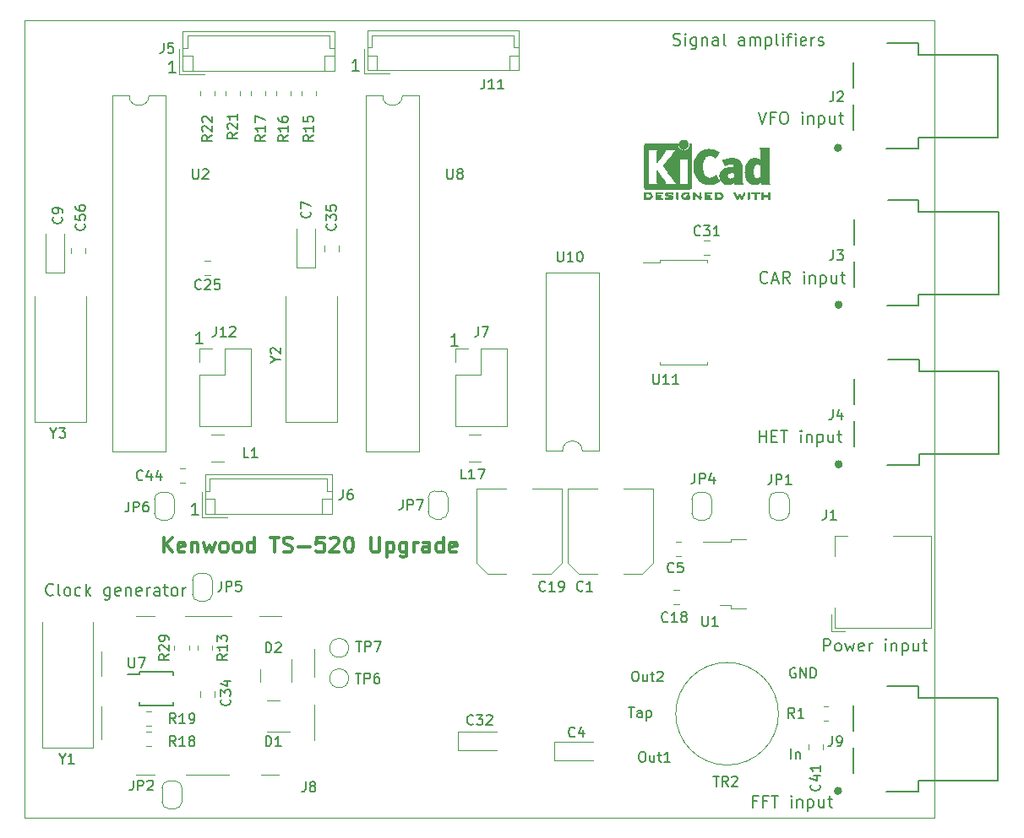
<source format=gbr>
%TF.GenerationSoftware,KiCad,Pcbnew,7.0.7*%
%TF.CreationDate,2023-09-18T17:08:08+02:00*%
%TF.ProjectId,mod_TS520,6d6f645f-5453-4353-9230-2e6b69636164,rev?*%
%TF.SameCoordinates,Original*%
%TF.FileFunction,Legend,Top*%
%TF.FilePolarity,Positive*%
%FSLAX46Y46*%
G04 Gerber Fmt 4.6, Leading zero omitted, Abs format (unit mm)*
G04 Created by KiCad (PCBNEW 7.0.7) date 2023-09-18 17:08:08*
%MOMM*%
%LPD*%
G01*
G04 APERTURE LIST*
%ADD10C,0.150000*%
%ADD11C,0.300000*%
%ADD12C,0.010000*%
%ADD13C,0.120000*%
%ADD14C,0.127000*%
%ADD15C,0.400000*%
%TA.AperFunction,Profile*%
%ADD16C,0.100000*%
%TD*%
G04 APERTURE END LIST*
D10*
X157070569Y-88999342D02*
X156384855Y-88999342D01*
X156727712Y-88999342D02*
X156727712Y-87799342D01*
X156727712Y-87799342D02*
X156613426Y-87970771D01*
X156613426Y-87970771D02*
X156499141Y-88085057D01*
X156499141Y-88085057D02*
X156384855Y-88142200D01*
X173174169Y-44498542D02*
X172488455Y-44498542D01*
X172831312Y-44498542D02*
X172831312Y-43298542D01*
X172831312Y-43298542D02*
X172717026Y-43469971D01*
X172717026Y-43469971D02*
X172602741Y-43584257D01*
X172602741Y-43584257D02*
X172488455Y-43641400D01*
X154784569Y-44650942D02*
X154098855Y-44650942D01*
X154441712Y-44650942D02*
X154441712Y-43450942D01*
X154441712Y-43450942D02*
X154327426Y-43622371D01*
X154327426Y-43622371D02*
X154213141Y-43736657D01*
X154213141Y-43736657D02*
X154098855Y-43793800D01*
X157527769Y-71828942D02*
X156842055Y-71828942D01*
X157184912Y-71828942D02*
X157184912Y-70628942D01*
X157184912Y-70628942D02*
X157070626Y-70800371D01*
X157070626Y-70800371D02*
X156956341Y-70914657D01*
X156956341Y-70914657D02*
X156842055Y-70971800D01*
X183130969Y-72032142D02*
X182445255Y-72032142D01*
X182788112Y-72032142D02*
X182788112Y-70832142D01*
X182788112Y-70832142D02*
X182673826Y-71003571D01*
X182673826Y-71003571D02*
X182559541Y-71117857D01*
X182559541Y-71117857D02*
X182445255Y-71175000D01*
X219738798Y-102664542D02*
X219738798Y-101464542D01*
X219738798Y-101464542D02*
X220195941Y-101464542D01*
X220195941Y-101464542D02*
X220310226Y-101521685D01*
X220310226Y-101521685D02*
X220367369Y-101578828D01*
X220367369Y-101578828D02*
X220424512Y-101693114D01*
X220424512Y-101693114D02*
X220424512Y-101864542D01*
X220424512Y-101864542D02*
X220367369Y-101978828D01*
X220367369Y-101978828D02*
X220310226Y-102035971D01*
X220310226Y-102035971D02*
X220195941Y-102093114D01*
X220195941Y-102093114D02*
X219738798Y-102093114D01*
X221110226Y-102664542D02*
X220995941Y-102607400D01*
X220995941Y-102607400D02*
X220938798Y-102550257D01*
X220938798Y-102550257D02*
X220881655Y-102435971D01*
X220881655Y-102435971D02*
X220881655Y-102093114D01*
X220881655Y-102093114D02*
X220938798Y-101978828D01*
X220938798Y-101978828D02*
X220995941Y-101921685D01*
X220995941Y-101921685D02*
X221110226Y-101864542D01*
X221110226Y-101864542D02*
X221281655Y-101864542D01*
X221281655Y-101864542D02*
X221395941Y-101921685D01*
X221395941Y-101921685D02*
X221453084Y-101978828D01*
X221453084Y-101978828D02*
X221510226Y-102093114D01*
X221510226Y-102093114D02*
X221510226Y-102435971D01*
X221510226Y-102435971D02*
X221453084Y-102550257D01*
X221453084Y-102550257D02*
X221395941Y-102607400D01*
X221395941Y-102607400D02*
X221281655Y-102664542D01*
X221281655Y-102664542D02*
X221110226Y-102664542D01*
X221910226Y-101864542D02*
X222138798Y-102664542D01*
X222138798Y-102664542D02*
X222367369Y-102093114D01*
X222367369Y-102093114D02*
X222595940Y-102664542D01*
X222595940Y-102664542D02*
X222824512Y-101864542D01*
X223738798Y-102607400D02*
X223624512Y-102664542D01*
X223624512Y-102664542D02*
X223395941Y-102664542D01*
X223395941Y-102664542D02*
X223281655Y-102607400D01*
X223281655Y-102607400D02*
X223224512Y-102493114D01*
X223224512Y-102493114D02*
X223224512Y-102035971D01*
X223224512Y-102035971D02*
X223281655Y-101921685D01*
X223281655Y-101921685D02*
X223395941Y-101864542D01*
X223395941Y-101864542D02*
X223624512Y-101864542D01*
X223624512Y-101864542D02*
X223738798Y-101921685D01*
X223738798Y-101921685D02*
X223795941Y-102035971D01*
X223795941Y-102035971D02*
X223795941Y-102150257D01*
X223795941Y-102150257D02*
X223224512Y-102264542D01*
X224310226Y-102664542D02*
X224310226Y-101864542D01*
X224310226Y-102093114D02*
X224367369Y-101978828D01*
X224367369Y-101978828D02*
X224424512Y-101921685D01*
X224424512Y-101921685D02*
X224538797Y-101864542D01*
X224538797Y-101864542D02*
X224653083Y-101864542D01*
X225967369Y-102664542D02*
X225967369Y-101864542D01*
X225967369Y-101464542D02*
X225910226Y-101521685D01*
X225910226Y-101521685D02*
X225967369Y-101578828D01*
X225967369Y-101578828D02*
X226024512Y-101521685D01*
X226024512Y-101521685D02*
X225967369Y-101464542D01*
X225967369Y-101464542D02*
X225967369Y-101578828D01*
X226538798Y-101864542D02*
X226538798Y-102664542D01*
X226538798Y-101978828D02*
X226595941Y-101921685D01*
X226595941Y-101921685D02*
X226710226Y-101864542D01*
X226710226Y-101864542D02*
X226881655Y-101864542D01*
X226881655Y-101864542D02*
X226995941Y-101921685D01*
X226995941Y-101921685D02*
X227053084Y-102035971D01*
X227053084Y-102035971D02*
X227053084Y-102664542D01*
X227624512Y-101864542D02*
X227624512Y-103064542D01*
X227624512Y-101921685D02*
X227738798Y-101864542D01*
X227738798Y-101864542D02*
X227967369Y-101864542D01*
X227967369Y-101864542D02*
X228081655Y-101921685D01*
X228081655Y-101921685D02*
X228138798Y-101978828D01*
X228138798Y-101978828D02*
X228195940Y-102093114D01*
X228195940Y-102093114D02*
X228195940Y-102435971D01*
X228195940Y-102435971D02*
X228138798Y-102550257D01*
X228138798Y-102550257D02*
X228081655Y-102607400D01*
X228081655Y-102607400D02*
X227967369Y-102664542D01*
X227967369Y-102664542D02*
X227738798Y-102664542D01*
X227738798Y-102664542D02*
X227624512Y-102607400D01*
X229224512Y-101864542D02*
X229224512Y-102664542D01*
X228710226Y-101864542D02*
X228710226Y-102493114D01*
X228710226Y-102493114D02*
X228767369Y-102607400D01*
X228767369Y-102607400D02*
X228881654Y-102664542D01*
X228881654Y-102664542D02*
X229053083Y-102664542D01*
X229053083Y-102664542D02*
X229167369Y-102607400D01*
X229167369Y-102607400D02*
X229224512Y-102550257D01*
X229624511Y-101864542D02*
X230081654Y-101864542D01*
X229795940Y-101464542D02*
X229795940Y-102493114D01*
X229795940Y-102493114D02*
X229853083Y-102607400D01*
X229853083Y-102607400D02*
X229967368Y-102664542D01*
X229967368Y-102664542D02*
X230081654Y-102664542D01*
X213026798Y-117733171D02*
X212626798Y-117733171D01*
X212626798Y-118361742D02*
X212626798Y-117161742D01*
X212626798Y-117161742D02*
X213198226Y-117161742D01*
X214055369Y-117733171D02*
X213655369Y-117733171D01*
X213655369Y-118361742D02*
X213655369Y-117161742D01*
X213655369Y-117161742D02*
X214226797Y-117161742D01*
X214512511Y-117161742D02*
X215198226Y-117161742D01*
X214855368Y-118361742D02*
X214855368Y-117161742D01*
X216512512Y-118361742D02*
X216512512Y-117561742D01*
X216512512Y-117161742D02*
X216455369Y-117218885D01*
X216455369Y-117218885D02*
X216512512Y-117276028D01*
X216512512Y-117276028D02*
X216569655Y-117218885D01*
X216569655Y-117218885D02*
X216512512Y-117161742D01*
X216512512Y-117161742D02*
X216512512Y-117276028D01*
X217083941Y-117561742D02*
X217083941Y-118361742D01*
X217083941Y-117676028D02*
X217141084Y-117618885D01*
X217141084Y-117618885D02*
X217255369Y-117561742D01*
X217255369Y-117561742D02*
X217426798Y-117561742D01*
X217426798Y-117561742D02*
X217541084Y-117618885D01*
X217541084Y-117618885D02*
X217598227Y-117733171D01*
X217598227Y-117733171D02*
X217598227Y-118361742D01*
X218169655Y-117561742D02*
X218169655Y-118761742D01*
X218169655Y-117618885D02*
X218283941Y-117561742D01*
X218283941Y-117561742D02*
X218512512Y-117561742D01*
X218512512Y-117561742D02*
X218626798Y-117618885D01*
X218626798Y-117618885D02*
X218683941Y-117676028D01*
X218683941Y-117676028D02*
X218741083Y-117790314D01*
X218741083Y-117790314D02*
X218741083Y-118133171D01*
X218741083Y-118133171D02*
X218683941Y-118247457D01*
X218683941Y-118247457D02*
X218626798Y-118304600D01*
X218626798Y-118304600D02*
X218512512Y-118361742D01*
X218512512Y-118361742D02*
X218283941Y-118361742D01*
X218283941Y-118361742D02*
X218169655Y-118304600D01*
X219769655Y-117561742D02*
X219769655Y-118361742D01*
X219255369Y-117561742D02*
X219255369Y-118190314D01*
X219255369Y-118190314D02*
X219312512Y-118304600D01*
X219312512Y-118304600D02*
X219426797Y-118361742D01*
X219426797Y-118361742D02*
X219598226Y-118361742D01*
X219598226Y-118361742D02*
X219712512Y-118304600D01*
X219712512Y-118304600D02*
X219769655Y-118247457D01*
X220169654Y-117561742D02*
X220626797Y-117561742D01*
X220341083Y-117161742D02*
X220341083Y-118190314D01*
X220341083Y-118190314D02*
X220398226Y-118304600D01*
X220398226Y-118304600D02*
X220512511Y-118361742D01*
X220512511Y-118361742D02*
X220626797Y-118361742D01*
X213287198Y-81734942D02*
X213287198Y-80534942D01*
X213287198Y-81106371D02*
X213972912Y-81106371D01*
X213972912Y-81734942D02*
X213972912Y-80534942D01*
X214544341Y-81106371D02*
X214944341Y-81106371D01*
X215115769Y-81734942D02*
X214544341Y-81734942D01*
X214544341Y-81734942D02*
X214544341Y-80534942D01*
X214544341Y-80534942D02*
X215115769Y-80534942D01*
X215458626Y-80534942D02*
X216144341Y-80534942D01*
X215801483Y-81734942D02*
X215801483Y-80534942D01*
X217458627Y-81734942D02*
X217458627Y-80934942D01*
X217458627Y-80534942D02*
X217401484Y-80592085D01*
X217401484Y-80592085D02*
X217458627Y-80649228D01*
X217458627Y-80649228D02*
X217515770Y-80592085D01*
X217515770Y-80592085D02*
X217458627Y-80534942D01*
X217458627Y-80534942D02*
X217458627Y-80649228D01*
X218030056Y-80934942D02*
X218030056Y-81734942D01*
X218030056Y-81049228D02*
X218087199Y-80992085D01*
X218087199Y-80992085D02*
X218201484Y-80934942D01*
X218201484Y-80934942D02*
X218372913Y-80934942D01*
X218372913Y-80934942D02*
X218487199Y-80992085D01*
X218487199Y-80992085D02*
X218544342Y-81106371D01*
X218544342Y-81106371D02*
X218544342Y-81734942D01*
X219115770Y-80934942D02*
X219115770Y-82134942D01*
X219115770Y-80992085D02*
X219230056Y-80934942D01*
X219230056Y-80934942D02*
X219458627Y-80934942D01*
X219458627Y-80934942D02*
X219572913Y-80992085D01*
X219572913Y-80992085D02*
X219630056Y-81049228D01*
X219630056Y-81049228D02*
X219687198Y-81163514D01*
X219687198Y-81163514D02*
X219687198Y-81506371D01*
X219687198Y-81506371D02*
X219630056Y-81620657D01*
X219630056Y-81620657D02*
X219572913Y-81677800D01*
X219572913Y-81677800D02*
X219458627Y-81734942D01*
X219458627Y-81734942D02*
X219230056Y-81734942D01*
X219230056Y-81734942D02*
X219115770Y-81677800D01*
X220715770Y-80934942D02*
X220715770Y-81734942D01*
X220201484Y-80934942D02*
X220201484Y-81563514D01*
X220201484Y-81563514D02*
X220258627Y-81677800D01*
X220258627Y-81677800D02*
X220372912Y-81734942D01*
X220372912Y-81734942D02*
X220544341Y-81734942D01*
X220544341Y-81734942D02*
X220658627Y-81677800D01*
X220658627Y-81677800D02*
X220715770Y-81620657D01*
X221115769Y-80934942D02*
X221572912Y-80934942D01*
X221287198Y-80534942D02*
X221287198Y-81563514D01*
X221287198Y-81563514D02*
X221344341Y-81677800D01*
X221344341Y-81677800D02*
X221458626Y-81734942D01*
X221458626Y-81734942D02*
X221572912Y-81734942D01*
X214125312Y-65669457D02*
X214068169Y-65726600D01*
X214068169Y-65726600D02*
X213896741Y-65783742D01*
X213896741Y-65783742D02*
X213782455Y-65783742D01*
X213782455Y-65783742D02*
X213611026Y-65726600D01*
X213611026Y-65726600D02*
X213496741Y-65612314D01*
X213496741Y-65612314D02*
X213439598Y-65498028D01*
X213439598Y-65498028D02*
X213382455Y-65269457D01*
X213382455Y-65269457D02*
X213382455Y-65098028D01*
X213382455Y-65098028D02*
X213439598Y-64869457D01*
X213439598Y-64869457D02*
X213496741Y-64755171D01*
X213496741Y-64755171D02*
X213611026Y-64640885D01*
X213611026Y-64640885D02*
X213782455Y-64583742D01*
X213782455Y-64583742D02*
X213896741Y-64583742D01*
X213896741Y-64583742D02*
X214068169Y-64640885D01*
X214068169Y-64640885D02*
X214125312Y-64698028D01*
X214582455Y-65440885D02*
X215153884Y-65440885D01*
X214468169Y-65783742D02*
X214868169Y-64583742D01*
X214868169Y-64583742D02*
X215268169Y-65783742D01*
X216353883Y-65783742D02*
X215953883Y-65212314D01*
X215668169Y-65783742D02*
X215668169Y-64583742D01*
X215668169Y-64583742D02*
X216125312Y-64583742D01*
X216125312Y-64583742D02*
X216239597Y-64640885D01*
X216239597Y-64640885D02*
X216296740Y-64698028D01*
X216296740Y-64698028D02*
X216353883Y-64812314D01*
X216353883Y-64812314D02*
X216353883Y-64983742D01*
X216353883Y-64983742D02*
X216296740Y-65098028D01*
X216296740Y-65098028D02*
X216239597Y-65155171D01*
X216239597Y-65155171D02*
X216125312Y-65212314D01*
X216125312Y-65212314D02*
X215668169Y-65212314D01*
X217782455Y-65783742D02*
X217782455Y-64983742D01*
X217782455Y-64583742D02*
X217725312Y-64640885D01*
X217725312Y-64640885D02*
X217782455Y-64698028D01*
X217782455Y-64698028D02*
X217839598Y-64640885D01*
X217839598Y-64640885D02*
X217782455Y-64583742D01*
X217782455Y-64583742D02*
X217782455Y-64698028D01*
X218353884Y-64983742D02*
X218353884Y-65783742D01*
X218353884Y-65098028D02*
X218411027Y-65040885D01*
X218411027Y-65040885D02*
X218525312Y-64983742D01*
X218525312Y-64983742D02*
X218696741Y-64983742D01*
X218696741Y-64983742D02*
X218811027Y-65040885D01*
X218811027Y-65040885D02*
X218868170Y-65155171D01*
X218868170Y-65155171D02*
X218868170Y-65783742D01*
X219439598Y-64983742D02*
X219439598Y-66183742D01*
X219439598Y-65040885D02*
X219553884Y-64983742D01*
X219553884Y-64983742D02*
X219782455Y-64983742D01*
X219782455Y-64983742D02*
X219896741Y-65040885D01*
X219896741Y-65040885D02*
X219953884Y-65098028D01*
X219953884Y-65098028D02*
X220011026Y-65212314D01*
X220011026Y-65212314D02*
X220011026Y-65555171D01*
X220011026Y-65555171D02*
X219953884Y-65669457D01*
X219953884Y-65669457D02*
X219896741Y-65726600D01*
X219896741Y-65726600D02*
X219782455Y-65783742D01*
X219782455Y-65783742D02*
X219553884Y-65783742D01*
X219553884Y-65783742D02*
X219439598Y-65726600D01*
X221039598Y-64983742D02*
X221039598Y-65783742D01*
X220525312Y-64983742D02*
X220525312Y-65612314D01*
X220525312Y-65612314D02*
X220582455Y-65726600D01*
X220582455Y-65726600D02*
X220696740Y-65783742D01*
X220696740Y-65783742D02*
X220868169Y-65783742D01*
X220868169Y-65783742D02*
X220982455Y-65726600D01*
X220982455Y-65726600D02*
X221039598Y-65669457D01*
X221439597Y-64983742D02*
X221896740Y-64983742D01*
X221611026Y-64583742D02*
X221611026Y-65612314D01*
X221611026Y-65612314D02*
X221668169Y-65726600D01*
X221668169Y-65726600D02*
X221782454Y-65783742D01*
X221782454Y-65783742D02*
X221896740Y-65783742D01*
X213217369Y-48581742D02*
X213617369Y-49781742D01*
X213617369Y-49781742D02*
X214017369Y-48581742D01*
X214817369Y-49153171D02*
X214417369Y-49153171D01*
X214417369Y-49781742D02*
X214417369Y-48581742D01*
X214417369Y-48581742D02*
X214988797Y-48581742D01*
X215674511Y-48581742D02*
X215903083Y-48581742D01*
X215903083Y-48581742D02*
X216017368Y-48638885D01*
X216017368Y-48638885D02*
X216131654Y-48753171D01*
X216131654Y-48753171D02*
X216188797Y-48981742D01*
X216188797Y-48981742D02*
X216188797Y-49381742D01*
X216188797Y-49381742D02*
X216131654Y-49610314D01*
X216131654Y-49610314D02*
X216017368Y-49724600D01*
X216017368Y-49724600D02*
X215903083Y-49781742D01*
X215903083Y-49781742D02*
X215674511Y-49781742D01*
X215674511Y-49781742D02*
X215560226Y-49724600D01*
X215560226Y-49724600D02*
X215445940Y-49610314D01*
X215445940Y-49610314D02*
X215388797Y-49381742D01*
X215388797Y-49381742D02*
X215388797Y-48981742D01*
X215388797Y-48981742D02*
X215445940Y-48753171D01*
X215445940Y-48753171D02*
X215560226Y-48638885D01*
X215560226Y-48638885D02*
X215674511Y-48581742D01*
X217617369Y-49781742D02*
X217617369Y-48981742D01*
X217617369Y-48581742D02*
X217560226Y-48638885D01*
X217560226Y-48638885D02*
X217617369Y-48696028D01*
X217617369Y-48696028D02*
X217674512Y-48638885D01*
X217674512Y-48638885D02*
X217617369Y-48581742D01*
X217617369Y-48581742D02*
X217617369Y-48696028D01*
X218188798Y-48981742D02*
X218188798Y-49781742D01*
X218188798Y-49096028D02*
X218245941Y-49038885D01*
X218245941Y-49038885D02*
X218360226Y-48981742D01*
X218360226Y-48981742D02*
X218531655Y-48981742D01*
X218531655Y-48981742D02*
X218645941Y-49038885D01*
X218645941Y-49038885D02*
X218703084Y-49153171D01*
X218703084Y-49153171D02*
X218703084Y-49781742D01*
X219274512Y-48981742D02*
X219274512Y-50181742D01*
X219274512Y-49038885D02*
X219388798Y-48981742D01*
X219388798Y-48981742D02*
X219617369Y-48981742D01*
X219617369Y-48981742D02*
X219731655Y-49038885D01*
X219731655Y-49038885D02*
X219788798Y-49096028D01*
X219788798Y-49096028D02*
X219845940Y-49210314D01*
X219845940Y-49210314D02*
X219845940Y-49553171D01*
X219845940Y-49553171D02*
X219788798Y-49667457D01*
X219788798Y-49667457D02*
X219731655Y-49724600D01*
X219731655Y-49724600D02*
X219617369Y-49781742D01*
X219617369Y-49781742D02*
X219388798Y-49781742D01*
X219388798Y-49781742D02*
X219274512Y-49724600D01*
X220874512Y-48981742D02*
X220874512Y-49781742D01*
X220360226Y-48981742D02*
X220360226Y-49610314D01*
X220360226Y-49610314D02*
X220417369Y-49724600D01*
X220417369Y-49724600D02*
X220531654Y-49781742D01*
X220531654Y-49781742D02*
X220703083Y-49781742D01*
X220703083Y-49781742D02*
X220817369Y-49724600D01*
X220817369Y-49724600D02*
X220874512Y-49667457D01*
X221274511Y-48981742D02*
X221731654Y-48981742D01*
X221445940Y-48581742D02*
X221445940Y-49610314D01*
X221445940Y-49610314D02*
X221503083Y-49724600D01*
X221503083Y-49724600D02*
X221617368Y-49781742D01*
X221617368Y-49781742D02*
X221731654Y-49781742D01*
X142548112Y-97013057D02*
X142490969Y-97070200D01*
X142490969Y-97070200D02*
X142319541Y-97127342D01*
X142319541Y-97127342D02*
X142205255Y-97127342D01*
X142205255Y-97127342D02*
X142033826Y-97070200D01*
X142033826Y-97070200D02*
X141919541Y-96955914D01*
X141919541Y-96955914D02*
X141862398Y-96841628D01*
X141862398Y-96841628D02*
X141805255Y-96613057D01*
X141805255Y-96613057D02*
X141805255Y-96441628D01*
X141805255Y-96441628D02*
X141862398Y-96213057D01*
X141862398Y-96213057D02*
X141919541Y-96098771D01*
X141919541Y-96098771D02*
X142033826Y-95984485D01*
X142033826Y-95984485D02*
X142205255Y-95927342D01*
X142205255Y-95927342D02*
X142319541Y-95927342D01*
X142319541Y-95927342D02*
X142490969Y-95984485D01*
X142490969Y-95984485D02*
X142548112Y-96041628D01*
X143233826Y-97127342D02*
X143119541Y-97070200D01*
X143119541Y-97070200D02*
X143062398Y-96955914D01*
X143062398Y-96955914D02*
X143062398Y-95927342D01*
X143862397Y-97127342D02*
X143748112Y-97070200D01*
X143748112Y-97070200D02*
X143690969Y-97013057D01*
X143690969Y-97013057D02*
X143633826Y-96898771D01*
X143633826Y-96898771D02*
X143633826Y-96555914D01*
X143633826Y-96555914D02*
X143690969Y-96441628D01*
X143690969Y-96441628D02*
X143748112Y-96384485D01*
X143748112Y-96384485D02*
X143862397Y-96327342D01*
X143862397Y-96327342D02*
X144033826Y-96327342D01*
X144033826Y-96327342D02*
X144148112Y-96384485D01*
X144148112Y-96384485D02*
X144205255Y-96441628D01*
X144205255Y-96441628D02*
X144262397Y-96555914D01*
X144262397Y-96555914D02*
X144262397Y-96898771D01*
X144262397Y-96898771D02*
X144205255Y-97013057D01*
X144205255Y-97013057D02*
X144148112Y-97070200D01*
X144148112Y-97070200D02*
X144033826Y-97127342D01*
X144033826Y-97127342D02*
X143862397Y-97127342D01*
X145290969Y-97070200D02*
X145176683Y-97127342D01*
X145176683Y-97127342D02*
X144948111Y-97127342D01*
X144948111Y-97127342D02*
X144833826Y-97070200D01*
X144833826Y-97070200D02*
X144776683Y-97013057D01*
X144776683Y-97013057D02*
X144719540Y-96898771D01*
X144719540Y-96898771D02*
X144719540Y-96555914D01*
X144719540Y-96555914D02*
X144776683Y-96441628D01*
X144776683Y-96441628D02*
X144833826Y-96384485D01*
X144833826Y-96384485D02*
X144948111Y-96327342D01*
X144948111Y-96327342D02*
X145176683Y-96327342D01*
X145176683Y-96327342D02*
X145290969Y-96384485D01*
X145805254Y-97127342D02*
X145805254Y-95927342D01*
X145919540Y-96670200D02*
X146262397Y-97127342D01*
X146262397Y-96327342D02*
X145805254Y-96784485D01*
X148205255Y-96327342D02*
X148205255Y-97298771D01*
X148205255Y-97298771D02*
X148148112Y-97413057D01*
X148148112Y-97413057D02*
X148090969Y-97470200D01*
X148090969Y-97470200D02*
X147976683Y-97527342D01*
X147976683Y-97527342D02*
X147805255Y-97527342D01*
X147805255Y-97527342D02*
X147690969Y-97470200D01*
X148205255Y-97070200D02*
X148090969Y-97127342D01*
X148090969Y-97127342D02*
X147862397Y-97127342D01*
X147862397Y-97127342D02*
X147748112Y-97070200D01*
X147748112Y-97070200D02*
X147690969Y-97013057D01*
X147690969Y-97013057D02*
X147633826Y-96898771D01*
X147633826Y-96898771D02*
X147633826Y-96555914D01*
X147633826Y-96555914D02*
X147690969Y-96441628D01*
X147690969Y-96441628D02*
X147748112Y-96384485D01*
X147748112Y-96384485D02*
X147862397Y-96327342D01*
X147862397Y-96327342D02*
X148090969Y-96327342D01*
X148090969Y-96327342D02*
X148205255Y-96384485D01*
X149233826Y-97070200D02*
X149119540Y-97127342D01*
X149119540Y-97127342D02*
X148890969Y-97127342D01*
X148890969Y-97127342D02*
X148776683Y-97070200D01*
X148776683Y-97070200D02*
X148719540Y-96955914D01*
X148719540Y-96955914D02*
X148719540Y-96498771D01*
X148719540Y-96498771D02*
X148776683Y-96384485D01*
X148776683Y-96384485D02*
X148890969Y-96327342D01*
X148890969Y-96327342D02*
X149119540Y-96327342D01*
X149119540Y-96327342D02*
X149233826Y-96384485D01*
X149233826Y-96384485D02*
X149290969Y-96498771D01*
X149290969Y-96498771D02*
X149290969Y-96613057D01*
X149290969Y-96613057D02*
X148719540Y-96727342D01*
X149805254Y-96327342D02*
X149805254Y-97127342D01*
X149805254Y-96441628D02*
X149862397Y-96384485D01*
X149862397Y-96384485D02*
X149976682Y-96327342D01*
X149976682Y-96327342D02*
X150148111Y-96327342D01*
X150148111Y-96327342D02*
X150262397Y-96384485D01*
X150262397Y-96384485D02*
X150319540Y-96498771D01*
X150319540Y-96498771D02*
X150319540Y-97127342D01*
X151348111Y-97070200D02*
X151233825Y-97127342D01*
X151233825Y-97127342D02*
X151005254Y-97127342D01*
X151005254Y-97127342D02*
X150890968Y-97070200D01*
X150890968Y-97070200D02*
X150833825Y-96955914D01*
X150833825Y-96955914D02*
X150833825Y-96498771D01*
X150833825Y-96498771D02*
X150890968Y-96384485D01*
X150890968Y-96384485D02*
X151005254Y-96327342D01*
X151005254Y-96327342D02*
X151233825Y-96327342D01*
X151233825Y-96327342D02*
X151348111Y-96384485D01*
X151348111Y-96384485D02*
X151405254Y-96498771D01*
X151405254Y-96498771D02*
X151405254Y-96613057D01*
X151405254Y-96613057D02*
X150833825Y-96727342D01*
X151919539Y-97127342D02*
X151919539Y-96327342D01*
X151919539Y-96555914D02*
X151976682Y-96441628D01*
X151976682Y-96441628D02*
X152033825Y-96384485D01*
X152033825Y-96384485D02*
X152148110Y-96327342D01*
X152148110Y-96327342D02*
X152262396Y-96327342D01*
X153176682Y-97127342D02*
X153176682Y-96498771D01*
X153176682Y-96498771D02*
X153119539Y-96384485D01*
X153119539Y-96384485D02*
X153005253Y-96327342D01*
X153005253Y-96327342D02*
X152776682Y-96327342D01*
X152776682Y-96327342D02*
X152662396Y-96384485D01*
X153176682Y-97070200D02*
X153062396Y-97127342D01*
X153062396Y-97127342D02*
X152776682Y-97127342D01*
X152776682Y-97127342D02*
X152662396Y-97070200D01*
X152662396Y-97070200D02*
X152605253Y-96955914D01*
X152605253Y-96955914D02*
X152605253Y-96841628D01*
X152605253Y-96841628D02*
X152662396Y-96727342D01*
X152662396Y-96727342D02*
X152776682Y-96670200D01*
X152776682Y-96670200D02*
X153062396Y-96670200D01*
X153062396Y-96670200D02*
X153176682Y-96613057D01*
X153576681Y-96327342D02*
X154033824Y-96327342D01*
X153748110Y-95927342D02*
X153748110Y-96955914D01*
X153748110Y-96955914D02*
X153805253Y-97070200D01*
X153805253Y-97070200D02*
X153919538Y-97127342D01*
X153919538Y-97127342D02*
X154033824Y-97127342D01*
X154605252Y-97127342D02*
X154490967Y-97070200D01*
X154490967Y-97070200D02*
X154433824Y-97013057D01*
X154433824Y-97013057D02*
X154376681Y-96898771D01*
X154376681Y-96898771D02*
X154376681Y-96555914D01*
X154376681Y-96555914D02*
X154433824Y-96441628D01*
X154433824Y-96441628D02*
X154490967Y-96384485D01*
X154490967Y-96384485D02*
X154605252Y-96327342D01*
X154605252Y-96327342D02*
X154776681Y-96327342D01*
X154776681Y-96327342D02*
X154890967Y-96384485D01*
X154890967Y-96384485D02*
X154948110Y-96441628D01*
X154948110Y-96441628D02*
X155005252Y-96555914D01*
X155005252Y-96555914D02*
X155005252Y-96898771D01*
X155005252Y-96898771D02*
X154948110Y-97013057D01*
X154948110Y-97013057D02*
X154890967Y-97070200D01*
X154890967Y-97070200D02*
X154776681Y-97127342D01*
X154776681Y-97127342D02*
X154605252Y-97127342D01*
X155519538Y-97127342D02*
X155519538Y-96327342D01*
X155519538Y-96555914D02*
X155576681Y-96441628D01*
X155576681Y-96441628D02*
X155633824Y-96384485D01*
X155633824Y-96384485D02*
X155748109Y-96327342D01*
X155748109Y-96327342D02*
X155862395Y-96327342D01*
X204695655Y-41850600D02*
X204867084Y-41907742D01*
X204867084Y-41907742D02*
X205152798Y-41907742D01*
X205152798Y-41907742D02*
X205267084Y-41850600D01*
X205267084Y-41850600D02*
X205324226Y-41793457D01*
X205324226Y-41793457D02*
X205381369Y-41679171D01*
X205381369Y-41679171D02*
X205381369Y-41564885D01*
X205381369Y-41564885D02*
X205324226Y-41450600D01*
X205324226Y-41450600D02*
X205267084Y-41393457D01*
X205267084Y-41393457D02*
X205152798Y-41336314D01*
X205152798Y-41336314D02*
X204924226Y-41279171D01*
X204924226Y-41279171D02*
X204809941Y-41222028D01*
X204809941Y-41222028D02*
X204752798Y-41164885D01*
X204752798Y-41164885D02*
X204695655Y-41050600D01*
X204695655Y-41050600D02*
X204695655Y-40936314D01*
X204695655Y-40936314D02*
X204752798Y-40822028D01*
X204752798Y-40822028D02*
X204809941Y-40764885D01*
X204809941Y-40764885D02*
X204924226Y-40707742D01*
X204924226Y-40707742D02*
X205209941Y-40707742D01*
X205209941Y-40707742D02*
X205381369Y-40764885D01*
X205895655Y-41907742D02*
X205895655Y-41107742D01*
X205895655Y-40707742D02*
X205838512Y-40764885D01*
X205838512Y-40764885D02*
X205895655Y-40822028D01*
X205895655Y-40822028D02*
X205952798Y-40764885D01*
X205952798Y-40764885D02*
X205895655Y-40707742D01*
X205895655Y-40707742D02*
X205895655Y-40822028D01*
X206981370Y-41107742D02*
X206981370Y-42079171D01*
X206981370Y-42079171D02*
X206924227Y-42193457D01*
X206924227Y-42193457D02*
X206867084Y-42250600D01*
X206867084Y-42250600D02*
X206752798Y-42307742D01*
X206752798Y-42307742D02*
X206581370Y-42307742D01*
X206581370Y-42307742D02*
X206467084Y-42250600D01*
X206981370Y-41850600D02*
X206867084Y-41907742D01*
X206867084Y-41907742D02*
X206638512Y-41907742D01*
X206638512Y-41907742D02*
X206524227Y-41850600D01*
X206524227Y-41850600D02*
X206467084Y-41793457D01*
X206467084Y-41793457D02*
X206409941Y-41679171D01*
X206409941Y-41679171D02*
X206409941Y-41336314D01*
X206409941Y-41336314D02*
X206467084Y-41222028D01*
X206467084Y-41222028D02*
X206524227Y-41164885D01*
X206524227Y-41164885D02*
X206638512Y-41107742D01*
X206638512Y-41107742D02*
X206867084Y-41107742D01*
X206867084Y-41107742D02*
X206981370Y-41164885D01*
X207552798Y-41107742D02*
X207552798Y-41907742D01*
X207552798Y-41222028D02*
X207609941Y-41164885D01*
X207609941Y-41164885D02*
X207724226Y-41107742D01*
X207724226Y-41107742D02*
X207895655Y-41107742D01*
X207895655Y-41107742D02*
X208009941Y-41164885D01*
X208009941Y-41164885D02*
X208067084Y-41279171D01*
X208067084Y-41279171D02*
X208067084Y-41907742D01*
X209152798Y-41907742D02*
X209152798Y-41279171D01*
X209152798Y-41279171D02*
X209095655Y-41164885D01*
X209095655Y-41164885D02*
X208981369Y-41107742D01*
X208981369Y-41107742D02*
X208752798Y-41107742D01*
X208752798Y-41107742D02*
X208638512Y-41164885D01*
X209152798Y-41850600D02*
X209038512Y-41907742D01*
X209038512Y-41907742D02*
X208752798Y-41907742D01*
X208752798Y-41907742D02*
X208638512Y-41850600D01*
X208638512Y-41850600D02*
X208581369Y-41736314D01*
X208581369Y-41736314D02*
X208581369Y-41622028D01*
X208581369Y-41622028D02*
X208638512Y-41507742D01*
X208638512Y-41507742D02*
X208752798Y-41450600D01*
X208752798Y-41450600D02*
X209038512Y-41450600D01*
X209038512Y-41450600D02*
X209152798Y-41393457D01*
X209895654Y-41907742D02*
X209781369Y-41850600D01*
X209781369Y-41850600D02*
X209724226Y-41736314D01*
X209724226Y-41736314D02*
X209724226Y-40707742D01*
X211781369Y-41907742D02*
X211781369Y-41279171D01*
X211781369Y-41279171D02*
X211724226Y-41164885D01*
X211724226Y-41164885D02*
X211609940Y-41107742D01*
X211609940Y-41107742D02*
X211381369Y-41107742D01*
X211381369Y-41107742D02*
X211267083Y-41164885D01*
X211781369Y-41850600D02*
X211667083Y-41907742D01*
X211667083Y-41907742D02*
X211381369Y-41907742D01*
X211381369Y-41907742D02*
X211267083Y-41850600D01*
X211267083Y-41850600D02*
X211209940Y-41736314D01*
X211209940Y-41736314D02*
X211209940Y-41622028D01*
X211209940Y-41622028D02*
X211267083Y-41507742D01*
X211267083Y-41507742D02*
X211381369Y-41450600D01*
X211381369Y-41450600D02*
X211667083Y-41450600D01*
X211667083Y-41450600D02*
X211781369Y-41393457D01*
X212352797Y-41907742D02*
X212352797Y-41107742D01*
X212352797Y-41222028D02*
X212409940Y-41164885D01*
X212409940Y-41164885D02*
X212524225Y-41107742D01*
X212524225Y-41107742D02*
X212695654Y-41107742D01*
X212695654Y-41107742D02*
X212809940Y-41164885D01*
X212809940Y-41164885D02*
X212867083Y-41279171D01*
X212867083Y-41279171D02*
X212867083Y-41907742D01*
X212867083Y-41279171D02*
X212924225Y-41164885D01*
X212924225Y-41164885D02*
X213038511Y-41107742D01*
X213038511Y-41107742D02*
X213209940Y-41107742D01*
X213209940Y-41107742D02*
X213324225Y-41164885D01*
X213324225Y-41164885D02*
X213381368Y-41279171D01*
X213381368Y-41279171D02*
X213381368Y-41907742D01*
X213952797Y-41107742D02*
X213952797Y-42307742D01*
X213952797Y-41164885D02*
X214067083Y-41107742D01*
X214067083Y-41107742D02*
X214295654Y-41107742D01*
X214295654Y-41107742D02*
X214409940Y-41164885D01*
X214409940Y-41164885D02*
X214467083Y-41222028D01*
X214467083Y-41222028D02*
X214524225Y-41336314D01*
X214524225Y-41336314D02*
X214524225Y-41679171D01*
X214524225Y-41679171D02*
X214467083Y-41793457D01*
X214467083Y-41793457D02*
X214409940Y-41850600D01*
X214409940Y-41850600D02*
X214295654Y-41907742D01*
X214295654Y-41907742D02*
X214067083Y-41907742D01*
X214067083Y-41907742D02*
X213952797Y-41850600D01*
X215209939Y-41907742D02*
X215095654Y-41850600D01*
X215095654Y-41850600D02*
X215038511Y-41736314D01*
X215038511Y-41736314D02*
X215038511Y-40707742D01*
X215667082Y-41907742D02*
X215667082Y-41107742D01*
X215667082Y-40707742D02*
X215609939Y-40764885D01*
X215609939Y-40764885D02*
X215667082Y-40822028D01*
X215667082Y-40822028D02*
X215724225Y-40764885D01*
X215724225Y-40764885D02*
X215667082Y-40707742D01*
X215667082Y-40707742D02*
X215667082Y-40822028D01*
X216067082Y-41107742D02*
X216524225Y-41107742D01*
X216238511Y-41907742D02*
X216238511Y-40879171D01*
X216238511Y-40879171D02*
X216295654Y-40764885D01*
X216295654Y-40764885D02*
X216409939Y-40707742D01*
X216409939Y-40707742D02*
X216524225Y-40707742D01*
X216924225Y-41907742D02*
X216924225Y-41107742D01*
X216924225Y-40707742D02*
X216867082Y-40764885D01*
X216867082Y-40764885D02*
X216924225Y-40822028D01*
X216924225Y-40822028D02*
X216981368Y-40764885D01*
X216981368Y-40764885D02*
X216924225Y-40707742D01*
X216924225Y-40707742D02*
X216924225Y-40822028D01*
X217952797Y-41850600D02*
X217838511Y-41907742D01*
X217838511Y-41907742D02*
X217609940Y-41907742D01*
X217609940Y-41907742D02*
X217495654Y-41850600D01*
X217495654Y-41850600D02*
X217438511Y-41736314D01*
X217438511Y-41736314D02*
X217438511Y-41279171D01*
X217438511Y-41279171D02*
X217495654Y-41164885D01*
X217495654Y-41164885D02*
X217609940Y-41107742D01*
X217609940Y-41107742D02*
X217838511Y-41107742D01*
X217838511Y-41107742D02*
X217952797Y-41164885D01*
X217952797Y-41164885D02*
X218009940Y-41279171D01*
X218009940Y-41279171D02*
X218009940Y-41393457D01*
X218009940Y-41393457D02*
X217438511Y-41507742D01*
X218524225Y-41907742D02*
X218524225Y-41107742D01*
X218524225Y-41336314D02*
X218581368Y-41222028D01*
X218581368Y-41222028D02*
X218638511Y-41164885D01*
X218638511Y-41164885D02*
X218752796Y-41107742D01*
X218752796Y-41107742D02*
X218867082Y-41107742D01*
X219209939Y-41850600D02*
X219324225Y-41907742D01*
X219324225Y-41907742D02*
X219552796Y-41907742D01*
X219552796Y-41907742D02*
X219667082Y-41850600D01*
X219667082Y-41850600D02*
X219724225Y-41736314D01*
X219724225Y-41736314D02*
X219724225Y-41679171D01*
X219724225Y-41679171D02*
X219667082Y-41564885D01*
X219667082Y-41564885D02*
X219552796Y-41507742D01*
X219552796Y-41507742D02*
X219381368Y-41507742D01*
X219381368Y-41507742D02*
X219267082Y-41450600D01*
X219267082Y-41450600D02*
X219209939Y-41336314D01*
X219209939Y-41336314D02*
X219209939Y-41279171D01*
X219209939Y-41279171D02*
X219267082Y-41164885D01*
X219267082Y-41164885D02*
X219381368Y-41107742D01*
X219381368Y-41107742D02*
X219552796Y-41107742D01*
X219552796Y-41107742D02*
X219667082Y-41164885D01*
D11*
X153614910Y-92764828D02*
X153614910Y-91264828D01*
X154472053Y-92764828D02*
X153829196Y-91907685D01*
X154472053Y-91264828D02*
X153614910Y-92121971D01*
X155686339Y-92693400D02*
X155543482Y-92764828D01*
X155543482Y-92764828D02*
X155257768Y-92764828D01*
X155257768Y-92764828D02*
X155114910Y-92693400D01*
X155114910Y-92693400D02*
X155043482Y-92550542D01*
X155043482Y-92550542D02*
X155043482Y-91979114D01*
X155043482Y-91979114D02*
X155114910Y-91836257D01*
X155114910Y-91836257D02*
X155257768Y-91764828D01*
X155257768Y-91764828D02*
X155543482Y-91764828D01*
X155543482Y-91764828D02*
X155686339Y-91836257D01*
X155686339Y-91836257D02*
X155757768Y-91979114D01*
X155757768Y-91979114D02*
X155757768Y-92121971D01*
X155757768Y-92121971D02*
X155043482Y-92264828D01*
X156400624Y-91764828D02*
X156400624Y-92764828D01*
X156400624Y-91907685D02*
X156472053Y-91836257D01*
X156472053Y-91836257D02*
X156614910Y-91764828D01*
X156614910Y-91764828D02*
X156829196Y-91764828D01*
X156829196Y-91764828D02*
X156972053Y-91836257D01*
X156972053Y-91836257D02*
X157043482Y-91979114D01*
X157043482Y-91979114D02*
X157043482Y-92764828D01*
X157614910Y-91764828D02*
X157900625Y-92764828D01*
X157900625Y-92764828D02*
X158186339Y-92050542D01*
X158186339Y-92050542D02*
X158472053Y-92764828D01*
X158472053Y-92764828D02*
X158757767Y-91764828D01*
X159543482Y-92764828D02*
X159400625Y-92693400D01*
X159400625Y-92693400D02*
X159329196Y-92621971D01*
X159329196Y-92621971D02*
X159257768Y-92479114D01*
X159257768Y-92479114D02*
X159257768Y-92050542D01*
X159257768Y-92050542D02*
X159329196Y-91907685D01*
X159329196Y-91907685D02*
X159400625Y-91836257D01*
X159400625Y-91836257D02*
X159543482Y-91764828D01*
X159543482Y-91764828D02*
X159757768Y-91764828D01*
X159757768Y-91764828D02*
X159900625Y-91836257D01*
X159900625Y-91836257D02*
X159972054Y-91907685D01*
X159972054Y-91907685D02*
X160043482Y-92050542D01*
X160043482Y-92050542D02*
X160043482Y-92479114D01*
X160043482Y-92479114D02*
X159972054Y-92621971D01*
X159972054Y-92621971D02*
X159900625Y-92693400D01*
X159900625Y-92693400D02*
X159757768Y-92764828D01*
X159757768Y-92764828D02*
X159543482Y-92764828D01*
X160900625Y-92764828D02*
X160757768Y-92693400D01*
X160757768Y-92693400D02*
X160686339Y-92621971D01*
X160686339Y-92621971D02*
X160614911Y-92479114D01*
X160614911Y-92479114D02*
X160614911Y-92050542D01*
X160614911Y-92050542D02*
X160686339Y-91907685D01*
X160686339Y-91907685D02*
X160757768Y-91836257D01*
X160757768Y-91836257D02*
X160900625Y-91764828D01*
X160900625Y-91764828D02*
X161114911Y-91764828D01*
X161114911Y-91764828D02*
X161257768Y-91836257D01*
X161257768Y-91836257D02*
X161329197Y-91907685D01*
X161329197Y-91907685D02*
X161400625Y-92050542D01*
X161400625Y-92050542D02*
X161400625Y-92479114D01*
X161400625Y-92479114D02*
X161329197Y-92621971D01*
X161329197Y-92621971D02*
X161257768Y-92693400D01*
X161257768Y-92693400D02*
X161114911Y-92764828D01*
X161114911Y-92764828D02*
X160900625Y-92764828D01*
X162686340Y-92764828D02*
X162686340Y-91264828D01*
X162686340Y-92693400D02*
X162543482Y-92764828D01*
X162543482Y-92764828D02*
X162257768Y-92764828D01*
X162257768Y-92764828D02*
X162114911Y-92693400D01*
X162114911Y-92693400D02*
X162043482Y-92621971D01*
X162043482Y-92621971D02*
X161972054Y-92479114D01*
X161972054Y-92479114D02*
X161972054Y-92050542D01*
X161972054Y-92050542D02*
X162043482Y-91907685D01*
X162043482Y-91907685D02*
X162114911Y-91836257D01*
X162114911Y-91836257D02*
X162257768Y-91764828D01*
X162257768Y-91764828D02*
X162543482Y-91764828D01*
X162543482Y-91764828D02*
X162686340Y-91836257D01*
X164329197Y-91264828D02*
X165186340Y-91264828D01*
X164757768Y-92764828D02*
X164757768Y-91264828D01*
X165614911Y-92693400D02*
X165829197Y-92764828D01*
X165829197Y-92764828D02*
X166186339Y-92764828D01*
X166186339Y-92764828D02*
X166329197Y-92693400D01*
X166329197Y-92693400D02*
X166400625Y-92621971D01*
X166400625Y-92621971D02*
X166472054Y-92479114D01*
X166472054Y-92479114D02*
X166472054Y-92336257D01*
X166472054Y-92336257D02*
X166400625Y-92193400D01*
X166400625Y-92193400D02*
X166329197Y-92121971D01*
X166329197Y-92121971D02*
X166186339Y-92050542D01*
X166186339Y-92050542D02*
X165900625Y-91979114D01*
X165900625Y-91979114D02*
X165757768Y-91907685D01*
X165757768Y-91907685D02*
X165686339Y-91836257D01*
X165686339Y-91836257D02*
X165614911Y-91693400D01*
X165614911Y-91693400D02*
X165614911Y-91550542D01*
X165614911Y-91550542D02*
X165686339Y-91407685D01*
X165686339Y-91407685D02*
X165757768Y-91336257D01*
X165757768Y-91336257D02*
X165900625Y-91264828D01*
X165900625Y-91264828D02*
X166257768Y-91264828D01*
X166257768Y-91264828D02*
X166472054Y-91336257D01*
X167114910Y-92193400D02*
X168257768Y-92193400D01*
X169686339Y-91264828D02*
X168972053Y-91264828D01*
X168972053Y-91264828D02*
X168900625Y-91979114D01*
X168900625Y-91979114D02*
X168972053Y-91907685D01*
X168972053Y-91907685D02*
X169114911Y-91836257D01*
X169114911Y-91836257D02*
X169472053Y-91836257D01*
X169472053Y-91836257D02*
X169614911Y-91907685D01*
X169614911Y-91907685D02*
X169686339Y-91979114D01*
X169686339Y-91979114D02*
X169757768Y-92121971D01*
X169757768Y-92121971D02*
X169757768Y-92479114D01*
X169757768Y-92479114D02*
X169686339Y-92621971D01*
X169686339Y-92621971D02*
X169614911Y-92693400D01*
X169614911Y-92693400D02*
X169472053Y-92764828D01*
X169472053Y-92764828D02*
X169114911Y-92764828D01*
X169114911Y-92764828D02*
X168972053Y-92693400D01*
X168972053Y-92693400D02*
X168900625Y-92621971D01*
X170329196Y-91407685D02*
X170400624Y-91336257D01*
X170400624Y-91336257D02*
X170543482Y-91264828D01*
X170543482Y-91264828D02*
X170900624Y-91264828D01*
X170900624Y-91264828D02*
X171043482Y-91336257D01*
X171043482Y-91336257D02*
X171114910Y-91407685D01*
X171114910Y-91407685D02*
X171186339Y-91550542D01*
X171186339Y-91550542D02*
X171186339Y-91693400D01*
X171186339Y-91693400D02*
X171114910Y-91907685D01*
X171114910Y-91907685D02*
X170257767Y-92764828D01*
X170257767Y-92764828D02*
X171186339Y-92764828D01*
X172114910Y-91264828D02*
X172257767Y-91264828D01*
X172257767Y-91264828D02*
X172400624Y-91336257D01*
X172400624Y-91336257D02*
X172472053Y-91407685D01*
X172472053Y-91407685D02*
X172543481Y-91550542D01*
X172543481Y-91550542D02*
X172614910Y-91836257D01*
X172614910Y-91836257D02*
X172614910Y-92193400D01*
X172614910Y-92193400D02*
X172543481Y-92479114D01*
X172543481Y-92479114D02*
X172472053Y-92621971D01*
X172472053Y-92621971D02*
X172400624Y-92693400D01*
X172400624Y-92693400D02*
X172257767Y-92764828D01*
X172257767Y-92764828D02*
X172114910Y-92764828D01*
X172114910Y-92764828D02*
X171972053Y-92693400D01*
X171972053Y-92693400D02*
X171900624Y-92621971D01*
X171900624Y-92621971D02*
X171829195Y-92479114D01*
X171829195Y-92479114D02*
X171757767Y-92193400D01*
X171757767Y-92193400D02*
X171757767Y-91836257D01*
X171757767Y-91836257D02*
X171829195Y-91550542D01*
X171829195Y-91550542D02*
X171900624Y-91407685D01*
X171900624Y-91407685D02*
X171972053Y-91336257D01*
X171972053Y-91336257D02*
X172114910Y-91264828D01*
X174400623Y-91264828D02*
X174400623Y-92479114D01*
X174400623Y-92479114D02*
X174472052Y-92621971D01*
X174472052Y-92621971D02*
X174543481Y-92693400D01*
X174543481Y-92693400D02*
X174686338Y-92764828D01*
X174686338Y-92764828D02*
X174972052Y-92764828D01*
X174972052Y-92764828D02*
X175114909Y-92693400D01*
X175114909Y-92693400D02*
X175186338Y-92621971D01*
X175186338Y-92621971D02*
X175257766Y-92479114D01*
X175257766Y-92479114D02*
X175257766Y-91264828D01*
X175972052Y-91764828D02*
X175972052Y-93264828D01*
X175972052Y-91836257D02*
X176114910Y-91764828D01*
X176114910Y-91764828D02*
X176400624Y-91764828D01*
X176400624Y-91764828D02*
X176543481Y-91836257D01*
X176543481Y-91836257D02*
X176614910Y-91907685D01*
X176614910Y-91907685D02*
X176686338Y-92050542D01*
X176686338Y-92050542D02*
X176686338Y-92479114D01*
X176686338Y-92479114D02*
X176614910Y-92621971D01*
X176614910Y-92621971D02*
X176543481Y-92693400D01*
X176543481Y-92693400D02*
X176400624Y-92764828D01*
X176400624Y-92764828D02*
X176114910Y-92764828D01*
X176114910Y-92764828D02*
X175972052Y-92693400D01*
X177972053Y-91764828D02*
X177972053Y-92979114D01*
X177972053Y-92979114D02*
X177900624Y-93121971D01*
X177900624Y-93121971D02*
X177829195Y-93193400D01*
X177829195Y-93193400D02*
X177686338Y-93264828D01*
X177686338Y-93264828D02*
X177472053Y-93264828D01*
X177472053Y-93264828D02*
X177329195Y-93193400D01*
X177972053Y-92693400D02*
X177829195Y-92764828D01*
X177829195Y-92764828D02*
X177543481Y-92764828D01*
X177543481Y-92764828D02*
X177400624Y-92693400D01*
X177400624Y-92693400D02*
X177329195Y-92621971D01*
X177329195Y-92621971D02*
X177257767Y-92479114D01*
X177257767Y-92479114D02*
X177257767Y-92050542D01*
X177257767Y-92050542D02*
X177329195Y-91907685D01*
X177329195Y-91907685D02*
X177400624Y-91836257D01*
X177400624Y-91836257D02*
X177543481Y-91764828D01*
X177543481Y-91764828D02*
X177829195Y-91764828D01*
X177829195Y-91764828D02*
X177972053Y-91836257D01*
X178686338Y-92764828D02*
X178686338Y-91764828D01*
X178686338Y-92050542D02*
X178757767Y-91907685D01*
X178757767Y-91907685D02*
X178829196Y-91836257D01*
X178829196Y-91836257D02*
X178972053Y-91764828D01*
X178972053Y-91764828D02*
X179114910Y-91764828D01*
X180257767Y-92764828D02*
X180257767Y-91979114D01*
X180257767Y-91979114D02*
X180186338Y-91836257D01*
X180186338Y-91836257D02*
X180043481Y-91764828D01*
X180043481Y-91764828D02*
X179757767Y-91764828D01*
X179757767Y-91764828D02*
X179614909Y-91836257D01*
X180257767Y-92693400D02*
X180114909Y-92764828D01*
X180114909Y-92764828D02*
X179757767Y-92764828D01*
X179757767Y-92764828D02*
X179614909Y-92693400D01*
X179614909Y-92693400D02*
X179543481Y-92550542D01*
X179543481Y-92550542D02*
X179543481Y-92407685D01*
X179543481Y-92407685D02*
X179614909Y-92264828D01*
X179614909Y-92264828D02*
X179757767Y-92193400D01*
X179757767Y-92193400D02*
X180114909Y-92193400D01*
X180114909Y-92193400D02*
X180257767Y-92121971D01*
X181614910Y-92764828D02*
X181614910Y-91264828D01*
X181614910Y-92693400D02*
X181472052Y-92764828D01*
X181472052Y-92764828D02*
X181186338Y-92764828D01*
X181186338Y-92764828D02*
X181043481Y-92693400D01*
X181043481Y-92693400D02*
X180972052Y-92621971D01*
X180972052Y-92621971D02*
X180900624Y-92479114D01*
X180900624Y-92479114D02*
X180900624Y-92050542D01*
X180900624Y-92050542D02*
X180972052Y-91907685D01*
X180972052Y-91907685D02*
X181043481Y-91836257D01*
X181043481Y-91836257D02*
X181186338Y-91764828D01*
X181186338Y-91764828D02*
X181472052Y-91764828D01*
X181472052Y-91764828D02*
X181614910Y-91836257D01*
X182900624Y-92693400D02*
X182757767Y-92764828D01*
X182757767Y-92764828D02*
X182472053Y-92764828D01*
X182472053Y-92764828D02*
X182329195Y-92693400D01*
X182329195Y-92693400D02*
X182257767Y-92550542D01*
X182257767Y-92550542D02*
X182257767Y-91979114D01*
X182257767Y-91979114D02*
X182329195Y-91836257D01*
X182329195Y-91836257D02*
X182472053Y-91764828D01*
X182472053Y-91764828D02*
X182757767Y-91764828D01*
X182757767Y-91764828D02*
X182900624Y-91836257D01*
X182900624Y-91836257D02*
X182972053Y-91979114D01*
X182972053Y-91979114D02*
X182972053Y-92121971D01*
X182972053Y-92121971D02*
X182257767Y-92264828D01*
D10*
X153590666Y-41669619D02*
X153590666Y-42383904D01*
X153590666Y-42383904D02*
X153543047Y-42526761D01*
X153543047Y-42526761D02*
X153447809Y-42622000D01*
X153447809Y-42622000D02*
X153304952Y-42669619D01*
X153304952Y-42669619D02*
X153209714Y-42669619D01*
X154543047Y-41669619D02*
X154066857Y-41669619D01*
X154066857Y-41669619D02*
X154019238Y-42145809D01*
X154019238Y-42145809D02*
X154066857Y-42098190D01*
X154066857Y-42098190D02*
X154162095Y-42050571D01*
X154162095Y-42050571D02*
X154400190Y-42050571D01*
X154400190Y-42050571D02*
X154495428Y-42098190D01*
X154495428Y-42098190D02*
X154543047Y-42145809D01*
X154543047Y-42145809D02*
X154590666Y-42241047D01*
X154590666Y-42241047D02*
X154590666Y-42479142D01*
X154590666Y-42479142D02*
X154543047Y-42574380D01*
X154543047Y-42574380D02*
X154495428Y-42622000D01*
X154495428Y-42622000D02*
X154400190Y-42669619D01*
X154400190Y-42669619D02*
X154162095Y-42669619D01*
X154162095Y-42669619D02*
X154066857Y-42622000D01*
X154066857Y-42622000D02*
X154019238Y-42574380D01*
X167814666Y-115786819D02*
X167814666Y-116501104D01*
X167814666Y-116501104D02*
X167767047Y-116643961D01*
X167767047Y-116643961D02*
X167671809Y-116739200D01*
X167671809Y-116739200D02*
X167528952Y-116786819D01*
X167528952Y-116786819D02*
X167433714Y-116786819D01*
X168433714Y-116215390D02*
X168338476Y-116167771D01*
X168338476Y-116167771D02*
X168290857Y-116120152D01*
X168290857Y-116120152D02*
X168243238Y-116024914D01*
X168243238Y-116024914D02*
X168243238Y-115977295D01*
X168243238Y-115977295D02*
X168290857Y-115882057D01*
X168290857Y-115882057D02*
X168338476Y-115834438D01*
X168338476Y-115834438D02*
X168433714Y-115786819D01*
X168433714Y-115786819D02*
X168624190Y-115786819D01*
X168624190Y-115786819D02*
X168719428Y-115834438D01*
X168719428Y-115834438D02*
X168767047Y-115882057D01*
X168767047Y-115882057D02*
X168814666Y-115977295D01*
X168814666Y-115977295D02*
X168814666Y-116024914D01*
X168814666Y-116024914D02*
X168767047Y-116120152D01*
X168767047Y-116120152D02*
X168719428Y-116167771D01*
X168719428Y-116167771D02*
X168624190Y-116215390D01*
X168624190Y-116215390D02*
X168433714Y-116215390D01*
X168433714Y-116215390D02*
X168338476Y-116263009D01*
X168338476Y-116263009D02*
X168290857Y-116310628D01*
X168290857Y-116310628D02*
X168243238Y-116405866D01*
X168243238Y-116405866D02*
X168243238Y-116596342D01*
X168243238Y-116596342D02*
X168290857Y-116691580D01*
X168290857Y-116691580D02*
X168338476Y-116739200D01*
X168338476Y-116739200D02*
X168433714Y-116786819D01*
X168433714Y-116786819D02*
X168624190Y-116786819D01*
X168624190Y-116786819D02*
X168719428Y-116739200D01*
X168719428Y-116739200D02*
X168767047Y-116691580D01*
X168767047Y-116691580D02*
X168814666Y-116596342D01*
X168814666Y-116596342D02*
X168814666Y-116405866D01*
X168814666Y-116405866D02*
X168767047Y-116310628D01*
X168767047Y-116310628D02*
X168719428Y-116263009D01*
X168719428Y-116263009D02*
X168624190Y-116215390D01*
X158442819Y-50934857D02*
X157966628Y-51268190D01*
X158442819Y-51506285D02*
X157442819Y-51506285D01*
X157442819Y-51506285D02*
X157442819Y-51125333D01*
X157442819Y-51125333D02*
X157490438Y-51030095D01*
X157490438Y-51030095D02*
X157538057Y-50982476D01*
X157538057Y-50982476D02*
X157633295Y-50934857D01*
X157633295Y-50934857D02*
X157776152Y-50934857D01*
X157776152Y-50934857D02*
X157871390Y-50982476D01*
X157871390Y-50982476D02*
X157919009Y-51030095D01*
X157919009Y-51030095D02*
X157966628Y-51125333D01*
X157966628Y-51125333D02*
X157966628Y-51506285D01*
X157538057Y-50553904D02*
X157490438Y-50506285D01*
X157490438Y-50506285D02*
X157442819Y-50411047D01*
X157442819Y-50411047D02*
X157442819Y-50172952D01*
X157442819Y-50172952D02*
X157490438Y-50077714D01*
X157490438Y-50077714D02*
X157538057Y-50030095D01*
X157538057Y-50030095D02*
X157633295Y-49982476D01*
X157633295Y-49982476D02*
X157728533Y-49982476D01*
X157728533Y-49982476D02*
X157871390Y-50030095D01*
X157871390Y-50030095D02*
X158442819Y-50601523D01*
X158442819Y-50601523D02*
X158442819Y-49982476D01*
X157538057Y-49601523D02*
X157490438Y-49553904D01*
X157490438Y-49553904D02*
X157442819Y-49458666D01*
X157442819Y-49458666D02*
X157442819Y-49220571D01*
X157442819Y-49220571D02*
X157490438Y-49125333D01*
X157490438Y-49125333D02*
X157538057Y-49077714D01*
X157538057Y-49077714D02*
X157633295Y-49030095D01*
X157633295Y-49030095D02*
X157728533Y-49030095D01*
X157728533Y-49030095D02*
X157871390Y-49077714D01*
X157871390Y-49077714D02*
X158442819Y-49649142D01*
X158442819Y-49649142D02*
X158442819Y-49030095D01*
X184624742Y-109985980D02*
X184577123Y-110033600D01*
X184577123Y-110033600D02*
X184434266Y-110081219D01*
X184434266Y-110081219D02*
X184339028Y-110081219D01*
X184339028Y-110081219D02*
X184196171Y-110033600D01*
X184196171Y-110033600D02*
X184100933Y-109938361D01*
X184100933Y-109938361D02*
X184053314Y-109843123D01*
X184053314Y-109843123D02*
X184005695Y-109652647D01*
X184005695Y-109652647D02*
X184005695Y-109509790D01*
X184005695Y-109509790D02*
X184053314Y-109319314D01*
X184053314Y-109319314D02*
X184100933Y-109224076D01*
X184100933Y-109224076D02*
X184196171Y-109128838D01*
X184196171Y-109128838D02*
X184339028Y-109081219D01*
X184339028Y-109081219D02*
X184434266Y-109081219D01*
X184434266Y-109081219D02*
X184577123Y-109128838D01*
X184577123Y-109128838D02*
X184624742Y-109176457D01*
X184958076Y-109081219D02*
X185577123Y-109081219D01*
X185577123Y-109081219D02*
X185243790Y-109462171D01*
X185243790Y-109462171D02*
X185386647Y-109462171D01*
X185386647Y-109462171D02*
X185481885Y-109509790D01*
X185481885Y-109509790D02*
X185529504Y-109557409D01*
X185529504Y-109557409D02*
X185577123Y-109652647D01*
X185577123Y-109652647D02*
X185577123Y-109890742D01*
X185577123Y-109890742D02*
X185529504Y-109985980D01*
X185529504Y-109985980D02*
X185481885Y-110033600D01*
X185481885Y-110033600D02*
X185386647Y-110081219D01*
X185386647Y-110081219D02*
X185100933Y-110081219D01*
X185100933Y-110081219D02*
X185005695Y-110033600D01*
X185005695Y-110033600D02*
X184958076Y-109985980D01*
X185958076Y-109176457D02*
X186005695Y-109128838D01*
X186005695Y-109128838D02*
X186100933Y-109081219D01*
X186100933Y-109081219D02*
X186339028Y-109081219D01*
X186339028Y-109081219D02*
X186434266Y-109128838D01*
X186434266Y-109128838D02*
X186481885Y-109176457D01*
X186481885Y-109176457D02*
X186529504Y-109271695D01*
X186529504Y-109271695D02*
X186529504Y-109366933D01*
X186529504Y-109366933D02*
X186481885Y-109509790D01*
X186481885Y-109509790D02*
X185910457Y-110081219D01*
X185910457Y-110081219D02*
X186529504Y-110081219D01*
X172829695Y-104915619D02*
X173401123Y-104915619D01*
X173115409Y-105915619D02*
X173115409Y-104915619D01*
X173734457Y-105915619D02*
X173734457Y-104915619D01*
X173734457Y-104915619D02*
X174115409Y-104915619D01*
X174115409Y-104915619D02*
X174210647Y-104963238D01*
X174210647Y-104963238D02*
X174258266Y-105010857D01*
X174258266Y-105010857D02*
X174305885Y-105106095D01*
X174305885Y-105106095D02*
X174305885Y-105248952D01*
X174305885Y-105248952D02*
X174258266Y-105344190D01*
X174258266Y-105344190D02*
X174210647Y-105391809D01*
X174210647Y-105391809D02*
X174115409Y-105439428D01*
X174115409Y-105439428D02*
X173734457Y-105439428D01*
X175163028Y-104915619D02*
X174972552Y-104915619D01*
X174972552Y-104915619D02*
X174877314Y-104963238D01*
X174877314Y-104963238D02*
X174829695Y-105010857D01*
X174829695Y-105010857D02*
X174734457Y-105153714D01*
X174734457Y-105153714D02*
X174686838Y-105344190D01*
X174686838Y-105344190D02*
X174686838Y-105725142D01*
X174686838Y-105725142D02*
X174734457Y-105820380D01*
X174734457Y-105820380D02*
X174782076Y-105868000D01*
X174782076Y-105868000D02*
X174877314Y-105915619D01*
X174877314Y-105915619D02*
X175067790Y-105915619D01*
X175067790Y-105915619D02*
X175163028Y-105868000D01*
X175163028Y-105868000D02*
X175210647Y-105820380D01*
X175210647Y-105820380D02*
X175258266Y-105725142D01*
X175258266Y-105725142D02*
X175258266Y-105487047D01*
X175258266Y-105487047D02*
X175210647Y-105391809D01*
X175210647Y-105391809D02*
X175163028Y-105344190D01*
X175163028Y-105344190D02*
X175067790Y-105296571D01*
X175067790Y-105296571D02*
X174877314Y-105296571D01*
X174877314Y-105296571D02*
X174782076Y-105344190D01*
X174782076Y-105344190D02*
X174734457Y-105391809D01*
X174734457Y-105391809D02*
X174686838Y-105487047D01*
X219986266Y-88507219D02*
X219986266Y-89221504D01*
X219986266Y-89221504D02*
X219938647Y-89364361D01*
X219938647Y-89364361D02*
X219843409Y-89459600D01*
X219843409Y-89459600D02*
X219700552Y-89507219D01*
X219700552Y-89507219D02*
X219605314Y-89507219D01*
X220986266Y-89507219D02*
X220414838Y-89507219D01*
X220700552Y-89507219D02*
X220700552Y-88507219D01*
X220700552Y-88507219D02*
X220605314Y-88650076D01*
X220605314Y-88650076D02*
X220510076Y-88745314D01*
X220510076Y-88745314D02*
X220414838Y-88792933D01*
X142576609Y-80801428D02*
X142576609Y-81277619D01*
X142243276Y-80277619D02*
X142576609Y-80801428D01*
X142576609Y-80801428D02*
X142909942Y-80277619D01*
X143148038Y-80277619D02*
X143767085Y-80277619D01*
X143767085Y-80277619D02*
X143433752Y-80658571D01*
X143433752Y-80658571D02*
X143576609Y-80658571D01*
X143576609Y-80658571D02*
X143671847Y-80706190D01*
X143671847Y-80706190D02*
X143719466Y-80753809D01*
X143719466Y-80753809D02*
X143767085Y-80849047D01*
X143767085Y-80849047D02*
X143767085Y-81087142D01*
X143767085Y-81087142D02*
X143719466Y-81182380D01*
X143719466Y-81182380D02*
X143671847Y-81230000D01*
X143671847Y-81230000D02*
X143576609Y-81277619D01*
X143576609Y-81277619D02*
X143290895Y-81277619D01*
X143290895Y-81277619D02*
X143195657Y-81230000D01*
X143195657Y-81230000D02*
X143148038Y-81182380D01*
X194803733Y-111205180D02*
X194756114Y-111252800D01*
X194756114Y-111252800D02*
X194613257Y-111300419D01*
X194613257Y-111300419D02*
X194518019Y-111300419D01*
X194518019Y-111300419D02*
X194375162Y-111252800D01*
X194375162Y-111252800D02*
X194279924Y-111157561D01*
X194279924Y-111157561D02*
X194232305Y-111062323D01*
X194232305Y-111062323D02*
X194184686Y-110871847D01*
X194184686Y-110871847D02*
X194184686Y-110728990D01*
X194184686Y-110728990D02*
X194232305Y-110538514D01*
X194232305Y-110538514D02*
X194279924Y-110443276D01*
X194279924Y-110443276D02*
X194375162Y-110348038D01*
X194375162Y-110348038D02*
X194518019Y-110300419D01*
X194518019Y-110300419D02*
X194613257Y-110300419D01*
X194613257Y-110300419D02*
X194756114Y-110348038D01*
X194756114Y-110348038D02*
X194803733Y-110395657D01*
X195660876Y-110633752D02*
X195660876Y-111300419D01*
X195422781Y-110252800D02*
X195184686Y-110967085D01*
X195184686Y-110967085D02*
X195803733Y-110967085D01*
X163853905Y-102816819D02*
X163853905Y-101816819D01*
X163853905Y-101816819D02*
X164092000Y-101816819D01*
X164092000Y-101816819D02*
X164234857Y-101864438D01*
X164234857Y-101864438D02*
X164330095Y-101959676D01*
X164330095Y-101959676D02*
X164377714Y-102054914D01*
X164377714Y-102054914D02*
X164425333Y-102245390D01*
X164425333Y-102245390D02*
X164425333Y-102388247D01*
X164425333Y-102388247D02*
X164377714Y-102578723D01*
X164377714Y-102578723D02*
X164330095Y-102673961D01*
X164330095Y-102673961D02*
X164234857Y-102769200D01*
X164234857Y-102769200D02*
X164092000Y-102816819D01*
X164092000Y-102816819D02*
X163853905Y-102816819D01*
X164806286Y-101912057D02*
X164853905Y-101864438D01*
X164853905Y-101864438D02*
X164949143Y-101816819D01*
X164949143Y-101816819D02*
X165187238Y-101816819D01*
X165187238Y-101816819D02*
X165282476Y-101864438D01*
X165282476Y-101864438D02*
X165330095Y-101912057D01*
X165330095Y-101912057D02*
X165377714Y-102007295D01*
X165377714Y-102007295D02*
X165377714Y-102102533D01*
X165377714Y-102102533D02*
X165330095Y-102245390D01*
X165330095Y-102245390D02*
X164758667Y-102816819D01*
X164758667Y-102816819D02*
X165377714Y-102816819D01*
X171573866Y-86475219D02*
X171573866Y-87189504D01*
X171573866Y-87189504D02*
X171526247Y-87332361D01*
X171526247Y-87332361D02*
X171431009Y-87427600D01*
X171431009Y-87427600D02*
X171288152Y-87475219D01*
X171288152Y-87475219D02*
X171192914Y-87475219D01*
X172478628Y-86475219D02*
X172288152Y-86475219D01*
X172288152Y-86475219D02*
X172192914Y-86522838D01*
X172192914Y-86522838D02*
X172145295Y-86570457D01*
X172145295Y-86570457D02*
X172050057Y-86713314D01*
X172050057Y-86713314D02*
X172002438Y-86903790D01*
X172002438Y-86903790D02*
X172002438Y-87284742D01*
X172002438Y-87284742D02*
X172050057Y-87379980D01*
X172050057Y-87379980D02*
X172097676Y-87427600D01*
X172097676Y-87427600D02*
X172192914Y-87475219D01*
X172192914Y-87475219D02*
X172383390Y-87475219D01*
X172383390Y-87475219D02*
X172478628Y-87427600D01*
X172478628Y-87427600D02*
X172526247Y-87379980D01*
X172526247Y-87379980D02*
X172573866Y-87284742D01*
X172573866Y-87284742D02*
X172573866Y-87046647D01*
X172573866Y-87046647D02*
X172526247Y-86951409D01*
X172526247Y-86951409D02*
X172478628Y-86903790D01*
X172478628Y-86903790D02*
X172383390Y-86856171D01*
X172383390Y-86856171D02*
X172192914Y-86856171D01*
X172192914Y-86856171D02*
X172097676Y-86903790D01*
X172097676Y-86903790D02*
X172050057Y-86951409D01*
X172050057Y-86951409D02*
X172002438Y-87046647D01*
X220646199Y-78448065D02*
X220646199Y-79163352D01*
X220646199Y-79163352D02*
X220598514Y-79306410D01*
X220598514Y-79306410D02*
X220503142Y-79401782D01*
X220503142Y-79401782D02*
X220360085Y-79449467D01*
X220360085Y-79449467D02*
X220264713Y-79449467D01*
X221552230Y-78781866D02*
X221552230Y-79449467D01*
X221313801Y-78400380D02*
X221075372Y-79115667D01*
X221075372Y-79115667D02*
X221695287Y-79115667D01*
X166062819Y-50934857D02*
X165586628Y-51268190D01*
X166062819Y-51506285D02*
X165062819Y-51506285D01*
X165062819Y-51506285D02*
X165062819Y-51125333D01*
X165062819Y-51125333D02*
X165110438Y-51030095D01*
X165110438Y-51030095D02*
X165158057Y-50982476D01*
X165158057Y-50982476D02*
X165253295Y-50934857D01*
X165253295Y-50934857D02*
X165396152Y-50934857D01*
X165396152Y-50934857D02*
X165491390Y-50982476D01*
X165491390Y-50982476D02*
X165539009Y-51030095D01*
X165539009Y-51030095D02*
X165586628Y-51125333D01*
X165586628Y-51125333D02*
X165586628Y-51506285D01*
X166062819Y-49982476D02*
X166062819Y-50553904D01*
X166062819Y-50268190D02*
X165062819Y-50268190D01*
X165062819Y-50268190D02*
X165205676Y-50363428D01*
X165205676Y-50363428D02*
X165300914Y-50458666D01*
X165300914Y-50458666D02*
X165348533Y-50553904D01*
X165062819Y-49125333D02*
X165062819Y-49315809D01*
X165062819Y-49315809D02*
X165110438Y-49411047D01*
X165110438Y-49411047D02*
X165158057Y-49458666D01*
X165158057Y-49458666D02*
X165300914Y-49553904D01*
X165300914Y-49553904D02*
X165491390Y-49601523D01*
X165491390Y-49601523D02*
X165872342Y-49601523D01*
X165872342Y-49601523D02*
X165967580Y-49553904D01*
X165967580Y-49553904D02*
X166015200Y-49506285D01*
X166015200Y-49506285D02*
X166062819Y-49411047D01*
X166062819Y-49411047D02*
X166062819Y-49220571D01*
X166062819Y-49220571D02*
X166015200Y-49125333D01*
X166015200Y-49125333D02*
X165967580Y-49077714D01*
X165967580Y-49077714D02*
X165872342Y-49030095D01*
X165872342Y-49030095D02*
X165634247Y-49030095D01*
X165634247Y-49030095D02*
X165539009Y-49077714D01*
X165539009Y-49077714D02*
X165491390Y-49125333D01*
X165491390Y-49125333D02*
X165443771Y-49220571D01*
X165443771Y-49220571D02*
X165443771Y-49411047D01*
X165443771Y-49411047D02*
X165491390Y-49506285D01*
X165491390Y-49506285D02*
X165539009Y-49553904D01*
X165539009Y-49553904D02*
X165634247Y-49601523D01*
X183913542Y-85392419D02*
X183437352Y-85392419D01*
X183437352Y-85392419D02*
X183437352Y-84392419D01*
X184770685Y-85392419D02*
X184199257Y-85392419D01*
X184484971Y-85392419D02*
X184484971Y-84392419D01*
X184484971Y-84392419D02*
X184389733Y-84535276D01*
X184389733Y-84535276D02*
X184294495Y-84630514D01*
X184294495Y-84630514D02*
X184199257Y-84678133D01*
X185104019Y-84392419D02*
X185770685Y-84392419D01*
X185770685Y-84392419D02*
X185342114Y-85392419D01*
X206837066Y-84849619D02*
X206837066Y-85563904D01*
X206837066Y-85563904D02*
X206789447Y-85706761D01*
X206789447Y-85706761D02*
X206694209Y-85802000D01*
X206694209Y-85802000D02*
X206551352Y-85849619D01*
X206551352Y-85849619D02*
X206456114Y-85849619D01*
X207313257Y-85849619D02*
X207313257Y-84849619D01*
X207313257Y-84849619D02*
X207694209Y-84849619D01*
X207694209Y-84849619D02*
X207789447Y-84897238D01*
X207789447Y-84897238D02*
X207837066Y-84944857D01*
X207837066Y-84944857D02*
X207884685Y-85040095D01*
X207884685Y-85040095D02*
X207884685Y-85182952D01*
X207884685Y-85182952D02*
X207837066Y-85278190D01*
X207837066Y-85278190D02*
X207789447Y-85325809D01*
X207789447Y-85325809D02*
X207694209Y-85373428D01*
X207694209Y-85373428D02*
X207313257Y-85373428D01*
X208741828Y-85182952D02*
X208741828Y-85849619D01*
X208503733Y-84802000D02*
X208265638Y-85516285D01*
X208265638Y-85516285D02*
X208884685Y-85516285D01*
X156514895Y-54318819D02*
X156514895Y-55128342D01*
X156514895Y-55128342D02*
X156562514Y-55223580D01*
X156562514Y-55223580D02*
X156610133Y-55271200D01*
X156610133Y-55271200D02*
X156705371Y-55318819D01*
X156705371Y-55318819D02*
X156895847Y-55318819D01*
X156895847Y-55318819D02*
X156991085Y-55271200D01*
X156991085Y-55271200D02*
X157038704Y-55223580D01*
X157038704Y-55223580D02*
X157086323Y-55128342D01*
X157086323Y-55128342D02*
X157086323Y-54318819D01*
X157514895Y-54414057D02*
X157562514Y-54366438D01*
X157562514Y-54366438D02*
X157657752Y-54318819D01*
X157657752Y-54318819D02*
X157895847Y-54318819D01*
X157895847Y-54318819D02*
X157991085Y-54366438D01*
X157991085Y-54366438D02*
X158038704Y-54414057D01*
X158038704Y-54414057D02*
X158086323Y-54509295D01*
X158086323Y-54509295D02*
X158086323Y-54604533D01*
X158086323Y-54604533D02*
X158038704Y-54747390D01*
X158038704Y-54747390D02*
X157467276Y-55318819D01*
X157467276Y-55318819D02*
X158086323Y-55318819D01*
X164830628Y-73442190D02*
X165306819Y-73442190D01*
X164306819Y-73775523D02*
X164830628Y-73442190D01*
X164830628Y-73442190D02*
X164306819Y-73108857D01*
X164402057Y-72823142D02*
X164354438Y-72775523D01*
X164354438Y-72775523D02*
X164306819Y-72680285D01*
X164306819Y-72680285D02*
X164306819Y-72442190D01*
X164306819Y-72442190D02*
X164354438Y-72346952D01*
X164354438Y-72346952D02*
X164402057Y-72299333D01*
X164402057Y-72299333D02*
X164497295Y-72251714D01*
X164497295Y-72251714D02*
X164592533Y-72251714D01*
X164592533Y-72251714D02*
X164735390Y-72299333D01*
X164735390Y-72299333D02*
X165306819Y-72870761D01*
X165306819Y-72870761D02*
X165306819Y-72251714D01*
X159389866Y-95670019D02*
X159389866Y-96384304D01*
X159389866Y-96384304D02*
X159342247Y-96527161D01*
X159342247Y-96527161D02*
X159247009Y-96622400D01*
X159247009Y-96622400D02*
X159104152Y-96670019D01*
X159104152Y-96670019D02*
X159008914Y-96670019D01*
X159866057Y-96670019D02*
X159866057Y-95670019D01*
X159866057Y-95670019D02*
X160247009Y-95670019D01*
X160247009Y-95670019D02*
X160342247Y-95717638D01*
X160342247Y-95717638D02*
X160389866Y-95765257D01*
X160389866Y-95765257D02*
X160437485Y-95860495D01*
X160437485Y-95860495D02*
X160437485Y-96003352D01*
X160437485Y-96003352D02*
X160389866Y-96098590D01*
X160389866Y-96098590D02*
X160342247Y-96146209D01*
X160342247Y-96146209D02*
X160247009Y-96193828D01*
X160247009Y-96193828D02*
X159866057Y-96193828D01*
X161342247Y-95670019D02*
X160866057Y-95670019D01*
X160866057Y-95670019D02*
X160818438Y-96146209D01*
X160818438Y-96146209D02*
X160866057Y-96098590D01*
X160866057Y-96098590D02*
X160961295Y-96050971D01*
X160961295Y-96050971D02*
X161199390Y-96050971D01*
X161199390Y-96050971D02*
X161294628Y-96098590D01*
X161294628Y-96098590D02*
X161342247Y-96146209D01*
X161342247Y-96146209D02*
X161389866Y-96241447D01*
X161389866Y-96241447D02*
X161389866Y-96479542D01*
X161389866Y-96479542D02*
X161342247Y-96574780D01*
X161342247Y-96574780D02*
X161294628Y-96622400D01*
X161294628Y-96622400D02*
X161199390Y-96670019D01*
X161199390Y-96670019D02*
X160961295Y-96670019D01*
X160961295Y-96670019D02*
X160866057Y-96622400D01*
X160866057Y-96622400D02*
X160818438Y-96574780D01*
X158854876Y-70117619D02*
X158854876Y-70831904D01*
X158854876Y-70831904D02*
X158807257Y-70974761D01*
X158807257Y-70974761D02*
X158712019Y-71070000D01*
X158712019Y-71070000D02*
X158569162Y-71117619D01*
X158569162Y-71117619D02*
X158473924Y-71117619D01*
X159854876Y-71117619D02*
X159283448Y-71117619D01*
X159569162Y-71117619D02*
X159569162Y-70117619D01*
X159569162Y-70117619D02*
X159473924Y-70260476D01*
X159473924Y-70260476D02*
X159378686Y-70355714D01*
X159378686Y-70355714D02*
X159283448Y-70403333D01*
X160235829Y-70212857D02*
X160283448Y-70165238D01*
X160283448Y-70165238D02*
X160378686Y-70117619D01*
X160378686Y-70117619D02*
X160616781Y-70117619D01*
X160616781Y-70117619D02*
X160712019Y-70165238D01*
X160712019Y-70165238D02*
X160759638Y-70212857D01*
X160759638Y-70212857D02*
X160807257Y-70308095D01*
X160807257Y-70308095D02*
X160807257Y-70403333D01*
X160807257Y-70403333D02*
X160759638Y-70546190D01*
X160759638Y-70546190D02*
X160188210Y-71117619D01*
X160188210Y-71117619D02*
X160807257Y-71117619D01*
X185137466Y-70117619D02*
X185137466Y-70831904D01*
X185137466Y-70831904D02*
X185089847Y-70974761D01*
X185089847Y-70974761D02*
X184994609Y-71070000D01*
X184994609Y-71070000D02*
X184851752Y-71117619D01*
X184851752Y-71117619D02*
X184756514Y-71117619D01*
X185518419Y-70117619D02*
X186185085Y-70117619D01*
X186185085Y-70117619D02*
X185756514Y-71117619D01*
X150093466Y-87694419D02*
X150093466Y-88408704D01*
X150093466Y-88408704D02*
X150045847Y-88551561D01*
X150045847Y-88551561D02*
X149950609Y-88646800D01*
X149950609Y-88646800D02*
X149807752Y-88694419D01*
X149807752Y-88694419D02*
X149712514Y-88694419D01*
X150569657Y-88694419D02*
X150569657Y-87694419D01*
X150569657Y-87694419D02*
X150950609Y-87694419D01*
X150950609Y-87694419D02*
X151045847Y-87742038D01*
X151045847Y-87742038D02*
X151093466Y-87789657D01*
X151093466Y-87789657D02*
X151141085Y-87884895D01*
X151141085Y-87884895D02*
X151141085Y-88027752D01*
X151141085Y-88027752D02*
X151093466Y-88122990D01*
X151093466Y-88122990D02*
X151045847Y-88170609D01*
X151045847Y-88170609D02*
X150950609Y-88218228D01*
X150950609Y-88218228D02*
X150569657Y-88218228D01*
X151998228Y-87694419D02*
X151807752Y-87694419D01*
X151807752Y-87694419D02*
X151712514Y-87742038D01*
X151712514Y-87742038D02*
X151664895Y-87789657D01*
X151664895Y-87789657D02*
X151569657Y-87932514D01*
X151569657Y-87932514D02*
X151522038Y-88122990D01*
X151522038Y-88122990D02*
X151522038Y-88503942D01*
X151522038Y-88503942D02*
X151569657Y-88599180D01*
X151569657Y-88599180D02*
X151617276Y-88646800D01*
X151617276Y-88646800D02*
X151712514Y-88694419D01*
X151712514Y-88694419D02*
X151902990Y-88694419D01*
X151902990Y-88694419D02*
X151998228Y-88646800D01*
X151998228Y-88646800D02*
X152045847Y-88599180D01*
X152045847Y-88599180D02*
X152093466Y-88503942D01*
X152093466Y-88503942D02*
X152093466Y-88265847D01*
X152093466Y-88265847D02*
X152045847Y-88170609D01*
X152045847Y-88170609D02*
X151998228Y-88122990D01*
X151998228Y-88122990D02*
X151902990Y-88075371D01*
X151902990Y-88075371D02*
X151712514Y-88075371D01*
X151712514Y-88075371D02*
X151617276Y-88122990D01*
X151617276Y-88122990D02*
X151569657Y-88170609D01*
X151569657Y-88170609D02*
X151522038Y-88265847D01*
X150550666Y-115634419D02*
X150550666Y-116348704D01*
X150550666Y-116348704D02*
X150503047Y-116491561D01*
X150503047Y-116491561D02*
X150407809Y-116586800D01*
X150407809Y-116586800D02*
X150264952Y-116634419D01*
X150264952Y-116634419D02*
X150169714Y-116634419D01*
X151026857Y-116634419D02*
X151026857Y-115634419D01*
X151026857Y-115634419D02*
X151407809Y-115634419D01*
X151407809Y-115634419D02*
X151503047Y-115682038D01*
X151503047Y-115682038D02*
X151550666Y-115729657D01*
X151550666Y-115729657D02*
X151598285Y-115824895D01*
X151598285Y-115824895D02*
X151598285Y-115967752D01*
X151598285Y-115967752D02*
X151550666Y-116062990D01*
X151550666Y-116062990D02*
X151503047Y-116110609D01*
X151503047Y-116110609D02*
X151407809Y-116158228D01*
X151407809Y-116158228D02*
X151026857Y-116158228D01*
X151979238Y-115729657D02*
X152026857Y-115682038D01*
X152026857Y-115682038D02*
X152122095Y-115634419D01*
X152122095Y-115634419D02*
X152360190Y-115634419D01*
X152360190Y-115634419D02*
X152455428Y-115682038D01*
X152455428Y-115682038D02*
X152503047Y-115729657D01*
X152503047Y-115729657D02*
X152550666Y-115824895D01*
X152550666Y-115824895D02*
X152550666Y-115920133D01*
X152550666Y-115920133D02*
X152503047Y-116062990D01*
X152503047Y-116062990D02*
X151931619Y-116634419D01*
X151931619Y-116634419D02*
X152550666Y-116634419D01*
X143440209Y-113465828D02*
X143440209Y-113942019D01*
X143106876Y-112942019D02*
X143440209Y-113465828D01*
X143440209Y-113465828D02*
X143773542Y-112942019D01*
X144630685Y-113942019D02*
X144059257Y-113942019D01*
X144344971Y-113942019D02*
X144344971Y-112942019D01*
X144344971Y-112942019D02*
X144249733Y-113084876D01*
X144249733Y-113084876D02*
X144154495Y-113180114D01*
X144154495Y-113180114D02*
X144059257Y-113227733D01*
X177576266Y-87491219D02*
X177576266Y-88205504D01*
X177576266Y-88205504D02*
X177528647Y-88348361D01*
X177528647Y-88348361D02*
X177433409Y-88443600D01*
X177433409Y-88443600D02*
X177290552Y-88491219D01*
X177290552Y-88491219D02*
X177195314Y-88491219D01*
X178052457Y-88491219D02*
X178052457Y-87491219D01*
X178052457Y-87491219D02*
X178433409Y-87491219D01*
X178433409Y-87491219D02*
X178528647Y-87538838D01*
X178528647Y-87538838D02*
X178576266Y-87586457D01*
X178576266Y-87586457D02*
X178623885Y-87681695D01*
X178623885Y-87681695D02*
X178623885Y-87824552D01*
X178623885Y-87824552D02*
X178576266Y-87919790D01*
X178576266Y-87919790D02*
X178528647Y-87967409D01*
X178528647Y-87967409D02*
X178433409Y-88015028D01*
X178433409Y-88015028D02*
X178052457Y-88015028D01*
X178957219Y-87491219D02*
X179623885Y-87491219D01*
X179623885Y-87491219D02*
X179195314Y-88491219D01*
X204709733Y-94695180D02*
X204662114Y-94742800D01*
X204662114Y-94742800D02*
X204519257Y-94790419D01*
X204519257Y-94790419D02*
X204424019Y-94790419D01*
X204424019Y-94790419D02*
X204281162Y-94742800D01*
X204281162Y-94742800D02*
X204185924Y-94647561D01*
X204185924Y-94647561D02*
X204138305Y-94552323D01*
X204138305Y-94552323D02*
X204090686Y-94361847D01*
X204090686Y-94361847D02*
X204090686Y-94218990D01*
X204090686Y-94218990D02*
X204138305Y-94028514D01*
X204138305Y-94028514D02*
X204185924Y-93933276D01*
X204185924Y-93933276D02*
X204281162Y-93838038D01*
X204281162Y-93838038D02*
X204424019Y-93790419D01*
X204424019Y-93790419D02*
X204519257Y-93790419D01*
X204519257Y-93790419D02*
X204662114Y-93838038D01*
X204662114Y-93838038D02*
X204709733Y-93885657D01*
X205614495Y-93790419D02*
X205138305Y-93790419D01*
X205138305Y-93790419D02*
X205090686Y-94266609D01*
X205090686Y-94266609D02*
X205138305Y-94218990D01*
X205138305Y-94218990D02*
X205233543Y-94171371D01*
X205233543Y-94171371D02*
X205471638Y-94171371D01*
X205471638Y-94171371D02*
X205566876Y-94218990D01*
X205566876Y-94218990D02*
X205614495Y-94266609D01*
X205614495Y-94266609D02*
X205662114Y-94361847D01*
X205662114Y-94361847D02*
X205662114Y-94599942D01*
X205662114Y-94599942D02*
X205614495Y-94695180D01*
X205614495Y-94695180D02*
X205566876Y-94742800D01*
X205566876Y-94742800D02*
X205471638Y-94790419D01*
X205471638Y-94790419D02*
X205233543Y-94790419D01*
X205233543Y-94790419D02*
X205138305Y-94742800D01*
X205138305Y-94742800D02*
X205090686Y-94695180D01*
X193071905Y-62599219D02*
X193071905Y-63408742D01*
X193071905Y-63408742D02*
X193119524Y-63503980D01*
X193119524Y-63503980D02*
X193167143Y-63551600D01*
X193167143Y-63551600D02*
X193262381Y-63599219D01*
X193262381Y-63599219D02*
X193452857Y-63599219D01*
X193452857Y-63599219D02*
X193548095Y-63551600D01*
X193548095Y-63551600D02*
X193595714Y-63503980D01*
X193595714Y-63503980D02*
X193643333Y-63408742D01*
X193643333Y-63408742D02*
X193643333Y-62599219D01*
X194643333Y-63599219D02*
X194071905Y-63599219D01*
X194357619Y-63599219D02*
X194357619Y-62599219D01*
X194357619Y-62599219D02*
X194262381Y-62742076D01*
X194262381Y-62742076D02*
X194167143Y-62837314D01*
X194167143Y-62837314D02*
X194071905Y-62884933D01*
X195262381Y-62599219D02*
X195357619Y-62599219D01*
X195357619Y-62599219D02*
X195452857Y-62646838D01*
X195452857Y-62646838D02*
X195500476Y-62694457D01*
X195500476Y-62694457D02*
X195548095Y-62789695D01*
X195548095Y-62789695D02*
X195595714Y-62980171D01*
X195595714Y-62980171D02*
X195595714Y-63218266D01*
X195595714Y-63218266D02*
X195548095Y-63408742D01*
X195548095Y-63408742D02*
X195500476Y-63503980D01*
X195500476Y-63503980D02*
X195452857Y-63551600D01*
X195452857Y-63551600D02*
X195357619Y-63599219D01*
X195357619Y-63599219D02*
X195262381Y-63599219D01*
X195262381Y-63599219D02*
X195167143Y-63551600D01*
X195167143Y-63551600D02*
X195119524Y-63503980D01*
X195119524Y-63503980D02*
X195071905Y-63408742D01*
X195071905Y-63408742D02*
X195024286Y-63218266D01*
X195024286Y-63218266D02*
X195024286Y-62980171D01*
X195024286Y-62980171D02*
X195071905Y-62789695D01*
X195071905Y-62789695D02*
X195119524Y-62694457D01*
X195119524Y-62694457D02*
X195167143Y-62646838D01*
X195167143Y-62646838D02*
X195262381Y-62599219D01*
X185728076Y-45276419D02*
X185728076Y-45990704D01*
X185728076Y-45990704D02*
X185680457Y-46133561D01*
X185680457Y-46133561D02*
X185585219Y-46228800D01*
X185585219Y-46228800D02*
X185442362Y-46276419D01*
X185442362Y-46276419D02*
X185347124Y-46276419D01*
X186728076Y-46276419D02*
X186156648Y-46276419D01*
X186442362Y-46276419D02*
X186442362Y-45276419D01*
X186442362Y-45276419D02*
X186347124Y-45419276D01*
X186347124Y-45419276D02*
X186251886Y-45514514D01*
X186251886Y-45514514D02*
X186156648Y-45562133D01*
X187680457Y-46276419D02*
X187109029Y-46276419D01*
X187394743Y-46276419D02*
X187394743Y-45276419D01*
X187394743Y-45276419D02*
X187299505Y-45419276D01*
X187299505Y-45419276D02*
X187204267Y-45514514D01*
X187204267Y-45514514D02*
X187109029Y-45562133D01*
X214507866Y-84951219D02*
X214507866Y-85665504D01*
X214507866Y-85665504D02*
X214460247Y-85808361D01*
X214460247Y-85808361D02*
X214365009Y-85903600D01*
X214365009Y-85903600D02*
X214222152Y-85951219D01*
X214222152Y-85951219D02*
X214126914Y-85951219D01*
X214984057Y-85951219D02*
X214984057Y-84951219D01*
X214984057Y-84951219D02*
X215365009Y-84951219D01*
X215365009Y-84951219D02*
X215460247Y-84998838D01*
X215460247Y-84998838D02*
X215507866Y-85046457D01*
X215507866Y-85046457D02*
X215555485Y-85141695D01*
X215555485Y-85141695D02*
X215555485Y-85284552D01*
X215555485Y-85284552D02*
X215507866Y-85379790D01*
X215507866Y-85379790D02*
X215460247Y-85427409D01*
X215460247Y-85427409D02*
X215365009Y-85475028D01*
X215365009Y-85475028D02*
X214984057Y-85475028D01*
X216507866Y-85951219D02*
X215936438Y-85951219D01*
X216222152Y-85951219D02*
X216222152Y-84951219D01*
X216222152Y-84951219D02*
X216126914Y-85094076D01*
X216126914Y-85094076D02*
X216031676Y-85189314D01*
X216031676Y-85189314D02*
X215936438Y-85236933D01*
X220696999Y-62446065D02*
X220696999Y-63161352D01*
X220696999Y-63161352D02*
X220649314Y-63304410D01*
X220649314Y-63304410D02*
X220553942Y-63399782D01*
X220553942Y-63399782D02*
X220410885Y-63447467D01*
X220410885Y-63447467D02*
X220315513Y-63447467D01*
X221078486Y-62446065D02*
X221698401Y-62446065D01*
X221698401Y-62446065D02*
X221364601Y-62827552D01*
X221364601Y-62827552D02*
X221507658Y-62827552D01*
X221507658Y-62827552D02*
X221603030Y-62875238D01*
X221603030Y-62875238D02*
X221650716Y-62922923D01*
X221650716Y-62922923D02*
X221698401Y-63018295D01*
X221698401Y-63018295D02*
X221698401Y-63256724D01*
X221698401Y-63256724D02*
X221650716Y-63352096D01*
X221650716Y-63352096D02*
X221603030Y-63399782D01*
X221603030Y-63399782D02*
X221507658Y-63447467D01*
X221507658Y-63447467D02*
X221221543Y-63447467D01*
X221221543Y-63447467D02*
X221126172Y-63399782D01*
X221126172Y-63399782D02*
X221078486Y-63352096D01*
X191838342Y-96574780D02*
X191790723Y-96622400D01*
X191790723Y-96622400D02*
X191647866Y-96670019D01*
X191647866Y-96670019D02*
X191552628Y-96670019D01*
X191552628Y-96670019D02*
X191409771Y-96622400D01*
X191409771Y-96622400D02*
X191314533Y-96527161D01*
X191314533Y-96527161D02*
X191266914Y-96431923D01*
X191266914Y-96431923D02*
X191219295Y-96241447D01*
X191219295Y-96241447D02*
X191219295Y-96098590D01*
X191219295Y-96098590D02*
X191266914Y-95908114D01*
X191266914Y-95908114D02*
X191314533Y-95812876D01*
X191314533Y-95812876D02*
X191409771Y-95717638D01*
X191409771Y-95717638D02*
X191552628Y-95670019D01*
X191552628Y-95670019D02*
X191647866Y-95670019D01*
X191647866Y-95670019D02*
X191790723Y-95717638D01*
X191790723Y-95717638D02*
X191838342Y-95765257D01*
X192790723Y-96670019D02*
X192219295Y-96670019D01*
X192505009Y-96670019D02*
X192505009Y-95670019D01*
X192505009Y-95670019D02*
X192409771Y-95812876D01*
X192409771Y-95812876D02*
X192314533Y-95908114D01*
X192314533Y-95908114D02*
X192219295Y-95955733D01*
X193266914Y-96670019D02*
X193457390Y-96670019D01*
X193457390Y-96670019D02*
X193552628Y-96622400D01*
X193552628Y-96622400D02*
X193600247Y-96574780D01*
X193600247Y-96574780D02*
X193695485Y-96431923D01*
X193695485Y-96431923D02*
X193743104Y-96241447D01*
X193743104Y-96241447D02*
X193743104Y-95860495D01*
X193743104Y-95860495D02*
X193695485Y-95765257D01*
X193695485Y-95765257D02*
X193647866Y-95717638D01*
X193647866Y-95717638D02*
X193552628Y-95670019D01*
X193552628Y-95670019D02*
X193362152Y-95670019D01*
X193362152Y-95670019D02*
X193266914Y-95717638D01*
X193266914Y-95717638D02*
X193219295Y-95765257D01*
X193219295Y-95765257D02*
X193171676Y-95860495D01*
X193171676Y-95860495D02*
X193171676Y-96098590D01*
X193171676Y-96098590D02*
X193219295Y-96193828D01*
X193219295Y-96193828D02*
X193266914Y-96241447D01*
X193266914Y-96241447D02*
X193362152Y-96289066D01*
X193362152Y-96289066D02*
X193552628Y-96289066D01*
X193552628Y-96289066D02*
X193647866Y-96241447D01*
X193647866Y-96241447D02*
X193695485Y-96193828D01*
X193695485Y-96193828D02*
X193743104Y-96098590D01*
X220696999Y-46545665D02*
X220696999Y-47260952D01*
X220696999Y-47260952D02*
X220649314Y-47404010D01*
X220649314Y-47404010D02*
X220553942Y-47499382D01*
X220553942Y-47499382D02*
X220410885Y-47547067D01*
X220410885Y-47547067D02*
X220315513Y-47547067D01*
X221126172Y-46641037D02*
X221173858Y-46593351D01*
X221173858Y-46593351D02*
X221269229Y-46545665D01*
X221269229Y-46545665D02*
X221507658Y-46545665D01*
X221507658Y-46545665D02*
X221603030Y-46593351D01*
X221603030Y-46593351D02*
X221650716Y-46641037D01*
X221650716Y-46641037D02*
X221698401Y-46736409D01*
X221698401Y-46736409D02*
X221698401Y-46831780D01*
X221698401Y-46831780D02*
X221650716Y-46974838D01*
X221650716Y-46974838D02*
X221078486Y-47547067D01*
X221078486Y-47547067D02*
X221698401Y-47547067D01*
X154124819Y-103004857D02*
X153648628Y-103338190D01*
X154124819Y-103576285D02*
X153124819Y-103576285D01*
X153124819Y-103576285D02*
X153124819Y-103195333D01*
X153124819Y-103195333D02*
X153172438Y-103100095D01*
X153172438Y-103100095D02*
X153220057Y-103052476D01*
X153220057Y-103052476D02*
X153315295Y-103004857D01*
X153315295Y-103004857D02*
X153458152Y-103004857D01*
X153458152Y-103004857D02*
X153553390Y-103052476D01*
X153553390Y-103052476D02*
X153601009Y-103100095D01*
X153601009Y-103100095D02*
X153648628Y-103195333D01*
X153648628Y-103195333D02*
X153648628Y-103576285D01*
X153220057Y-102623904D02*
X153172438Y-102576285D01*
X153172438Y-102576285D02*
X153124819Y-102481047D01*
X153124819Y-102481047D02*
X153124819Y-102242952D01*
X153124819Y-102242952D02*
X153172438Y-102147714D01*
X153172438Y-102147714D02*
X153220057Y-102100095D01*
X153220057Y-102100095D02*
X153315295Y-102052476D01*
X153315295Y-102052476D02*
X153410533Y-102052476D01*
X153410533Y-102052476D02*
X153553390Y-102100095D01*
X153553390Y-102100095D02*
X154124819Y-102671523D01*
X154124819Y-102671523D02*
X154124819Y-102052476D01*
X154124819Y-101576285D02*
X154124819Y-101385809D01*
X154124819Y-101385809D02*
X154077200Y-101290571D01*
X154077200Y-101290571D02*
X154029580Y-101242952D01*
X154029580Y-101242952D02*
X153886723Y-101147714D01*
X153886723Y-101147714D02*
X153696247Y-101100095D01*
X153696247Y-101100095D02*
X153315295Y-101100095D01*
X153315295Y-101100095D02*
X153220057Y-101147714D01*
X153220057Y-101147714D02*
X153172438Y-101195333D01*
X153172438Y-101195333D02*
X153124819Y-101290571D01*
X153124819Y-101290571D02*
X153124819Y-101481047D01*
X153124819Y-101481047D02*
X153172438Y-101576285D01*
X153172438Y-101576285D02*
X153220057Y-101623904D01*
X153220057Y-101623904D02*
X153315295Y-101671523D01*
X153315295Y-101671523D02*
X153553390Y-101671523D01*
X153553390Y-101671523D02*
X153648628Y-101623904D01*
X153648628Y-101623904D02*
X153696247Y-101576285D01*
X153696247Y-101576285D02*
X153743866Y-101481047D01*
X153743866Y-101481047D02*
X153743866Y-101290571D01*
X153743866Y-101290571D02*
X153696247Y-101195333D01*
X153696247Y-101195333D02*
X153648628Y-101147714D01*
X153648628Y-101147714D02*
X153553390Y-101100095D01*
X219307580Y-116060457D02*
X219355200Y-116108076D01*
X219355200Y-116108076D02*
X219402819Y-116250933D01*
X219402819Y-116250933D02*
X219402819Y-116346171D01*
X219402819Y-116346171D02*
X219355200Y-116489028D01*
X219355200Y-116489028D02*
X219259961Y-116584266D01*
X219259961Y-116584266D02*
X219164723Y-116631885D01*
X219164723Y-116631885D02*
X218974247Y-116679504D01*
X218974247Y-116679504D02*
X218831390Y-116679504D01*
X218831390Y-116679504D02*
X218640914Y-116631885D01*
X218640914Y-116631885D02*
X218545676Y-116584266D01*
X218545676Y-116584266D02*
X218450438Y-116489028D01*
X218450438Y-116489028D02*
X218402819Y-116346171D01*
X218402819Y-116346171D02*
X218402819Y-116250933D01*
X218402819Y-116250933D02*
X218450438Y-116108076D01*
X218450438Y-116108076D02*
X218498057Y-116060457D01*
X218736152Y-115203314D02*
X219402819Y-115203314D01*
X218355200Y-115441409D02*
X219069485Y-115679504D01*
X219069485Y-115679504D02*
X219069485Y-115060457D01*
X219402819Y-114155695D02*
X219402819Y-114727123D01*
X219402819Y-114441409D02*
X218402819Y-114441409D01*
X218402819Y-114441409D02*
X218545676Y-114536647D01*
X218545676Y-114536647D02*
X218640914Y-114631885D01*
X218640914Y-114631885D02*
X218688533Y-114727123D01*
X182016495Y-54318819D02*
X182016495Y-55128342D01*
X182016495Y-55128342D02*
X182064114Y-55223580D01*
X182064114Y-55223580D02*
X182111733Y-55271200D01*
X182111733Y-55271200D02*
X182206971Y-55318819D01*
X182206971Y-55318819D02*
X182397447Y-55318819D01*
X182397447Y-55318819D02*
X182492685Y-55271200D01*
X182492685Y-55271200D02*
X182540304Y-55223580D01*
X182540304Y-55223580D02*
X182587923Y-55128342D01*
X182587923Y-55128342D02*
X182587923Y-54318819D01*
X183206971Y-54747390D02*
X183111733Y-54699771D01*
X183111733Y-54699771D02*
X183064114Y-54652152D01*
X183064114Y-54652152D02*
X183016495Y-54556914D01*
X183016495Y-54556914D02*
X183016495Y-54509295D01*
X183016495Y-54509295D02*
X183064114Y-54414057D01*
X183064114Y-54414057D02*
X183111733Y-54366438D01*
X183111733Y-54366438D02*
X183206971Y-54318819D01*
X183206971Y-54318819D02*
X183397447Y-54318819D01*
X183397447Y-54318819D02*
X183492685Y-54366438D01*
X183492685Y-54366438D02*
X183540304Y-54414057D01*
X183540304Y-54414057D02*
X183587923Y-54509295D01*
X183587923Y-54509295D02*
X183587923Y-54556914D01*
X183587923Y-54556914D02*
X183540304Y-54652152D01*
X183540304Y-54652152D02*
X183492685Y-54699771D01*
X183492685Y-54699771D02*
X183397447Y-54747390D01*
X183397447Y-54747390D02*
X183206971Y-54747390D01*
X183206971Y-54747390D02*
X183111733Y-54795009D01*
X183111733Y-54795009D02*
X183064114Y-54842628D01*
X183064114Y-54842628D02*
X183016495Y-54937866D01*
X183016495Y-54937866D02*
X183016495Y-55128342D01*
X183016495Y-55128342D02*
X183064114Y-55223580D01*
X183064114Y-55223580D02*
X183111733Y-55271200D01*
X183111733Y-55271200D02*
X183206971Y-55318819D01*
X183206971Y-55318819D02*
X183397447Y-55318819D01*
X183397447Y-55318819D02*
X183492685Y-55271200D01*
X183492685Y-55271200D02*
X183540304Y-55223580D01*
X183540304Y-55223580D02*
X183587923Y-55128342D01*
X183587923Y-55128342D02*
X183587923Y-54937866D01*
X183587923Y-54937866D02*
X183540304Y-54842628D01*
X183540304Y-54842628D02*
X183492685Y-54795009D01*
X183492685Y-54795009D02*
X183397447Y-54747390D01*
X145647580Y-59824857D02*
X145695200Y-59872476D01*
X145695200Y-59872476D02*
X145742819Y-60015333D01*
X145742819Y-60015333D02*
X145742819Y-60110571D01*
X145742819Y-60110571D02*
X145695200Y-60253428D01*
X145695200Y-60253428D02*
X145599961Y-60348666D01*
X145599961Y-60348666D02*
X145504723Y-60396285D01*
X145504723Y-60396285D02*
X145314247Y-60443904D01*
X145314247Y-60443904D02*
X145171390Y-60443904D01*
X145171390Y-60443904D02*
X144980914Y-60396285D01*
X144980914Y-60396285D02*
X144885676Y-60348666D01*
X144885676Y-60348666D02*
X144790438Y-60253428D01*
X144790438Y-60253428D02*
X144742819Y-60110571D01*
X144742819Y-60110571D02*
X144742819Y-60015333D01*
X144742819Y-60015333D02*
X144790438Y-59872476D01*
X144790438Y-59872476D02*
X144838057Y-59824857D01*
X144742819Y-58920095D02*
X144742819Y-59396285D01*
X144742819Y-59396285D02*
X145219009Y-59443904D01*
X145219009Y-59443904D02*
X145171390Y-59396285D01*
X145171390Y-59396285D02*
X145123771Y-59301047D01*
X145123771Y-59301047D02*
X145123771Y-59062952D01*
X145123771Y-59062952D02*
X145171390Y-58967714D01*
X145171390Y-58967714D02*
X145219009Y-58920095D01*
X145219009Y-58920095D02*
X145314247Y-58872476D01*
X145314247Y-58872476D02*
X145552342Y-58872476D01*
X145552342Y-58872476D02*
X145647580Y-58920095D01*
X145647580Y-58920095D02*
X145695200Y-58967714D01*
X145695200Y-58967714D02*
X145742819Y-59062952D01*
X145742819Y-59062952D02*
X145742819Y-59301047D01*
X145742819Y-59301047D02*
X145695200Y-59396285D01*
X145695200Y-59396285D02*
X145647580Y-59443904D01*
X144742819Y-58015333D02*
X144742819Y-58205809D01*
X144742819Y-58205809D02*
X144790438Y-58301047D01*
X144790438Y-58301047D02*
X144838057Y-58348666D01*
X144838057Y-58348666D02*
X144980914Y-58443904D01*
X144980914Y-58443904D02*
X145171390Y-58491523D01*
X145171390Y-58491523D02*
X145552342Y-58491523D01*
X145552342Y-58491523D02*
X145647580Y-58443904D01*
X145647580Y-58443904D02*
X145695200Y-58396285D01*
X145695200Y-58396285D02*
X145742819Y-58301047D01*
X145742819Y-58301047D02*
X145742819Y-58110571D01*
X145742819Y-58110571D02*
X145695200Y-58015333D01*
X145695200Y-58015333D02*
X145647580Y-57967714D01*
X145647580Y-57967714D02*
X145552342Y-57920095D01*
X145552342Y-57920095D02*
X145314247Y-57920095D01*
X145314247Y-57920095D02*
X145219009Y-57967714D01*
X145219009Y-57967714D02*
X145171390Y-58015333D01*
X145171390Y-58015333D02*
X145123771Y-58110571D01*
X145123771Y-58110571D02*
X145123771Y-58301047D01*
X145123771Y-58301047D02*
X145171390Y-58396285D01*
X145171390Y-58396285D02*
X145219009Y-58443904D01*
X145219009Y-58443904D02*
X145314247Y-58491523D01*
X207383142Y-60909580D02*
X207335523Y-60957200D01*
X207335523Y-60957200D02*
X207192666Y-61004819D01*
X207192666Y-61004819D02*
X207097428Y-61004819D01*
X207097428Y-61004819D02*
X206954571Y-60957200D01*
X206954571Y-60957200D02*
X206859333Y-60861961D01*
X206859333Y-60861961D02*
X206811714Y-60766723D01*
X206811714Y-60766723D02*
X206764095Y-60576247D01*
X206764095Y-60576247D02*
X206764095Y-60433390D01*
X206764095Y-60433390D02*
X206811714Y-60242914D01*
X206811714Y-60242914D02*
X206859333Y-60147676D01*
X206859333Y-60147676D02*
X206954571Y-60052438D01*
X206954571Y-60052438D02*
X207097428Y-60004819D01*
X207097428Y-60004819D02*
X207192666Y-60004819D01*
X207192666Y-60004819D02*
X207335523Y-60052438D01*
X207335523Y-60052438D02*
X207383142Y-60100057D01*
X207716476Y-60004819D02*
X208335523Y-60004819D01*
X208335523Y-60004819D02*
X208002190Y-60385771D01*
X208002190Y-60385771D02*
X208145047Y-60385771D01*
X208145047Y-60385771D02*
X208240285Y-60433390D01*
X208240285Y-60433390D02*
X208287904Y-60481009D01*
X208287904Y-60481009D02*
X208335523Y-60576247D01*
X208335523Y-60576247D02*
X208335523Y-60814342D01*
X208335523Y-60814342D02*
X208287904Y-60909580D01*
X208287904Y-60909580D02*
X208240285Y-60957200D01*
X208240285Y-60957200D02*
X208145047Y-61004819D01*
X208145047Y-61004819D02*
X207859333Y-61004819D01*
X207859333Y-61004819D02*
X207764095Y-60957200D01*
X207764095Y-60957200D02*
X207716476Y-60909580D01*
X209287904Y-61004819D02*
X208716476Y-61004819D01*
X209002190Y-61004819D02*
X209002190Y-60004819D01*
X209002190Y-60004819D02*
X208906952Y-60147676D01*
X208906952Y-60147676D02*
X208811714Y-60242914D01*
X208811714Y-60242914D02*
X208716476Y-60290533D01*
X195616533Y-96574780D02*
X195568914Y-96622400D01*
X195568914Y-96622400D02*
X195426057Y-96670019D01*
X195426057Y-96670019D02*
X195330819Y-96670019D01*
X195330819Y-96670019D02*
X195187962Y-96622400D01*
X195187962Y-96622400D02*
X195092724Y-96527161D01*
X195092724Y-96527161D02*
X195045105Y-96431923D01*
X195045105Y-96431923D02*
X194997486Y-96241447D01*
X194997486Y-96241447D02*
X194997486Y-96098590D01*
X194997486Y-96098590D02*
X195045105Y-95908114D01*
X195045105Y-95908114D02*
X195092724Y-95812876D01*
X195092724Y-95812876D02*
X195187962Y-95717638D01*
X195187962Y-95717638D02*
X195330819Y-95670019D01*
X195330819Y-95670019D02*
X195426057Y-95670019D01*
X195426057Y-95670019D02*
X195568914Y-95717638D01*
X195568914Y-95717638D02*
X195616533Y-95765257D01*
X196568914Y-96670019D02*
X195997486Y-96670019D01*
X196283200Y-96670019D02*
X196283200Y-95670019D01*
X196283200Y-95670019D02*
X196187962Y-95812876D01*
X196187962Y-95812876D02*
X196092724Y-95908114D01*
X196092724Y-95908114D02*
X195997486Y-95955733D01*
X163853905Y-112214819D02*
X163853905Y-111214819D01*
X163853905Y-111214819D02*
X164092000Y-111214819D01*
X164092000Y-111214819D02*
X164234857Y-111262438D01*
X164234857Y-111262438D02*
X164330095Y-111357676D01*
X164330095Y-111357676D02*
X164377714Y-111452914D01*
X164377714Y-111452914D02*
X164425333Y-111643390D01*
X164425333Y-111643390D02*
X164425333Y-111786247D01*
X164425333Y-111786247D02*
X164377714Y-111976723D01*
X164377714Y-111976723D02*
X164330095Y-112071961D01*
X164330095Y-112071961D02*
X164234857Y-112167200D01*
X164234857Y-112167200D02*
X164092000Y-112214819D01*
X164092000Y-112214819D02*
X163853905Y-112214819D01*
X165377714Y-112214819D02*
X164806286Y-112214819D01*
X165092000Y-112214819D02*
X165092000Y-111214819D01*
X165092000Y-111214819D02*
X164996762Y-111357676D01*
X164996762Y-111357676D02*
X164901524Y-111452914D01*
X164901524Y-111452914D02*
X164806286Y-111500533D01*
X208694495Y-115228019D02*
X209265923Y-115228019D01*
X208980209Y-116228019D02*
X208980209Y-115228019D01*
X210170685Y-116228019D02*
X209837352Y-115751828D01*
X209599257Y-116228019D02*
X209599257Y-115228019D01*
X209599257Y-115228019D02*
X209980209Y-115228019D01*
X209980209Y-115228019D02*
X210075447Y-115275638D01*
X210075447Y-115275638D02*
X210123066Y-115323257D01*
X210123066Y-115323257D02*
X210170685Y-115418495D01*
X210170685Y-115418495D02*
X210170685Y-115561352D01*
X210170685Y-115561352D02*
X210123066Y-115656590D01*
X210123066Y-115656590D02*
X210075447Y-115704209D01*
X210075447Y-115704209D02*
X209980209Y-115751828D01*
X209980209Y-115751828D02*
X209599257Y-115751828D01*
X210551638Y-115323257D02*
X210599257Y-115275638D01*
X210599257Y-115275638D02*
X210694495Y-115228019D01*
X210694495Y-115228019D02*
X210932590Y-115228019D01*
X210932590Y-115228019D02*
X211027828Y-115275638D01*
X211027828Y-115275638D02*
X211075447Y-115323257D01*
X211075447Y-115323257D02*
X211123066Y-115418495D01*
X211123066Y-115418495D02*
X211123066Y-115513733D01*
X211123066Y-115513733D02*
X211075447Y-115656590D01*
X211075447Y-115656590D02*
X210504019Y-116228019D01*
X210504019Y-116228019D02*
X211123066Y-116228019D01*
X200180724Y-108319219D02*
X200752152Y-108319219D01*
X200466438Y-109319219D02*
X200466438Y-108319219D01*
X201514057Y-109319219D02*
X201514057Y-108795409D01*
X201514057Y-108795409D02*
X201466438Y-108700171D01*
X201466438Y-108700171D02*
X201371200Y-108652552D01*
X201371200Y-108652552D02*
X201180724Y-108652552D01*
X201180724Y-108652552D02*
X201085486Y-108700171D01*
X201514057Y-109271600D02*
X201418819Y-109319219D01*
X201418819Y-109319219D02*
X201180724Y-109319219D01*
X201180724Y-109319219D02*
X201085486Y-109271600D01*
X201085486Y-109271600D02*
X201037867Y-109176361D01*
X201037867Y-109176361D02*
X201037867Y-109081123D01*
X201037867Y-109081123D02*
X201085486Y-108985885D01*
X201085486Y-108985885D02*
X201180724Y-108938266D01*
X201180724Y-108938266D02*
X201418819Y-108938266D01*
X201418819Y-108938266D02*
X201514057Y-108890647D01*
X201990248Y-108652552D02*
X201990248Y-109652552D01*
X201990248Y-108700171D02*
X202085486Y-108652552D01*
X202085486Y-108652552D02*
X202275962Y-108652552D01*
X202275962Y-108652552D02*
X202371200Y-108700171D01*
X202371200Y-108700171D02*
X202418819Y-108747790D01*
X202418819Y-108747790D02*
X202466438Y-108843028D01*
X202466438Y-108843028D02*
X202466438Y-109128742D01*
X202466438Y-109128742D02*
X202418819Y-109223980D01*
X202418819Y-109223980D02*
X202371200Y-109271600D01*
X202371200Y-109271600D02*
X202275962Y-109319219D01*
X202275962Y-109319219D02*
X202085486Y-109319219D01*
X202085486Y-109319219D02*
X201990248Y-109271600D01*
X200772876Y-104712419D02*
X200963352Y-104712419D01*
X200963352Y-104712419D02*
X201058590Y-104760038D01*
X201058590Y-104760038D02*
X201153828Y-104855276D01*
X201153828Y-104855276D02*
X201201447Y-105045752D01*
X201201447Y-105045752D02*
X201201447Y-105379085D01*
X201201447Y-105379085D02*
X201153828Y-105569561D01*
X201153828Y-105569561D02*
X201058590Y-105664800D01*
X201058590Y-105664800D02*
X200963352Y-105712419D01*
X200963352Y-105712419D02*
X200772876Y-105712419D01*
X200772876Y-105712419D02*
X200677638Y-105664800D01*
X200677638Y-105664800D02*
X200582400Y-105569561D01*
X200582400Y-105569561D02*
X200534781Y-105379085D01*
X200534781Y-105379085D02*
X200534781Y-105045752D01*
X200534781Y-105045752D02*
X200582400Y-104855276D01*
X200582400Y-104855276D02*
X200677638Y-104760038D01*
X200677638Y-104760038D02*
X200772876Y-104712419D01*
X202058590Y-105045752D02*
X202058590Y-105712419D01*
X201630019Y-105045752D02*
X201630019Y-105569561D01*
X201630019Y-105569561D02*
X201677638Y-105664800D01*
X201677638Y-105664800D02*
X201772876Y-105712419D01*
X201772876Y-105712419D02*
X201915733Y-105712419D01*
X201915733Y-105712419D02*
X202010971Y-105664800D01*
X202010971Y-105664800D02*
X202058590Y-105617180D01*
X202391924Y-105045752D02*
X202772876Y-105045752D01*
X202534781Y-104712419D02*
X202534781Y-105569561D01*
X202534781Y-105569561D02*
X202582400Y-105664800D01*
X202582400Y-105664800D02*
X202677638Y-105712419D01*
X202677638Y-105712419D02*
X202772876Y-105712419D01*
X203058591Y-104807657D02*
X203106210Y-104760038D01*
X203106210Y-104760038D02*
X203201448Y-104712419D01*
X203201448Y-104712419D02*
X203439543Y-104712419D01*
X203439543Y-104712419D02*
X203534781Y-104760038D01*
X203534781Y-104760038D02*
X203582400Y-104807657D01*
X203582400Y-104807657D02*
X203630019Y-104902895D01*
X203630019Y-104902895D02*
X203630019Y-104998133D01*
X203630019Y-104998133D02*
X203582400Y-105140990D01*
X203582400Y-105140990D02*
X203010972Y-105712419D01*
X203010972Y-105712419D02*
X203630019Y-105712419D01*
X201484076Y-112789619D02*
X201674552Y-112789619D01*
X201674552Y-112789619D02*
X201769790Y-112837238D01*
X201769790Y-112837238D02*
X201865028Y-112932476D01*
X201865028Y-112932476D02*
X201912647Y-113122952D01*
X201912647Y-113122952D02*
X201912647Y-113456285D01*
X201912647Y-113456285D02*
X201865028Y-113646761D01*
X201865028Y-113646761D02*
X201769790Y-113742000D01*
X201769790Y-113742000D02*
X201674552Y-113789619D01*
X201674552Y-113789619D02*
X201484076Y-113789619D01*
X201484076Y-113789619D02*
X201388838Y-113742000D01*
X201388838Y-113742000D02*
X201293600Y-113646761D01*
X201293600Y-113646761D02*
X201245981Y-113456285D01*
X201245981Y-113456285D02*
X201245981Y-113122952D01*
X201245981Y-113122952D02*
X201293600Y-112932476D01*
X201293600Y-112932476D02*
X201388838Y-112837238D01*
X201388838Y-112837238D02*
X201484076Y-112789619D01*
X202769790Y-113122952D02*
X202769790Y-113789619D01*
X202341219Y-113122952D02*
X202341219Y-113646761D01*
X202341219Y-113646761D02*
X202388838Y-113742000D01*
X202388838Y-113742000D02*
X202484076Y-113789619D01*
X202484076Y-113789619D02*
X202626933Y-113789619D01*
X202626933Y-113789619D02*
X202722171Y-113742000D01*
X202722171Y-113742000D02*
X202769790Y-113694380D01*
X203103124Y-113122952D02*
X203484076Y-113122952D01*
X203245981Y-112789619D02*
X203245981Y-113646761D01*
X203245981Y-113646761D02*
X203293600Y-113742000D01*
X203293600Y-113742000D02*
X203388838Y-113789619D01*
X203388838Y-113789619D02*
X203484076Y-113789619D01*
X204341219Y-113789619D02*
X203769791Y-113789619D01*
X204055505Y-113789619D02*
X204055505Y-112789619D01*
X204055505Y-112789619D02*
X203960267Y-112932476D01*
X203960267Y-112932476D02*
X203865029Y-113027714D01*
X203865029Y-113027714D02*
X203769791Y-113075333D01*
X216916095Y-104404438D02*
X216820857Y-104356819D01*
X216820857Y-104356819D02*
X216678000Y-104356819D01*
X216678000Y-104356819D02*
X216535143Y-104404438D01*
X216535143Y-104404438D02*
X216439905Y-104499676D01*
X216439905Y-104499676D02*
X216392286Y-104594914D01*
X216392286Y-104594914D02*
X216344667Y-104785390D01*
X216344667Y-104785390D02*
X216344667Y-104928247D01*
X216344667Y-104928247D02*
X216392286Y-105118723D01*
X216392286Y-105118723D02*
X216439905Y-105213961D01*
X216439905Y-105213961D02*
X216535143Y-105309200D01*
X216535143Y-105309200D02*
X216678000Y-105356819D01*
X216678000Y-105356819D02*
X216773238Y-105356819D01*
X216773238Y-105356819D02*
X216916095Y-105309200D01*
X216916095Y-105309200D02*
X216963714Y-105261580D01*
X216963714Y-105261580D02*
X216963714Y-104928247D01*
X216963714Y-104928247D02*
X216773238Y-104928247D01*
X217392286Y-105356819D02*
X217392286Y-104356819D01*
X217392286Y-104356819D02*
X217963714Y-105356819D01*
X217963714Y-105356819D02*
X217963714Y-104356819D01*
X218439905Y-105356819D02*
X218439905Y-104356819D01*
X218439905Y-104356819D02*
X218678000Y-104356819D01*
X218678000Y-104356819D02*
X218820857Y-104404438D01*
X218820857Y-104404438D02*
X218916095Y-104499676D01*
X218916095Y-104499676D02*
X218963714Y-104594914D01*
X218963714Y-104594914D02*
X219011333Y-104785390D01*
X219011333Y-104785390D02*
X219011333Y-104928247D01*
X219011333Y-104928247D02*
X218963714Y-105118723D01*
X218963714Y-105118723D02*
X218916095Y-105213961D01*
X218916095Y-105213961D02*
X218820857Y-105309200D01*
X218820857Y-105309200D02*
X218678000Y-105356819D01*
X218678000Y-105356819D02*
X218439905Y-105356819D01*
X216463619Y-113484819D02*
X216463619Y-112484819D01*
X216939809Y-112818152D02*
X216939809Y-113484819D01*
X216939809Y-112913390D02*
X216987428Y-112865771D01*
X216987428Y-112865771D02*
X217082666Y-112818152D01*
X217082666Y-112818152D02*
X217225523Y-112818152D01*
X217225523Y-112818152D02*
X217320761Y-112865771D01*
X217320761Y-112865771D02*
X217368380Y-112961009D01*
X217368380Y-112961009D02*
X217368380Y-113484819D01*
X162139333Y-83258819D02*
X161663143Y-83258819D01*
X161663143Y-83258819D02*
X161663143Y-82258819D01*
X162996476Y-83258819D02*
X162425048Y-83258819D01*
X162710762Y-83258819D02*
X162710762Y-82258819D01*
X162710762Y-82258819D02*
X162615524Y-82401676D01*
X162615524Y-82401676D02*
X162520286Y-82496914D01*
X162520286Y-82496914D02*
X162425048Y-82544533D01*
X220595399Y-111214065D02*
X220595399Y-111929352D01*
X220595399Y-111929352D02*
X220547714Y-112072410D01*
X220547714Y-112072410D02*
X220452342Y-112167782D01*
X220452342Y-112167782D02*
X220309285Y-112215467D01*
X220309285Y-112215467D02*
X220213913Y-112215467D01*
X221119943Y-112215467D02*
X221310687Y-112215467D01*
X221310687Y-112215467D02*
X221406058Y-112167782D01*
X221406058Y-112167782D02*
X221453744Y-112120096D01*
X221453744Y-112120096D02*
X221549116Y-111977038D01*
X221549116Y-111977038D02*
X221596801Y-111786295D01*
X221596801Y-111786295D02*
X221596801Y-111404809D01*
X221596801Y-111404809D02*
X221549116Y-111309437D01*
X221549116Y-111309437D02*
X221501430Y-111261751D01*
X221501430Y-111261751D02*
X221406058Y-111214065D01*
X221406058Y-111214065D02*
X221215315Y-111214065D01*
X221215315Y-111214065D02*
X221119943Y-111261751D01*
X221119943Y-111261751D02*
X221072258Y-111309437D01*
X221072258Y-111309437D02*
X221024572Y-111404809D01*
X221024572Y-111404809D02*
X221024572Y-111643238D01*
X221024572Y-111643238D02*
X221072258Y-111738609D01*
X221072258Y-111738609D02*
X221119943Y-111786295D01*
X221119943Y-111786295D02*
X221215315Y-111833981D01*
X221215315Y-111833981D02*
X221406058Y-111833981D01*
X221406058Y-111833981D02*
X221501430Y-111786295D01*
X221501430Y-111786295D02*
X221549116Y-111738609D01*
X221549116Y-111738609D02*
X221596801Y-111643238D01*
X168253580Y-58586666D02*
X168301200Y-58634285D01*
X168301200Y-58634285D02*
X168348819Y-58777142D01*
X168348819Y-58777142D02*
X168348819Y-58872380D01*
X168348819Y-58872380D02*
X168301200Y-59015237D01*
X168301200Y-59015237D02*
X168205961Y-59110475D01*
X168205961Y-59110475D02*
X168110723Y-59158094D01*
X168110723Y-59158094D02*
X167920247Y-59205713D01*
X167920247Y-59205713D02*
X167777390Y-59205713D01*
X167777390Y-59205713D02*
X167586914Y-59158094D01*
X167586914Y-59158094D02*
X167491676Y-59110475D01*
X167491676Y-59110475D02*
X167396438Y-59015237D01*
X167396438Y-59015237D02*
X167348819Y-58872380D01*
X167348819Y-58872380D02*
X167348819Y-58777142D01*
X167348819Y-58777142D02*
X167396438Y-58634285D01*
X167396438Y-58634285D02*
X167444057Y-58586666D01*
X167348819Y-58253332D02*
X167348819Y-57586666D01*
X167348819Y-57586666D02*
X168348819Y-58015237D01*
X160982819Y-50680857D02*
X160506628Y-51014190D01*
X160982819Y-51252285D02*
X159982819Y-51252285D01*
X159982819Y-51252285D02*
X159982819Y-50871333D01*
X159982819Y-50871333D02*
X160030438Y-50776095D01*
X160030438Y-50776095D02*
X160078057Y-50728476D01*
X160078057Y-50728476D02*
X160173295Y-50680857D01*
X160173295Y-50680857D02*
X160316152Y-50680857D01*
X160316152Y-50680857D02*
X160411390Y-50728476D01*
X160411390Y-50728476D02*
X160459009Y-50776095D01*
X160459009Y-50776095D02*
X160506628Y-50871333D01*
X160506628Y-50871333D02*
X160506628Y-51252285D01*
X160078057Y-50299904D02*
X160030438Y-50252285D01*
X160030438Y-50252285D02*
X159982819Y-50157047D01*
X159982819Y-50157047D02*
X159982819Y-49918952D01*
X159982819Y-49918952D02*
X160030438Y-49823714D01*
X160030438Y-49823714D02*
X160078057Y-49776095D01*
X160078057Y-49776095D02*
X160173295Y-49728476D01*
X160173295Y-49728476D02*
X160268533Y-49728476D01*
X160268533Y-49728476D02*
X160411390Y-49776095D01*
X160411390Y-49776095D02*
X160982819Y-50347523D01*
X160982819Y-50347523D02*
X160982819Y-49728476D01*
X160982819Y-48776095D02*
X160982819Y-49347523D01*
X160982819Y-49061809D02*
X159982819Y-49061809D01*
X159982819Y-49061809D02*
X160125676Y-49157047D01*
X160125676Y-49157047D02*
X160220914Y-49252285D01*
X160220914Y-49252285D02*
X160268533Y-49347523D01*
X204131942Y-99673580D02*
X204084323Y-99721200D01*
X204084323Y-99721200D02*
X203941466Y-99768819D01*
X203941466Y-99768819D02*
X203846228Y-99768819D01*
X203846228Y-99768819D02*
X203703371Y-99721200D01*
X203703371Y-99721200D02*
X203608133Y-99625961D01*
X203608133Y-99625961D02*
X203560514Y-99530723D01*
X203560514Y-99530723D02*
X203512895Y-99340247D01*
X203512895Y-99340247D02*
X203512895Y-99197390D01*
X203512895Y-99197390D02*
X203560514Y-99006914D01*
X203560514Y-99006914D02*
X203608133Y-98911676D01*
X203608133Y-98911676D02*
X203703371Y-98816438D01*
X203703371Y-98816438D02*
X203846228Y-98768819D01*
X203846228Y-98768819D02*
X203941466Y-98768819D01*
X203941466Y-98768819D02*
X204084323Y-98816438D01*
X204084323Y-98816438D02*
X204131942Y-98864057D01*
X205084323Y-99768819D02*
X204512895Y-99768819D01*
X204798609Y-99768819D02*
X204798609Y-98768819D01*
X204798609Y-98768819D02*
X204703371Y-98911676D01*
X204703371Y-98911676D02*
X204608133Y-99006914D01*
X204608133Y-99006914D02*
X204512895Y-99054533D01*
X205655752Y-99197390D02*
X205560514Y-99149771D01*
X205560514Y-99149771D02*
X205512895Y-99102152D01*
X205512895Y-99102152D02*
X205465276Y-99006914D01*
X205465276Y-99006914D02*
X205465276Y-98959295D01*
X205465276Y-98959295D02*
X205512895Y-98864057D01*
X205512895Y-98864057D02*
X205560514Y-98816438D01*
X205560514Y-98816438D02*
X205655752Y-98768819D01*
X205655752Y-98768819D02*
X205846228Y-98768819D01*
X205846228Y-98768819D02*
X205941466Y-98816438D01*
X205941466Y-98816438D02*
X205989085Y-98864057D01*
X205989085Y-98864057D02*
X206036704Y-98959295D01*
X206036704Y-98959295D02*
X206036704Y-99006914D01*
X206036704Y-99006914D02*
X205989085Y-99102152D01*
X205989085Y-99102152D02*
X205941466Y-99149771D01*
X205941466Y-99149771D02*
X205846228Y-99197390D01*
X205846228Y-99197390D02*
X205655752Y-99197390D01*
X205655752Y-99197390D02*
X205560514Y-99245009D01*
X205560514Y-99245009D02*
X205512895Y-99292628D01*
X205512895Y-99292628D02*
X205465276Y-99387866D01*
X205465276Y-99387866D02*
X205465276Y-99578342D01*
X205465276Y-99578342D02*
X205512895Y-99673580D01*
X205512895Y-99673580D02*
X205560514Y-99721200D01*
X205560514Y-99721200D02*
X205655752Y-99768819D01*
X205655752Y-99768819D02*
X205846228Y-99768819D01*
X205846228Y-99768819D02*
X205941466Y-99721200D01*
X205941466Y-99721200D02*
X205989085Y-99673580D01*
X205989085Y-99673580D02*
X206036704Y-99578342D01*
X206036704Y-99578342D02*
X206036704Y-99387866D01*
X206036704Y-99387866D02*
X205989085Y-99292628D01*
X205989085Y-99292628D02*
X205941466Y-99245009D01*
X205941466Y-99245009D02*
X205846228Y-99197390D01*
X150114095Y-103340819D02*
X150114095Y-104150342D01*
X150114095Y-104150342D02*
X150161714Y-104245580D01*
X150161714Y-104245580D02*
X150209333Y-104293200D01*
X150209333Y-104293200D02*
X150304571Y-104340819D01*
X150304571Y-104340819D02*
X150495047Y-104340819D01*
X150495047Y-104340819D02*
X150590285Y-104293200D01*
X150590285Y-104293200D02*
X150637904Y-104245580D01*
X150637904Y-104245580D02*
X150685523Y-104150342D01*
X150685523Y-104150342D02*
X150685523Y-103340819D01*
X151066476Y-103340819D02*
X151733142Y-103340819D01*
X151733142Y-103340819D02*
X151304571Y-104340819D01*
X154805142Y-109928819D02*
X154471809Y-109452628D01*
X154233714Y-109928819D02*
X154233714Y-108928819D01*
X154233714Y-108928819D02*
X154614666Y-108928819D01*
X154614666Y-108928819D02*
X154709904Y-108976438D01*
X154709904Y-108976438D02*
X154757523Y-109024057D01*
X154757523Y-109024057D02*
X154805142Y-109119295D01*
X154805142Y-109119295D02*
X154805142Y-109262152D01*
X154805142Y-109262152D02*
X154757523Y-109357390D01*
X154757523Y-109357390D02*
X154709904Y-109405009D01*
X154709904Y-109405009D02*
X154614666Y-109452628D01*
X154614666Y-109452628D02*
X154233714Y-109452628D01*
X155757523Y-109928819D02*
X155186095Y-109928819D01*
X155471809Y-109928819D02*
X155471809Y-108928819D01*
X155471809Y-108928819D02*
X155376571Y-109071676D01*
X155376571Y-109071676D02*
X155281333Y-109166914D01*
X155281333Y-109166914D02*
X155186095Y-109214533D01*
X156233714Y-109928819D02*
X156424190Y-109928819D01*
X156424190Y-109928819D02*
X156519428Y-109881200D01*
X156519428Y-109881200D02*
X156567047Y-109833580D01*
X156567047Y-109833580D02*
X156662285Y-109690723D01*
X156662285Y-109690723D02*
X156709904Y-109500247D01*
X156709904Y-109500247D02*
X156709904Y-109119295D01*
X156709904Y-109119295D02*
X156662285Y-109024057D01*
X156662285Y-109024057D02*
X156614666Y-108976438D01*
X156614666Y-108976438D02*
X156519428Y-108928819D01*
X156519428Y-108928819D02*
X156328952Y-108928819D01*
X156328952Y-108928819D02*
X156233714Y-108976438D01*
X156233714Y-108976438D02*
X156186095Y-109024057D01*
X156186095Y-109024057D02*
X156138476Y-109119295D01*
X156138476Y-109119295D02*
X156138476Y-109357390D01*
X156138476Y-109357390D02*
X156186095Y-109452628D01*
X156186095Y-109452628D02*
X156233714Y-109500247D01*
X156233714Y-109500247D02*
X156328952Y-109547866D01*
X156328952Y-109547866D02*
X156519428Y-109547866D01*
X156519428Y-109547866D02*
X156614666Y-109500247D01*
X156614666Y-109500247D02*
X156662285Y-109452628D01*
X156662285Y-109452628D02*
X156709904Y-109357390D01*
X160227180Y-107526057D02*
X160274800Y-107573676D01*
X160274800Y-107573676D02*
X160322419Y-107716533D01*
X160322419Y-107716533D02*
X160322419Y-107811771D01*
X160322419Y-107811771D02*
X160274800Y-107954628D01*
X160274800Y-107954628D02*
X160179561Y-108049866D01*
X160179561Y-108049866D02*
X160084323Y-108097485D01*
X160084323Y-108097485D02*
X159893847Y-108145104D01*
X159893847Y-108145104D02*
X159750990Y-108145104D01*
X159750990Y-108145104D02*
X159560514Y-108097485D01*
X159560514Y-108097485D02*
X159465276Y-108049866D01*
X159465276Y-108049866D02*
X159370038Y-107954628D01*
X159370038Y-107954628D02*
X159322419Y-107811771D01*
X159322419Y-107811771D02*
X159322419Y-107716533D01*
X159322419Y-107716533D02*
X159370038Y-107573676D01*
X159370038Y-107573676D02*
X159417657Y-107526057D01*
X159322419Y-107192723D02*
X159322419Y-106573676D01*
X159322419Y-106573676D02*
X159703371Y-106907009D01*
X159703371Y-106907009D02*
X159703371Y-106764152D01*
X159703371Y-106764152D02*
X159750990Y-106668914D01*
X159750990Y-106668914D02*
X159798609Y-106621295D01*
X159798609Y-106621295D02*
X159893847Y-106573676D01*
X159893847Y-106573676D02*
X160131942Y-106573676D01*
X160131942Y-106573676D02*
X160227180Y-106621295D01*
X160227180Y-106621295D02*
X160274800Y-106668914D01*
X160274800Y-106668914D02*
X160322419Y-106764152D01*
X160322419Y-106764152D02*
X160322419Y-107049866D01*
X160322419Y-107049866D02*
X160274800Y-107145104D01*
X160274800Y-107145104D02*
X160227180Y-107192723D01*
X159655752Y-105716533D02*
X160322419Y-105716533D01*
X159274800Y-105954628D02*
X159989085Y-106192723D01*
X159989085Y-106192723D02*
X159989085Y-105573676D01*
X216800133Y-109370019D02*
X216466800Y-108893828D01*
X216228705Y-109370019D02*
X216228705Y-108370019D01*
X216228705Y-108370019D02*
X216609657Y-108370019D01*
X216609657Y-108370019D02*
X216704895Y-108417638D01*
X216704895Y-108417638D02*
X216752514Y-108465257D01*
X216752514Y-108465257D02*
X216800133Y-108560495D01*
X216800133Y-108560495D02*
X216800133Y-108703352D01*
X216800133Y-108703352D02*
X216752514Y-108798590D01*
X216752514Y-108798590D02*
X216704895Y-108846209D01*
X216704895Y-108846209D02*
X216609657Y-108893828D01*
X216609657Y-108893828D02*
X216228705Y-108893828D01*
X217752514Y-109370019D02*
X217181086Y-109370019D01*
X217466800Y-109370019D02*
X217466800Y-108370019D01*
X217466800Y-108370019D02*
X217371562Y-108512876D01*
X217371562Y-108512876D02*
X217276324Y-108608114D01*
X217276324Y-108608114D02*
X217181086Y-108655733D01*
X170793580Y-59824857D02*
X170841200Y-59872476D01*
X170841200Y-59872476D02*
X170888819Y-60015333D01*
X170888819Y-60015333D02*
X170888819Y-60110571D01*
X170888819Y-60110571D02*
X170841200Y-60253428D01*
X170841200Y-60253428D02*
X170745961Y-60348666D01*
X170745961Y-60348666D02*
X170650723Y-60396285D01*
X170650723Y-60396285D02*
X170460247Y-60443904D01*
X170460247Y-60443904D02*
X170317390Y-60443904D01*
X170317390Y-60443904D02*
X170126914Y-60396285D01*
X170126914Y-60396285D02*
X170031676Y-60348666D01*
X170031676Y-60348666D02*
X169936438Y-60253428D01*
X169936438Y-60253428D02*
X169888819Y-60110571D01*
X169888819Y-60110571D02*
X169888819Y-60015333D01*
X169888819Y-60015333D02*
X169936438Y-59872476D01*
X169936438Y-59872476D02*
X169984057Y-59824857D01*
X169888819Y-59491523D02*
X169888819Y-58872476D01*
X169888819Y-58872476D02*
X170269771Y-59205809D01*
X170269771Y-59205809D02*
X170269771Y-59062952D01*
X170269771Y-59062952D02*
X170317390Y-58967714D01*
X170317390Y-58967714D02*
X170365009Y-58920095D01*
X170365009Y-58920095D02*
X170460247Y-58872476D01*
X170460247Y-58872476D02*
X170698342Y-58872476D01*
X170698342Y-58872476D02*
X170793580Y-58920095D01*
X170793580Y-58920095D02*
X170841200Y-58967714D01*
X170841200Y-58967714D02*
X170888819Y-59062952D01*
X170888819Y-59062952D02*
X170888819Y-59348666D01*
X170888819Y-59348666D02*
X170841200Y-59443904D01*
X170841200Y-59443904D02*
X170793580Y-59491523D01*
X169888819Y-57967714D02*
X169888819Y-58443904D01*
X169888819Y-58443904D02*
X170365009Y-58491523D01*
X170365009Y-58491523D02*
X170317390Y-58443904D01*
X170317390Y-58443904D02*
X170269771Y-58348666D01*
X170269771Y-58348666D02*
X170269771Y-58110571D01*
X170269771Y-58110571D02*
X170317390Y-58015333D01*
X170317390Y-58015333D02*
X170365009Y-57967714D01*
X170365009Y-57967714D02*
X170460247Y-57920095D01*
X170460247Y-57920095D02*
X170698342Y-57920095D01*
X170698342Y-57920095D02*
X170793580Y-57967714D01*
X170793580Y-57967714D02*
X170841200Y-58015333D01*
X170841200Y-58015333D02*
X170888819Y-58110571D01*
X170888819Y-58110571D02*
X170888819Y-58348666D01*
X170888819Y-58348666D02*
X170841200Y-58443904D01*
X170841200Y-58443904D02*
X170793580Y-58491523D01*
X163776819Y-50934857D02*
X163300628Y-51268190D01*
X163776819Y-51506285D02*
X162776819Y-51506285D01*
X162776819Y-51506285D02*
X162776819Y-51125333D01*
X162776819Y-51125333D02*
X162824438Y-51030095D01*
X162824438Y-51030095D02*
X162872057Y-50982476D01*
X162872057Y-50982476D02*
X162967295Y-50934857D01*
X162967295Y-50934857D02*
X163110152Y-50934857D01*
X163110152Y-50934857D02*
X163205390Y-50982476D01*
X163205390Y-50982476D02*
X163253009Y-51030095D01*
X163253009Y-51030095D02*
X163300628Y-51125333D01*
X163300628Y-51125333D02*
X163300628Y-51506285D01*
X163776819Y-49982476D02*
X163776819Y-50553904D01*
X163776819Y-50268190D02*
X162776819Y-50268190D01*
X162776819Y-50268190D02*
X162919676Y-50363428D01*
X162919676Y-50363428D02*
X163014914Y-50458666D01*
X163014914Y-50458666D02*
X163062533Y-50553904D01*
X162776819Y-49649142D02*
X162776819Y-48982476D01*
X162776819Y-48982476D02*
X163776819Y-49411047D01*
X172880495Y-101715219D02*
X173451923Y-101715219D01*
X173166209Y-102715219D02*
X173166209Y-101715219D01*
X173785257Y-102715219D02*
X173785257Y-101715219D01*
X173785257Y-101715219D02*
X174166209Y-101715219D01*
X174166209Y-101715219D02*
X174261447Y-101762838D01*
X174261447Y-101762838D02*
X174309066Y-101810457D01*
X174309066Y-101810457D02*
X174356685Y-101905695D01*
X174356685Y-101905695D02*
X174356685Y-102048552D01*
X174356685Y-102048552D02*
X174309066Y-102143790D01*
X174309066Y-102143790D02*
X174261447Y-102191409D01*
X174261447Y-102191409D02*
X174166209Y-102239028D01*
X174166209Y-102239028D02*
X173785257Y-102239028D01*
X174690019Y-101715219D02*
X175356685Y-101715219D01*
X175356685Y-101715219D02*
X174928114Y-102715219D01*
X151503142Y-85449580D02*
X151455523Y-85497200D01*
X151455523Y-85497200D02*
X151312666Y-85544819D01*
X151312666Y-85544819D02*
X151217428Y-85544819D01*
X151217428Y-85544819D02*
X151074571Y-85497200D01*
X151074571Y-85497200D02*
X150979333Y-85401961D01*
X150979333Y-85401961D02*
X150931714Y-85306723D01*
X150931714Y-85306723D02*
X150884095Y-85116247D01*
X150884095Y-85116247D02*
X150884095Y-84973390D01*
X150884095Y-84973390D02*
X150931714Y-84782914D01*
X150931714Y-84782914D02*
X150979333Y-84687676D01*
X150979333Y-84687676D02*
X151074571Y-84592438D01*
X151074571Y-84592438D02*
X151217428Y-84544819D01*
X151217428Y-84544819D02*
X151312666Y-84544819D01*
X151312666Y-84544819D02*
X151455523Y-84592438D01*
X151455523Y-84592438D02*
X151503142Y-84640057D01*
X152360285Y-84878152D02*
X152360285Y-85544819D01*
X152122190Y-84497200D02*
X151884095Y-85211485D01*
X151884095Y-85211485D02*
X152503142Y-85211485D01*
X153312666Y-84878152D02*
X153312666Y-85544819D01*
X153074571Y-84497200D02*
X152836476Y-85211485D01*
X152836476Y-85211485D02*
X153455523Y-85211485D01*
X207568895Y-99175219D02*
X207568895Y-99984742D01*
X207568895Y-99984742D02*
X207616514Y-100079980D01*
X207616514Y-100079980D02*
X207664133Y-100127600D01*
X207664133Y-100127600D02*
X207759371Y-100175219D01*
X207759371Y-100175219D02*
X207949847Y-100175219D01*
X207949847Y-100175219D02*
X208045085Y-100127600D01*
X208045085Y-100127600D02*
X208092704Y-100079980D01*
X208092704Y-100079980D02*
X208140323Y-99984742D01*
X208140323Y-99984742D02*
X208140323Y-99175219D01*
X209140323Y-100175219D02*
X208568895Y-100175219D01*
X208854609Y-100175219D02*
X208854609Y-99175219D01*
X208854609Y-99175219D02*
X208759371Y-99318076D01*
X208759371Y-99318076D02*
X208664133Y-99413314D01*
X208664133Y-99413314D02*
X208568895Y-99460933D01*
X143361580Y-59145466D02*
X143409200Y-59193085D01*
X143409200Y-59193085D02*
X143456819Y-59335942D01*
X143456819Y-59335942D02*
X143456819Y-59431180D01*
X143456819Y-59431180D02*
X143409200Y-59574037D01*
X143409200Y-59574037D02*
X143313961Y-59669275D01*
X143313961Y-59669275D02*
X143218723Y-59716894D01*
X143218723Y-59716894D02*
X143028247Y-59764513D01*
X143028247Y-59764513D02*
X142885390Y-59764513D01*
X142885390Y-59764513D02*
X142694914Y-59716894D01*
X142694914Y-59716894D02*
X142599676Y-59669275D01*
X142599676Y-59669275D02*
X142504438Y-59574037D01*
X142504438Y-59574037D02*
X142456819Y-59431180D01*
X142456819Y-59431180D02*
X142456819Y-59335942D01*
X142456819Y-59335942D02*
X142504438Y-59193085D01*
X142504438Y-59193085D02*
X142552057Y-59145466D01*
X143456819Y-58669275D02*
X143456819Y-58478799D01*
X143456819Y-58478799D02*
X143409200Y-58383561D01*
X143409200Y-58383561D02*
X143361580Y-58335942D01*
X143361580Y-58335942D02*
X143218723Y-58240704D01*
X143218723Y-58240704D02*
X143028247Y-58193085D01*
X143028247Y-58193085D02*
X142647295Y-58193085D01*
X142647295Y-58193085D02*
X142552057Y-58240704D01*
X142552057Y-58240704D02*
X142504438Y-58288323D01*
X142504438Y-58288323D02*
X142456819Y-58383561D01*
X142456819Y-58383561D02*
X142456819Y-58574037D01*
X142456819Y-58574037D02*
X142504438Y-58669275D01*
X142504438Y-58669275D02*
X142552057Y-58716894D01*
X142552057Y-58716894D02*
X142647295Y-58764513D01*
X142647295Y-58764513D02*
X142885390Y-58764513D01*
X142885390Y-58764513D02*
X142980628Y-58716894D01*
X142980628Y-58716894D02*
X143028247Y-58669275D01*
X143028247Y-58669275D02*
X143075866Y-58574037D01*
X143075866Y-58574037D02*
X143075866Y-58383561D01*
X143075866Y-58383561D02*
X143028247Y-58288323D01*
X143028247Y-58288323D02*
X142980628Y-58240704D01*
X142980628Y-58240704D02*
X142885390Y-58193085D01*
X157345142Y-66301580D02*
X157297523Y-66349200D01*
X157297523Y-66349200D02*
X157154666Y-66396819D01*
X157154666Y-66396819D02*
X157059428Y-66396819D01*
X157059428Y-66396819D02*
X156916571Y-66349200D01*
X156916571Y-66349200D02*
X156821333Y-66253961D01*
X156821333Y-66253961D02*
X156773714Y-66158723D01*
X156773714Y-66158723D02*
X156726095Y-65968247D01*
X156726095Y-65968247D02*
X156726095Y-65825390D01*
X156726095Y-65825390D02*
X156773714Y-65634914D01*
X156773714Y-65634914D02*
X156821333Y-65539676D01*
X156821333Y-65539676D02*
X156916571Y-65444438D01*
X156916571Y-65444438D02*
X157059428Y-65396819D01*
X157059428Y-65396819D02*
X157154666Y-65396819D01*
X157154666Y-65396819D02*
X157297523Y-65444438D01*
X157297523Y-65444438D02*
X157345142Y-65492057D01*
X157726095Y-65492057D02*
X157773714Y-65444438D01*
X157773714Y-65444438D02*
X157868952Y-65396819D01*
X157868952Y-65396819D02*
X158107047Y-65396819D01*
X158107047Y-65396819D02*
X158202285Y-65444438D01*
X158202285Y-65444438D02*
X158249904Y-65492057D01*
X158249904Y-65492057D02*
X158297523Y-65587295D01*
X158297523Y-65587295D02*
X158297523Y-65682533D01*
X158297523Y-65682533D02*
X158249904Y-65825390D01*
X158249904Y-65825390D02*
X157678476Y-66396819D01*
X157678476Y-66396819D02*
X158297523Y-66396819D01*
X159202285Y-65396819D02*
X158726095Y-65396819D01*
X158726095Y-65396819D02*
X158678476Y-65873009D01*
X158678476Y-65873009D02*
X158726095Y-65825390D01*
X158726095Y-65825390D02*
X158821333Y-65777771D01*
X158821333Y-65777771D02*
X159059428Y-65777771D01*
X159059428Y-65777771D02*
X159154666Y-65825390D01*
X159154666Y-65825390D02*
X159202285Y-65873009D01*
X159202285Y-65873009D02*
X159249904Y-65968247D01*
X159249904Y-65968247D02*
X159249904Y-66206342D01*
X159249904Y-66206342D02*
X159202285Y-66301580D01*
X159202285Y-66301580D02*
X159154666Y-66349200D01*
X159154666Y-66349200D02*
X159059428Y-66396819D01*
X159059428Y-66396819D02*
X158821333Y-66396819D01*
X158821333Y-66396819D02*
X158726095Y-66349200D01*
X158726095Y-66349200D02*
X158678476Y-66301580D01*
X168602819Y-50918857D02*
X168126628Y-51252190D01*
X168602819Y-51490285D02*
X167602819Y-51490285D01*
X167602819Y-51490285D02*
X167602819Y-51109333D01*
X167602819Y-51109333D02*
X167650438Y-51014095D01*
X167650438Y-51014095D02*
X167698057Y-50966476D01*
X167698057Y-50966476D02*
X167793295Y-50918857D01*
X167793295Y-50918857D02*
X167936152Y-50918857D01*
X167936152Y-50918857D02*
X168031390Y-50966476D01*
X168031390Y-50966476D02*
X168079009Y-51014095D01*
X168079009Y-51014095D02*
X168126628Y-51109333D01*
X168126628Y-51109333D02*
X168126628Y-51490285D01*
X168602819Y-49966476D02*
X168602819Y-50537904D01*
X168602819Y-50252190D02*
X167602819Y-50252190D01*
X167602819Y-50252190D02*
X167745676Y-50347428D01*
X167745676Y-50347428D02*
X167840914Y-50442666D01*
X167840914Y-50442666D02*
X167888533Y-50537904D01*
X167602819Y-49061714D02*
X167602819Y-49537904D01*
X167602819Y-49537904D02*
X168079009Y-49585523D01*
X168079009Y-49585523D02*
X168031390Y-49537904D01*
X168031390Y-49537904D02*
X167983771Y-49442666D01*
X167983771Y-49442666D02*
X167983771Y-49204571D01*
X167983771Y-49204571D02*
X168031390Y-49109333D01*
X168031390Y-49109333D02*
X168079009Y-49061714D01*
X168079009Y-49061714D02*
X168174247Y-49014095D01*
X168174247Y-49014095D02*
X168412342Y-49014095D01*
X168412342Y-49014095D02*
X168507580Y-49061714D01*
X168507580Y-49061714D02*
X168555200Y-49109333D01*
X168555200Y-49109333D02*
X168602819Y-49204571D01*
X168602819Y-49204571D02*
X168602819Y-49442666D01*
X168602819Y-49442666D02*
X168555200Y-49537904D01*
X168555200Y-49537904D02*
X168507580Y-49585523D01*
X202673105Y-74892819D02*
X202673105Y-75702342D01*
X202673105Y-75702342D02*
X202720724Y-75797580D01*
X202720724Y-75797580D02*
X202768343Y-75845200D01*
X202768343Y-75845200D02*
X202863581Y-75892819D01*
X202863581Y-75892819D02*
X203054057Y-75892819D01*
X203054057Y-75892819D02*
X203149295Y-75845200D01*
X203149295Y-75845200D02*
X203196914Y-75797580D01*
X203196914Y-75797580D02*
X203244533Y-75702342D01*
X203244533Y-75702342D02*
X203244533Y-74892819D01*
X204244533Y-75892819D02*
X203673105Y-75892819D01*
X203958819Y-75892819D02*
X203958819Y-74892819D01*
X203958819Y-74892819D02*
X203863581Y-75035676D01*
X203863581Y-75035676D02*
X203768343Y-75130914D01*
X203768343Y-75130914D02*
X203673105Y-75178533D01*
X205196914Y-75892819D02*
X204625486Y-75892819D01*
X204911200Y-75892819D02*
X204911200Y-74892819D01*
X204911200Y-74892819D02*
X204815962Y-75035676D01*
X204815962Y-75035676D02*
X204720724Y-75130914D01*
X204720724Y-75130914D02*
X204625486Y-75178533D01*
X154805142Y-112214819D02*
X154471809Y-111738628D01*
X154233714Y-112214819D02*
X154233714Y-111214819D01*
X154233714Y-111214819D02*
X154614666Y-111214819D01*
X154614666Y-111214819D02*
X154709904Y-111262438D01*
X154709904Y-111262438D02*
X154757523Y-111310057D01*
X154757523Y-111310057D02*
X154805142Y-111405295D01*
X154805142Y-111405295D02*
X154805142Y-111548152D01*
X154805142Y-111548152D02*
X154757523Y-111643390D01*
X154757523Y-111643390D02*
X154709904Y-111691009D01*
X154709904Y-111691009D02*
X154614666Y-111738628D01*
X154614666Y-111738628D02*
X154233714Y-111738628D01*
X155757523Y-112214819D02*
X155186095Y-112214819D01*
X155471809Y-112214819D02*
X155471809Y-111214819D01*
X155471809Y-111214819D02*
X155376571Y-111357676D01*
X155376571Y-111357676D02*
X155281333Y-111452914D01*
X155281333Y-111452914D02*
X155186095Y-111500533D01*
X156328952Y-111643390D02*
X156233714Y-111595771D01*
X156233714Y-111595771D02*
X156186095Y-111548152D01*
X156186095Y-111548152D02*
X156138476Y-111452914D01*
X156138476Y-111452914D02*
X156138476Y-111405295D01*
X156138476Y-111405295D02*
X156186095Y-111310057D01*
X156186095Y-111310057D02*
X156233714Y-111262438D01*
X156233714Y-111262438D02*
X156328952Y-111214819D01*
X156328952Y-111214819D02*
X156519428Y-111214819D01*
X156519428Y-111214819D02*
X156614666Y-111262438D01*
X156614666Y-111262438D02*
X156662285Y-111310057D01*
X156662285Y-111310057D02*
X156709904Y-111405295D01*
X156709904Y-111405295D02*
X156709904Y-111452914D01*
X156709904Y-111452914D02*
X156662285Y-111548152D01*
X156662285Y-111548152D02*
X156614666Y-111595771D01*
X156614666Y-111595771D02*
X156519428Y-111643390D01*
X156519428Y-111643390D02*
X156328952Y-111643390D01*
X156328952Y-111643390D02*
X156233714Y-111691009D01*
X156233714Y-111691009D02*
X156186095Y-111738628D01*
X156186095Y-111738628D02*
X156138476Y-111833866D01*
X156138476Y-111833866D02*
X156138476Y-112024342D01*
X156138476Y-112024342D02*
X156186095Y-112119580D01*
X156186095Y-112119580D02*
X156233714Y-112167200D01*
X156233714Y-112167200D02*
X156328952Y-112214819D01*
X156328952Y-112214819D02*
X156519428Y-112214819D01*
X156519428Y-112214819D02*
X156614666Y-112167200D01*
X156614666Y-112167200D02*
X156662285Y-112119580D01*
X156662285Y-112119580D02*
X156709904Y-112024342D01*
X156709904Y-112024342D02*
X156709904Y-111833866D01*
X156709904Y-111833866D02*
X156662285Y-111738628D01*
X156662285Y-111738628D02*
X156614666Y-111691009D01*
X156614666Y-111691009D02*
X156519428Y-111643390D01*
X159966819Y-102988857D02*
X159490628Y-103322190D01*
X159966819Y-103560285D02*
X158966819Y-103560285D01*
X158966819Y-103560285D02*
X158966819Y-103179333D01*
X158966819Y-103179333D02*
X159014438Y-103084095D01*
X159014438Y-103084095D02*
X159062057Y-103036476D01*
X159062057Y-103036476D02*
X159157295Y-102988857D01*
X159157295Y-102988857D02*
X159300152Y-102988857D01*
X159300152Y-102988857D02*
X159395390Y-103036476D01*
X159395390Y-103036476D02*
X159443009Y-103084095D01*
X159443009Y-103084095D02*
X159490628Y-103179333D01*
X159490628Y-103179333D02*
X159490628Y-103560285D01*
X159966819Y-102036476D02*
X159966819Y-102607904D01*
X159966819Y-102322190D02*
X158966819Y-102322190D01*
X158966819Y-102322190D02*
X159109676Y-102417428D01*
X159109676Y-102417428D02*
X159204914Y-102512666D01*
X159204914Y-102512666D02*
X159252533Y-102607904D01*
X158966819Y-101703142D02*
X158966819Y-101084095D01*
X158966819Y-101084095D02*
X159347771Y-101417428D01*
X159347771Y-101417428D02*
X159347771Y-101274571D01*
X159347771Y-101274571D02*
X159395390Y-101179333D01*
X159395390Y-101179333D02*
X159443009Y-101131714D01*
X159443009Y-101131714D02*
X159538247Y-101084095D01*
X159538247Y-101084095D02*
X159776342Y-101084095D01*
X159776342Y-101084095D02*
X159871580Y-101131714D01*
X159871580Y-101131714D02*
X159919200Y-101179333D01*
X159919200Y-101179333D02*
X159966819Y-101274571D01*
X159966819Y-101274571D02*
X159966819Y-101560285D01*
X159966819Y-101560285D02*
X159919200Y-101655523D01*
X159919200Y-101655523D02*
X159871580Y-101703142D01*
%TO.C,REF\u002A\u002A*%
D12*
X214212507Y-53828245D02*
X214212526Y-54062662D01*
X214212552Y-54275603D01*
X214212625Y-54468168D01*
X214212782Y-54641459D01*
X214213064Y-54796576D01*
X214213509Y-54934620D01*
X214214156Y-55056692D01*
X214215045Y-55163894D01*
X214216213Y-55257326D01*
X214217701Y-55338090D01*
X214219546Y-55407286D01*
X214221789Y-55466015D01*
X214224469Y-55515379D01*
X214227623Y-55556478D01*
X214231292Y-55590413D01*
X214235513Y-55618286D01*
X214240327Y-55641198D01*
X214245773Y-55660249D01*
X214251888Y-55676540D01*
X214258712Y-55691173D01*
X214266285Y-55705249D01*
X214274645Y-55719868D01*
X214279839Y-55728974D01*
X214314104Y-55789689D01*
X213455955Y-55789689D01*
X213455955Y-55693733D01*
X213455224Y-55650370D01*
X213453272Y-55617205D01*
X213450463Y-55599424D01*
X213449221Y-55597778D01*
X213437799Y-55604662D01*
X213415084Y-55622505D01*
X213392385Y-55641879D01*
X213337800Y-55682614D01*
X213268321Y-55723617D01*
X213191270Y-55761123D01*
X213113965Y-55791364D01*
X213083113Y-55801012D01*
X213014616Y-55815578D01*
X212931764Y-55825539D01*
X212842371Y-55830583D01*
X212754248Y-55830396D01*
X212675207Y-55824666D01*
X212637511Y-55818858D01*
X212499414Y-55780797D01*
X212372113Y-55723073D01*
X212256292Y-55646211D01*
X212152637Y-55550739D01*
X212061833Y-55437179D01*
X211995031Y-55326381D01*
X211940164Y-55209625D01*
X211898163Y-55090276D01*
X211868167Y-54964283D01*
X211849311Y-54827594D01*
X211840732Y-54676158D01*
X211840006Y-54598711D01*
X211842100Y-54541934D01*
X212671217Y-54541934D01*
X212671424Y-54635002D01*
X212674337Y-54722692D01*
X212680000Y-54799772D01*
X212688455Y-54861009D01*
X212691038Y-54873350D01*
X212722840Y-54980633D01*
X212764498Y-55067658D01*
X212816363Y-55134642D01*
X212878781Y-55181805D01*
X212952100Y-55209365D01*
X213036669Y-55217541D01*
X213132835Y-55206551D01*
X213196311Y-55190829D01*
X213245454Y-55172639D01*
X213299583Y-55146791D01*
X213340244Y-55123089D01*
X213410800Y-55076721D01*
X213410800Y-53926530D01*
X213343392Y-53882962D01*
X213264867Y-53842040D01*
X213180681Y-53815389D01*
X213095557Y-53803465D01*
X213014216Y-53806722D01*
X212941380Y-53825615D01*
X212909426Y-53841184D01*
X212851501Y-53884181D01*
X212802544Y-53940953D01*
X212761390Y-54013575D01*
X212726874Y-54104121D01*
X212697833Y-54214666D01*
X212696552Y-54220533D01*
X212686381Y-54282788D01*
X212678739Y-54360594D01*
X212673670Y-54448720D01*
X212671217Y-54541934D01*
X211842100Y-54541934D01*
X211847857Y-54385895D01*
X211869802Y-54190059D01*
X211905786Y-54011332D01*
X211955759Y-53849845D01*
X212019668Y-53705726D01*
X212097462Y-53579106D01*
X212189089Y-53470115D01*
X212294497Y-53378883D01*
X212339662Y-53347932D01*
X212440611Y-53291785D01*
X212543901Y-53252174D01*
X212653989Y-53228014D01*
X212775330Y-53218219D01*
X212867836Y-53219265D01*
X212997490Y-53230231D01*
X213110084Y-53252046D01*
X213208875Y-53285714D01*
X213297121Y-53332236D01*
X213345986Y-53366448D01*
X213375353Y-53388362D01*
X213397043Y-53403333D01*
X213405253Y-53407733D01*
X213406868Y-53396904D01*
X213408159Y-53366251D01*
X213409138Y-53318526D01*
X213409817Y-53256479D01*
X213410210Y-53182862D01*
X213410330Y-53100427D01*
X213410188Y-53011925D01*
X213409797Y-52920107D01*
X213409171Y-52827724D01*
X213408320Y-52737528D01*
X213407260Y-52652271D01*
X213406001Y-52574703D01*
X213404556Y-52507576D01*
X213402938Y-52453641D01*
X213401161Y-52415650D01*
X213400669Y-52408667D01*
X213393092Y-52338251D01*
X213381531Y-52283102D01*
X213363792Y-52235981D01*
X213337682Y-52189647D01*
X213331415Y-52180067D01*
X213306983Y-52143378D01*
X214212311Y-52143378D01*
X214212507Y-53828245D01*
G36*
X214212507Y-53828245D02*
G01*
X214212526Y-54062662D01*
X214212552Y-54275603D01*
X214212625Y-54468168D01*
X214212782Y-54641459D01*
X214213064Y-54796576D01*
X214213509Y-54934620D01*
X214214156Y-55056692D01*
X214215045Y-55163894D01*
X214216213Y-55257326D01*
X214217701Y-55338090D01*
X214219546Y-55407286D01*
X214221789Y-55466015D01*
X214224469Y-55515379D01*
X214227623Y-55556478D01*
X214231292Y-55590413D01*
X214235513Y-55618286D01*
X214240327Y-55641198D01*
X214245773Y-55660249D01*
X214251888Y-55676540D01*
X214258712Y-55691173D01*
X214266285Y-55705249D01*
X214274645Y-55719868D01*
X214279839Y-55728974D01*
X214314104Y-55789689D01*
X213455955Y-55789689D01*
X213455955Y-55693733D01*
X213455224Y-55650370D01*
X213453272Y-55617205D01*
X213450463Y-55599424D01*
X213449221Y-55597778D01*
X213437799Y-55604662D01*
X213415084Y-55622505D01*
X213392385Y-55641879D01*
X213337800Y-55682614D01*
X213268321Y-55723617D01*
X213191270Y-55761123D01*
X213113965Y-55791364D01*
X213083113Y-55801012D01*
X213014616Y-55815578D01*
X212931764Y-55825539D01*
X212842371Y-55830583D01*
X212754248Y-55830396D01*
X212675207Y-55824666D01*
X212637511Y-55818858D01*
X212499414Y-55780797D01*
X212372113Y-55723073D01*
X212256292Y-55646211D01*
X212152637Y-55550739D01*
X212061833Y-55437179D01*
X211995031Y-55326381D01*
X211940164Y-55209625D01*
X211898163Y-55090276D01*
X211868167Y-54964283D01*
X211849311Y-54827594D01*
X211840732Y-54676158D01*
X211840006Y-54598711D01*
X211842100Y-54541934D01*
X212671217Y-54541934D01*
X212671424Y-54635002D01*
X212674337Y-54722692D01*
X212680000Y-54799772D01*
X212688455Y-54861009D01*
X212691038Y-54873350D01*
X212722840Y-54980633D01*
X212764498Y-55067658D01*
X212816363Y-55134642D01*
X212878781Y-55181805D01*
X212952100Y-55209365D01*
X213036669Y-55217541D01*
X213132835Y-55206551D01*
X213196311Y-55190829D01*
X213245454Y-55172639D01*
X213299583Y-55146791D01*
X213340244Y-55123089D01*
X213410800Y-55076721D01*
X213410800Y-53926530D01*
X213343392Y-53882962D01*
X213264867Y-53842040D01*
X213180681Y-53815389D01*
X213095557Y-53803465D01*
X213014216Y-53806722D01*
X212941380Y-53825615D01*
X212909426Y-53841184D01*
X212851501Y-53884181D01*
X212802544Y-53940953D01*
X212761390Y-54013575D01*
X212726874Y-54104121D01*
X212697833Y-54214666D01*
X212696552Y-54220533D01*
X212686381Y-54282788D01*
X212678739Y-54360594D01*
X212673670Y-54448720D01*
X212671217Y-54541934D01*
X211842100Y-54541934D01*
X211847857Y-54385895D01*
X211869802Y-54190059D01*
X211905786Y-54011332D01*
X211955759Y-53849845D01*
X212019668Y-53705726D01*
X212097462Y-53579106D01*
X212189089Y-53470115D01*
X212294497Y-53378883D01*
X212339662Y-53347932D01*
X212440611Y-53291785D01*
X212543901Y-53252174D01*
X212653989Y-53228014D01*
X212775330Y-53218219D01*
X212867836Y-53219265D01*
X212997490Y-53230231D01*
X213110084Y-53252046D01*
X213208875Y-53285714D01*
X213297121Y-53332236D01*
X213345986Y-53366448D01*
X213375353Y-53388362D01*
X213397043Y-53403333D01*
X213405253Y-53407733D01*
X213406868Y-53396904D01*
X213408159Y-53366251D01*
X213409138Y-53318526D01*
X213409817Y-53256479D01*
X213410210Y-53182862D01*
X213410330Y-53100427D01*
X213410188Y-53011925D01*
X213409797Y-52920107D01*
X213409171Y-52827724D01*
X213408320Y-52737528D01*
X213407260Y-52652271D01*
X213406001Y-52574703D01*
X213404556Y-52507576D01*
X213402938Y-52453641D01*
X213401161Y-52415650D01*
X213400669Y-52408667D01*
X213393092Y-52338251D01*
X213381531Y-52283102D01*
X213363792Y-52235981D01*
X213337682Y-52189647D01*
X213331415Y-52180067D01*
X213306983Y-52143378D01*
X214212311Y-52143378D01*
X214212507Y-53828245D01*
G37*
X212989065Y-56625163D02*
X213067772Y-56625542D01*
X213128863Y-56626333D01*
X213174817Y-56627670D01*
X213208114Y-56629683D01*
X213231236Y-56632506D01*
X213246662Y-56636269D01*
X213256871Y-56641105D01*
X213261813Y-56644822D01*
X213287457Y-56677358D01*
X213290559Y-56711138D01*
X213274711Y-56741826D01*
X213264348Y-56754089D01*
X213253196Y-56762450D01*
X213237035Y-56767657D01*
X213211642Y-56770457D01*
X213172798Y-56771596D01*
X213116280Y-56771821D01*
X213105180Y-56771822D01*
X212959244Y-56771822D01*
X212959244Y-57042756D01*
X212959148Y-57128154D01*
X212958711Y-57193864D01*
X212957712Y-57242774D01*
X212955928Y-57277773D01*
X212953137Y-57301749D01*
X212949117Y-57317593D01*
X212943645Y-57328191D01*
X212936666Y-57336267D01*
X212903734Y-57356112D01*
X212869354Y-57354548D01*
X212838176Y-57331906D01*
X212835886Y-57329100D01*
X212828429Y-57318492D01*
X212822747Y-57306081D01*
X212818601Y-57288850D01*
X212815750Y-57263784D01*
X212813954Y-57227867D01*
X212812972Y-57178083D01*
X212812564Y-57111417D01*
X212812489Y-57035589D01*
X212812489Y-56771822D01*
X212673127Y-56771822D01*
X212613322Y-56771418D01*
X212571918Y-56769840D01*
X212544748Y-56766547D01*
X212527646Y-56760992D01*
X212516443Y-56752631D01*
X212515083Y-56751178D01*
X212498725Y-56717939D01*
X212500172Y-56680362D01*
X212518978Y-56647645D01*
X212526250Y-56641298D01*
X212535627Y-56636266D01*
X212549609Y-56632396D01*
X212570696Y-56629537D01*
X212601389Y-56627535D01*
X212644189Y-56626239D01*
X212701595Y-56625498D01*
X212776110Y-56625158D01*
X212870233Y-56625068D01*
X212890260Y-56625067D01*
X212989065Y-56625163D01*
G36*
X212989065Y-56625163D02*
G01*
X213067772Y-56625542D01*
X213128863Y-56626333D01*
X213174817Y-56627670D01*
X213208114Y-56629683D01*
X213231236Y-56632506D01*
X213246662Y-56636269D01*
X213256871Y-56641105D01*
X213261813Y-56644822D01*
X213287457Y-56677358D01*
X213290559Y-56711138D01*
X213274711Y-56741826D01*
X213264348Y-56754089D01*
X213253196Y-56762450D01*
X213237035Y-56767657D01*
X213211642Y-56770457D01*
X213172798Y-56771596D01*
X213116280Y-56771821D01*
X213105180Y-56771822D01*
X212959244Y-56771822D01*
X212959244Y-57042756D01*
X212959148Y-57128154D01*
X212958711Y-57193864D01*
X212957712Y-57242774D01*
X212955928Y-57277773D01*
X212953137Y-57301749D01*
X212949117Y-57317593D01*
X212943645Y-57328191D01*
X212936666Y-57336267D01*
X212903734Y-57356112D01*
X212869354Y-57354548D01*
X212838176Y-57331906D01*
X212835886Y-57329100D01*
X212828429Y-57318492D01*
X212822747Y-57306081D01*
X212818601Y-57288850D01*
X212815750Y-57263784D01*
X212813954Y-57227867D01*
X212812972Y-57178083D01*
X212812564Y-57111417D01*
X212812489Y-57035589D01*
X212812489Y-56771822D01*
X212673127Y-56771822D01*
X212613322Y-56771418D01*
X212571918Y-56769840D01*
X212544748Y-56766547D01*
X212527646Y-56760992D01*
X212516443Y-56752631D01*
X212515083Y-56751178D01*
X212498725Y-56717939D01*
X212500172Y-56680362D01*
X212518978Y-56647645D01*
X212526250Y-56641298D01*
X212535627Y-56636266D01*
X212549609Y-56632396D01*
X212570696Y-56629537D01*
X212601389Y-56627535D01*
X212644189Y-56626239D01*
X212701595Y-56625498D01*
X212776110Y-56625158D01*
X212870233Y-56625068D01*
X212890260Y-56625067D01*
X212989065Y-56625163D01*
G37*
X201904629Y-56625066D02*
X201944111Y-56625467D01*
X202059800Y-56628259D01*
X202156689Y-56636550D01*
X202238081Y-56651232D01*
X202307277Y-56673193D01*
X202367580Y-56703322D01*
X202422292Y-56742510D01*
X202441833Y-56759532D01*
X202474250Y-56799363D01*
X202503480Y-56853413D01*
X202526009Y-56913323D01*
X202538321Y-56970739D01*
X202539600Y-56991956D01*
X202531583Y-57050769D01*
X202510101Y-57115013D01*
X202479001Y-57175821D01*
X202442134Y-57224330D01*
X202436146Y-57230182D01*
X202385421Y-57271321D01*
X202329875Y-57303435D01*
X202266304Y-57327365D01*
X202191506Y-57343953D01*
X202102278Y-57354041D01*
X201995418Y-57358469D01*
X201946472Y-57358845D01*
X201884238Y-57358545D01*
X201840472Y-57357292D01*
X201811069Y-57354554D01*
X201791921Y-57349801D01*
X201778923Y-57342501D01*
X201771955Y-57336267D01*
X201765374Y-57328694D01*
X201760212Y-57318924D01*
X201756297Y-57304340D01*
X201753457Y-57282326D01*
X201751520Y-57250264D01*
X201750316Y-57205536D01*
X201749672Y-57145526D01*
X201749417Y-57067617D01*
X201749378Y-56991956D01*
X201749130Y-56891041D01*
X201749183Y-56810427D01*
X201750143Y-56771822D01*
X201896133Y-56771822D01*
X201896133Y-57212089D01*
X201989266Y-57212004D01*
X202045307Y-57210396D01*
X202104001Y-57206256D01*
X202152972Y-57200464D01*
X202154462Y-57200226D01*
X202233608Y-57181090D01*
X202294998Y-57151287D01*
X202341695Y-57108878D01*
X202371365Y-57062961D01*
X202389647Y-57012026D01*
X202388229Y-56964200D01*
X202367012Y-56912933D01*
X202325511Y-56859899D01*
X202268002Y-56820600D01*
X202193250Y-56794331D01*
X202143292Y-56785035D01*
X202086584Y-56778507D01*
X202026481Y-56773782D01*
X201975361Y-56771817D01*
X201972333Y-56771808D01*
X201896133Y-56771822D01*
X201750143Y-56771822D01*
X201750740Y-56747851D01*
X201755002Y-56701055D01*
X201763170Y-56667778D01*
X201776444Y-56645759D01*
X201796026Y-56632739D01*
X201823117Y-56626457D01*
X201858918Y-56624653D01*
X201904629Y-56625066D01*
G36*
X201904629Y-56625066D02*
G01*
X201944111Y-56625467D01*
X202059800Y-56628259D01*
X202156689Y-56636550D01*
X202238081Y-56651232D01*
X202307277Y-56673193D01*
X202367580Y-56703322D01*
X202422292Y-56742510D01*
X202441833Y-56759532D01*
X202474250Y-56799363D01*
X202503480Y-56853413D01*
X202526009Y-56913323D01*
X202538321Y-56970739D01*
X202539600Y-56991956D01*
X202531583Y-57050769D01*
X202510101Y-57115013D01*
X202479001Y-57175821D01*
X202442134Y-57224330D01*
X202436146Y-57230182D01*
X202385421Y-57271321D01*
X202329875Y-57303435D01*
X202266304Y-57327365D01*
X202191506Y-57343953D01*
X202102278Y-57354041D01*
X201995418Y-57358469D01*
X201946472Y-57358845D01*
X201884238Y-57358545D01*
X201840472Y-57357292D01*
X201811069Y-57354554D01*
X201791921Y-57349801D01*
X201778923Y-57342501D01*
X201771955Y-57336267D01*
X201765374Y-57328694D01*
X201760212Y-57318924D01*
X201756297Y-57304340D01*
X201753457Y-57282326D01*
X201751520Y-57250264D01*
X201750316Y-57205536D01*
X201749672Y-57145526D01*
X201749417Y-57067617D01*
X201749378Y-56991956D01*
X201749130Y-56891041D01*
X201749183Y-56810427D01*
X201750143Y-56771822D01*
X201896133Y-56771822D01*
X201896133Y-57212089D01*
X201989266Y-57212004D01*
X202045307Y-57210396D01*
X202104001Y-57206256D01*
X202152972Y-57200464D01*
X202154462Y-57200226D01*
X202233608Y-57181090D01*
X202294998Y-57151287D01*
X202341695Y-57108878D01*
X202371365Y-57062961D01*
X202389647Y-57012026D01*
X202388229Y-56964200D01*
X202367012Y-56912933D01*
X202325511Y-56859899D01*
X202268002Y-56820600D01*
X202193250Y-56794331D01*
X202143292Y-56785035D01*
X202086584Y-56778507D01*
X202026481Y-56773782D01*
X201975361Y-56771817D01*
X201972333Y-56771808D01*
X201896133Y-56771822D01*
X201750143Y-56771822D01*
X201750740Y-56747851D01*
X201755002Y-56701055D01*
X201763170Y-56667778D01*
X201776444Y-56645759D01*
X201796026Y-56632739D01*
X201823117Y-56626457D01*
X201858918Y-56624653D01*
X201904629Y-56625066D01*
G37*
X211770665Y-56627034D02*
X211790255Y-56634035D01*
X211791010Y-56634377D01*
X211817613Y-56654678D01*
X211832270Y-56675561D01*
X211835138Y-56685352D01*
X211834996Y-56698361D01*
X211830961Y-56716895D01*
X211822146Y-56743257D01*
X211807669Y-56779752D01*
X211786645Y-56828687D01*
X211758188Y-56892365D01*
X211721415Y-56973093D01*
X211701175Y-57017216D01*
X211664625Y-57095985D01*
X211630315Y-57168423D01*
X211599552Y-57231880D01*
X211573648Y-57283708D01*
X211553910Y-57321259D01*
X211541650Y-57341884D01*
X211539224Y-57344733D01*
X211508183Y-57357302D01*
X211473121Y-57355619D01*
X211445000Y-57340332D01*
X211443854Y-57339089D01*
X211432668Y-57322154D01*
X211413904Y-57289170D01*
X211389875Y-57244380D01*
X211362897Y-57192032D01*
X211353201Y-57172742D01*
X211280014Y-57026150D01*
X211200240Y-57185393D01*
X211171767Y-57240415D01*
X211145350Y-57288132D01*
X211123148Y-57324893D01*
X211107319Y-57347044D01*
X211101954Y-57351741D01*
X211060257Y-57358102D01*
X211025849Y-57344733D01*
X211015728Y-57330446D01*
X210998214Y-57298692D01*
X210974735Y-57252597D01*
X210946720Y-57195285D01*
X210915599Y-57129880D01*
X210882799Y-57059507D01*
X210849750Y-56987291D01*
X210817881Y-56916355D01*
X210788619Y-56849825D01*
X210763395Y-56790826D01*
X210743636Y-56742481D01*
X210730772Y-56707915D01*
X210726231Y-56690253D01*
X210726277Y-56689613D01*
X210737326Y-56667388D01*
X210759410Y-56644753D01*
X210760710Y-56643768D01*
X210787853Y-56628425D01*
X210812958Y-56628574D01*
X210822368Y-56631466D01*
X210833834Y-56637718D01*
X210846010Y-56650014D01*
X210860357Y-56670908D01*
X210878336Y-56702949D01*
X210901407Y-56748688D01*
X210931030Y-56810677D01*
X210957745Y-56867898D01*
X210988480Y-56934226D01*
X211016021Y-56993874D01*
X211038938Y-57043725D01*
X211055798Y-57080664D01*
X211065173Y-57101573D01*
X211066540Y-57104845D01*
X211072689Y-57099497D01*
X211086822Y-57077109D01*
X211107057Y-57040946D01*
X211131515Y-56994277D01*
X211141248Y-56975022D01*
X211174217Y-56910004D01*
X211199643Y-56862654D01*
X211219612Y-56830219D01*
X211236210Y-56809946D01*
X211251524Y-56799082D01*
X211267640Y-56794875D01*
X211278143Y-56794400D01*
X211296670Y-56796042D01*
X211312904Y-56802831D01*
X211329035Y-56817566D01*
X211347251Y-56843044D01*
X211369739Y-56882061D01*
X211398689Y-56937414D01*
X211414662Y-56968903D01*
X211440570Y-57019087D01*
X211463167Y-57060704D01*
X211480458Y-57090242D01*
X211490450Y-57104189D01*
X211491809Y-57104770D01*
X211498261Y-57093793D01*
X211512708Y-57065290D01*
X211533703Y-57022244D01*
X211559797Y-56967638D01*
X211589546Y-56904454D01*
X211604180Y-56873071D01*
X211642250Y-56792078D01*
X211672905Y-56729756D01*
X211697737Y-56684071D01*
X211718337Y-56652989D01*
X211736298Y-56634478D01*
X211753210Y-56626504D01*
X211770665Y-56627034D01*
G36*
X211770665Y-56627034D02*
G01*
X211790255Y-56634035D01*
X211791010Y-56634377D01*
X211817613Y-56654678D01*
X211832270Y-56675561D01*
X211835138Y-56685352D01*
X211834996Y-56698361D01*
X211830961Y-56716895D01*
X211822146Y-56743257D01*
X211807669Y-56779752D01*
X211786645Y-56828687D01*
X211758188Y-56892365D01*
X211721415Y-56973093D01*
X211701175Y-57017216D01*
X211664625Y-57095985D01*
X211630315Y-57168423D01*
X211599552Y-57231880D01*
X211573648Y-57283708D01*
X211553910Y-57321259D01*
X211541650Y-57341884D01*
X211539224Y-57344733D01*
X211508183Y-57357302D01*
X211473121Y-57355619D01*
X211445000Y-57340332D01*
X211443854Y-57339089D01*
X211432668Y-57322154D01*
X211413904Y-57289170D01*
X211389875Y-57244380D01*
X211362897Y-57192032D01*
X211353201Y-57172742D01*
X211280014Y-57026150D01*
X211200240Y-57185393D01*
X211171767Y-57240415D01*
X211145350Y-57288132D01*
X211123148Y-57324893D01*
X211107319Y-57347044D01*
X211101954Y-57351741D01*
X211060257Y-57358102D01*
X211025849Y-57344733D01*
X211015728Y-57330446D01*
X210998214Y-57298692D01*
X210974735Y-57252597D01*
X210946720Y-57195285D01*
X210915599Y-57129880D01*
X210882799Y-57059507D01*
X210849750Y-56987291D01*
X210817881Y-56916355D01*
X210788619Y-56849825D01*
X210763395Y-56790826D01*
X210743636Y-56742481D01*
X210730772Y-56707915D01*
X210726231Y-56690253D01*
X210726277Y-56689613D01*
X210737326Y-56667388D01*
X210759410Y-56644753D01*
X210760710Y-56643768D01*
X210787853Y-56628425D01*
X210812958Y-56628574D01*
X210822368Y-56631466D01*
X210833834Y-56637718D01*
X210846010Y-56650014D01*
X210860357Y-56670908D01*
X210878336Y-56702949D01*
X210901407Y-56748688D01*
X210931030Y-56810677D01*
X210957745Y-56867898D01*
X210988480Y-56934226D01*
X211016021Y-56993874D01*
X211038938Y-57043725D01*
X211055798Y-57080664D01*
X211065173Y-57101573D01*
X211066540Y-57104845D01*
X211072689Y-57099497D01*
X211086822Y-57077109D01*
X211107057Y-57040946D01*
X211131515Y-56994277D01*
X211141248Y-56975022D01*
X211174217Y-56910004D01*
X211199643Y-56862654D01*
X211219612Y-56830219D01*
X211236210Y-56809946D01*
X211251524Y-56799082D01*
X211267640Y-56794875D01*
X211278143Y-56794400D01*
X211296670Y-56796042D01*
X211312904Y-56802831D01*
X211329035Y-56817566D01*
X211347251Y-56843044D01*
X211369739Y-56882061D01*
X211398689Y-56937414D01*
X211414662Y-56968903D01*
X211440570Y-57019087D01*
X211463167Y-57060704D01*
X211480458Y-57090242D01*
X211490450Y-57104189D01*
X211491809Y-57104770D01*
X211498261Y-57093793D01*
X211512708Y-57065290D01*
X211533703Y-57022244D01*
X211559797Y-56967638D01*
X211589546Y-56904454D01*
X211604180Y-56873071D01*
X211642250Y-56792078D01*
X211672905Y-56729756D01*
X211697737Y-56684071D01*
X211718337Y-56652989D01*
X211736298Y-56634478D01*
X211753210Y-56626504D01*
X211770665Y-56627034D01*
G37*
X205079600Y-51845054D02*
X205090465Y-51958993D01*
X205122082Y-52066616D01*
X205172985Y-52165615D01*
X205241707Y-52253684D01*
X205326781Y-52328516D01*
X205423768Y-52386384D01*
X205530036Y-52426005D01*
X205637050Y-52444573D01*
X205742700Y-52443434D01*
X205844875Y-52423930D01*
X205941466Y-52387406D01*
X206030362Y-52335205D01*
X206109454Y-52268673D01*
X206176631Y-52189152D01*
X206229783Y-52097987D01*
X206266801Y-51996523D01*
X206285573Y-51886102D01*
X206287511Y-51836206D01*
X206287511Y-51748267D01*
X206339440Y-51748267D01*
X206375747Y-51751111D01*
X206402645Y-51762911D01*
X206429751Y-51786649D01*
X206468133Y-51825031D01*
X206468133Y-54016602D01*
X206468124Y-54278739D01*
X206468092Y-54519241D01*
X206468028Y-54739048D01*
X206467924Y-54939101D01*
X206467773Y-55120344D01*
X206467566Y-55283716D01*
X206467294Y-55430160D01*
X206466950Y-55560617D01*
X206466526Y-55676029D01*
X206466013Y-55777338D01*
X206465403Y-55865484D01*
X206464688Y-55941410D01*
X206463860Y-56006057D01*
X206462911Y-56060367D01*
X206461833Y-56105280D01*
X206460617Y-56141740D01*
X206459255Y-56170687D01*
X206457739Y-56193063D01*
X206456062Y-56209809D01*
X206454214Y-56221868D01*
X206452187Y-56230180D01*
X206449975Y-56235687D01*
X206448892Y-56237537D01*
X206444729Y-56244549D01*
X206441195Y-56250996D01*
X206437365Y-56256900D01*
X206432318Y-56262286D01*
X206425129Y-56267178D01*
X206414877Y-56271598D01*
X206400636Y-56275572D01*
X206381486Y-56279121D01*
X206356501Y-56282270D01*
X206324760Y-56285042D01*
X206285338Y-56287461D01*
X206237314Y-56289551D01*
X206179763Y-56291335D01*
X206111763Y-56292837D01*
X206032390Y-56294080D01*
X205940721Y-56295089D01*
X205835834Y-56295885D01*
X205716804Y-56296494D01*
X205582710Y-56296939D01*
X205432627Y-56297243D01*
X205265633Y-56297430D01*
X205080804Y-56297524D01*
X204877217Y-56297548D01*
X204653950Y-56297525D01*
X204410078Y-56297480D01*
X204144679Y-56297437D01*
X204106296Y-56297432D01*
X203839318Y-56297389D01*
X203593998Y-56297318D01*
X203369417Y-56297213D01*
X203164655Y-56297066D01*
X202978794Y-56296869D01*
X202810912Y-56296616D01*
X202660092Y-56296300D01*
X202525413Y-56295913D01*
X202405956Y-56295447D01*
X202300801Y-56294897D01*
X202209029Y-56294253D01*
X202129721Y-56293511D01*
X202061957Y-56292661D01*
X202004818Y-56291697D01*
X201957383Y-56290611D01*
X201918734Y-56289397D01*
X201887951Y-56288047D01*
X201864115Y-56286555D01*
X201846306Y-56284911D01*
X201833605Y-56283111D01*
X201825092Y-56281145D01*
X201820734Y-56279477D01*
X201812272Y-56275906D01*
X201804503Y-56273270D01*
X201797398Y-56270634D01*
X201790927Y-56267062D01*
X201785061Y-56261621D01*
X201779771Y-56253375D01*
X201775026Y-56241390D01*
X201770798Y-56224731D01*
X201767057Y-56202463D01*
X201763773Y-56173652D01*
X201760917Y-56137363D01*
X201758460Y-56092661D01*
X201756371Y-56038611D01*
X201754622Y-55974279D01*
X201753183Y-55898730D01*
X201752024Y-55811030D01*
X201751117Y-55710243D01*
X201750431Y-55595434D01*
X201749937Y-55465670D01*
X201749605Y-55320015D01*
X201749407Y-55157535D01*
X201749313Y-54977295D01*
X201749292Y-54778360D01*
X201749315Y-54559796D01*
X201749354Y-54320668D01*
X201749378Y-54060040D01*
X201749378Y-54017889D01*
X201749364Y-53754992D01*
X201749339Y-53513732D01*
X201749329Y-53293165D01*
X201749358Y-53092352D01*
X201749452Y-52910349D01*
X201749638Y-52746216D01*
X201749941Y-52599011D01*
X201750386Y-52467792D01*
X201750966Y-52357867D01*
X202053803Y-52357867D01*
X202093593Y-52415711D01*
X202104764Y-52431479D01*
X202114834Y-52445441D01*
X202123862Y-52458784D01*
X202131903Y-52472693D01*
X202139014Y-52488356D01*
X202145253Y-52506958D01*
X202150675Y-52529686D01*
X202155338Y-52557727D01*
X202159299Y-52592267D01*
X202162615Y-52634492D01*
X202165341Y-52685589D01*
X202167536Y-52746744D01*
X202169255Y-52819144D01*
X202170556Y-52903975D01*
X202171495Y-53002422D01*
X202172130Y-53115674D01*
X202172516Y-53244916D01*
X202172712Y-53391334D01*
X202172773Y-53556116D01*
X202172757Y-53740447D01*
X202172720Y-53945513D01*
X202172711Y-54068133D01*
X202172735Y-54285082D01*
X202172769Y-54480642D01*
X202172757Y-54655999D01*
X202172642Y-54812341D01*
X202172370Y-54950857D01*
X202171882Y-55072734D01*
X202171124Y-55179160D01*
X202170038Y-55271322D01*
X202168569Y-55350409D01*
X202166660Y-55417608D01*
X202164256Y-55474107D01*
X202161299Y-55521093D01*
X202157734Y-55559755D01*
X202153505Y-55591280D01*
X202148554Y-55616855D01*
X202142827Y-55637670D01*
X202136267Y-55654911D01*
X202128817Y-55669765D01*
X202120421Y-55683422D01*
X202111024Y-55697069D01*
X202100568Y-55711893D01*
X202094477Y-55720783D01*
X202055704Y-55778400D01*
X202587268Y-55778400D01*
X202710517Y-55778365D01*
X202813013Y-55778215D01*
X202896580Y-55777878D01*
X202963044Y-55777286D01*
X203014229Y-55776367D01*
X203051959Y-55775051D01*
X203078060Y-55773269D01*
X203094356Y-55770951D01*
X203102672Y-55768026D01*
X203104832Y-55764424D01*
X203102661Y-55760075D01*
X203101465Y-55758645D01*
X203076315Y-55721573D01*
X203050417Y-55668772D01*
X203026808Y-55606770D01*
X203018539Y-55580357D01*
X203013922Y-55562416D01*
X203010021Y-55541355D01*
X203006752Y-55515089D01*
X203004034Y-55481532D01*
X203001785Y-55438599D01*
X202999923Y-55384204D01*
X202998364Y-55316262D01*
X202997028Y-55232688D01*
X202995831Y-55131395D01*
X202994692Y-55010300D01*
X202994315Y-54965600D01*
X202993298Y-54840449D01*
X202992540Y-54736082D01*
X202992097Y-54650707D01*
X202992030Y-54582533D01*
X202992395Y-54529765D01*
X202993252Y-54490614D01*
X202994659Y-54463285D01*
X202996675Y-54445986D01*
X202999357Y-54436926D01*
X203002764Y-54434312D01*
X203006956Y-54436351D01*
X203011429Y-54440667D01*
X203021784Y-54453602D01*
X203043842Y-54482676D01*
X203076043Y-54525759D01*
X203116826Y-54580718D01*
X203164630Y-54645423D01*
X203217895Y-54717742D01*
X203275060Y-54795544D01*
X203334563Y-54876698D01*
X203394845Y-54959072D01*
X203454345Y-55040536D01*
X203511502Y-55118957D01*
X203564755Y-55192204D01*
X203612543Y-55258147D01*
X203653307Y-55314654D01*
X203685484Y-55359593D01*
X203707515Y-55390834D01*
X203712083Y-55397466D01*
X203735004Y-55434369D01*
X203761812Y-55482359D01*
X203787211Y-55531897D01*
X203790432Y-55538577D01*
X203812110Y-55586772D01*
X203824696Y-55624334D01*
X203830426Y-55660160D01*
X203831544Y-55702200D01*
X203830910Y-55778400D01*
X204985349Y-55778400D01*
X204894185Y-55684669D01*
X204847388Y-55634775D01*
X204797101Y-55578295D01*
X204751056Y-55524026D01*
X204730631Y-55498673D01*
X204700193Y-55459128D01*
X204660138Y-55405916D01*
X204611639Y-55340667D01*
X204555865Y-55265011D01*
X204493989Y-55180577D01*
X204427181Y-55088994D01*
X204356613Y-54991892D01*
X204283455Y-54890901D01*
X204208879Y-54787650D01*
X204134056Y-54683768D01*
X204060157Y-54580885D01*
X203988354Y-54480631D01*
X203919816Y-54384636D01*
X203855716Y-54294527D01*
X203797225Y-54211936D01*
X203745514Y-54138492D01*
X203701753Y-54075824D01*
X203667115Y-54025561D01*
X203642770Y-53989334D01*
X203629889Y-53968771D01*
X203628131Y-53964668D01*
X203636090Y-53953342D01*
X203656885Y-53926162D01*
X203689153Y-53884829D01*
X203731530Y-53831044D01*
X203782653Y-53766506D01*
X203841159Y-53692918D01*
X203905686Y-53611978D01*
X203974869Y-53525388D01*
X204047347Y-53434848D01*
X204121754Y-53342060D01*
X204181483Y-53267702D01*
X205192489Y-53267702D01*
X205198398Y-53280659D01*
X205212728Y-53302908D01*
X205213775Y-53304391D01*
X205232562Y-53334544D01*
X205252209Y-53371375D01*
X205256108Y-53379511D01*
X205259644Y-53387940D01*
X205262770Y-53398059D01*
X205265514Y-53411260D01*
X205267908Y-53428938D01*
X205269981Y-53452484D01*
X205271765Y-53483293D01*
X205273288Y-53522757D01*
X205274581Y-53572269D01*
X205275674Y-53633223D01*
X205276597Y-53707011D01*
X205277381Y-53795028D01*
X205278055Y-53898665D01*
X205278650Y-54019316D01*
X205279195Y-54158374D01*
X205279721Y-54317232D01*
X205280255Y-54496089D01*
X205280794Y-54681207D01*
X205281228Y-54845145D01*
X205281491Y-54989303D01*
X205281516Y-55115079D01*
X205281235Y-55223871D01*
X205280581Y-55317077D01*
X205279486Y-55396097D01*
X205277882Y-55462328D01*
X205275703Y-55517170D01*
X205272881Y-55562021D01*
X205269349Y-55598278D01*
X205265039Y-55627341D01*
X205259883Y-55650609D01*
X205253815Y-55669479D01*
X205246767Y-55685351D01*
X205238671Y-55699622D01*
X205229460Y-55713691D01*
X205220960Y-55726158D01*
X205203824Y-55752452D01*
X205193678Y-55770037D01*
X205192489Y-55773257D01*
X205203396Y-55774334D01*
X205234589Y-55775335D01*
X205283777Y-55776235D01*
X205348667Y-55777010D01*
X205426970Y-55777637D01*
X205516393Y-55778091D01*
X205614644Y-55778349D01*
X205683555Y-55778400D01*
X205788548Y-55778180D01*
X205885390Y-55777548D01*
X205971893Y-55776549D01*
X206045868Y-55775227D01*
X206105126Y-55773626D01*
X206147480Y-55771791D01*
X206170740Y-55769765D01*
X206174622Y-55768493D01*
X206166924Y-55753591D01*
X206158926Y-55745560D01*
X206145754Y-55728434D01*
X206128515Y-55698183D01*
X206116593Y-55673622D01*
X206089955Y-55614711D01*
X206086880Y-54437845D01*
X206083805Y-53260978D01*
X205638147Y-53260978D01*
X205540330Y-53261142D01*
X205449936Y-53261611D01*
X205369370Y-53262347D01*
X205301038Y-53263316D01*
X205247344Y-53264480D01*
X205210695Y-53265803D01*
X205193496Y-53267249D01*
X205192489Y-53267702D01*
X204181483Y-53267702D01*
X204196730Y-53248722D01*
X204270910Y-53156537D01*
X204342931Y-53067204D01*
X204411431Y-52982424D01*
X204475045Y-52903898D01*
X204532412Y-52833326D01*
X204582167Y-52772409D01*
X204622948Y-52722847D01*
X204640112Y-52702178D01*
X204726404Y-52601516D01*
X204803003Y-52518259D01*
X204871817Y-52450438D01*
X204934752Y-52396089D01*
X204944133Y-52388722D01*
X204983644Y-52358117D01*
X203851884Y-52357867D01*
X203857173Y-52405844D01*
X203853870Y-52463188D01*
X203832339Y-52531463D01*
X203792365Y-52611212D01*
X203747057Y-52683495D01*
X203730839Y-52706140D01*
X203702786Y-52743696D01*
X203664570Y-52794021D01*
X203617863Y-52854973D01*
X203564339Y-52924411D01*
X203505669Y-53000194D01*
X203443525Y-53080180D01*
X203379579Y-53162228D01*
X203315505Y-53244196D01*
X203252973Y-53323943D01*
X203193657Y-53399327D01*
X203139229Y-53468207D01*
X203091361Y-53528442D01*
X203051725Y-53577889D01*
X203021994Y-53614408D01*
X203003839Y-53635858D01*
X203000780Y-53639156D01*
X202997921Y-53631149D01*
X202995707Y-53600855D01*
X202994143Y-53548556D01*
X202993233Y-53474531D01*
X202992980Y-53379063D01*
X202993387Y-53262434D01*
X202994296Y-53142445D01*
X202995618Y-53010333D01*
X202997143Y-52898594D01*
X202999119Y-52805025D01*
X203001794Y-52727419D01*
X203005418Y-52663574D01*
X203010239Y-52611283D01*
X203016506Y-52568344D01*
X203024468Y-52532551D01*
X203034373Y-52501700D01*
X203046469Y-52473586D01*
X203061007Y-52446005D01*
X203075689Y-52420966D01*
X203113686Y-52357867D01*
X202053803Y-52357867D01*
X201750966Y-52357867D01*
X201750999Y-52351617D01*
X201751805Y-52249544D01*
X201752830Y-52160633D01*
X201754100Y-52083941D01*
X201755640Y-52018527D01*
X201757476Y-51963449D01*
X201759633Y-51917765D01*
X201762137Y-51880534D01*
X201765013Y-51850813D01*
X201768287Y-51827662D01*
X201771985Y-51810139D01*
X201776131Y-51797301D01*
X201780753Y-51788208D01*
X201785874Y-51781918D01*
X201791522Y-51777488D01*
X201797721Y-51773978D01*
X201804496Y-51770445D01*
X201810492Y-51766876D01*
X201815725Y-51764300D01*
X201823901Y-51761972D01*
X201836114Y-51759878D01*
X201853459Y-51758007D01*
X201877031Y-51756347D01*
X201907923Y-51754884D01*
X201947232Y-51753608D01*
X201996050Y-51752504D01*
X202055473Y-51751561D01*
X202126596Y-51750767D01*
X202210512Y-51750109D01*
X202308317Y-51749575D01*
X202421106Y-51749153D01*
X202549971Y-51748829D01*
X202696009Y-51748592D01*
X202860314Y-51748430D01*
X203043980Y-51748330D01*
X203248103Y-51748280D01*
X203459247Y-51748267D01*
X205079600Y-51748267D01*
X205079600Y-51845054D01*
G36*
X205079600Y-51845054D02*
G01*
X205090465Y-51958993D01*
X205122082Y-52066616D01*
X205172985Y-52165615D01*
X205241707Y-52253684D01*
X205326781Y-52328516D01*
X205423768Y-52386384D01*
X205530036Y-52426005D01*
X205637050Y-52444573D01*
X205742700Y-52443434D01*
X205844875Y-52423930D01*
X205941466Y-52387406D01*
X206030362Y-52335205D01*
X206109454Y-52268673D01*
X206176631Y-52189152D01*
X206229783Y-52097987D01*
X206266801Y-51996523D01*
X206285573Y-51886102D01*
X206287511Y-51836206D01*
X206287511Y-51748267D01*
X206339440Y-51748267D01*
X206375747Y-51751111D01*
X206402645Y-51762911D01*
X206429751Y-51786649D01*
X206468133Y-51825031D01*
X206468133Y-54016602D01*
X206468124Y-54278739D01*
X206468092Y-54519241D01*
X206468028Y-54739048D01*
X206467924Y-54939101D01*
X206467773Y-55120344D01*
X206467566Y-55283716D01*
X206467294Y-55430160D01*
X206466950Y-55560617D01*
X206466526Y-55676029D01*
X206466013Y-55777338D01*
X206465403Y-55865484D01*
X206464688Y-55941410D01*
X206463860Y-56006057D01*
X206462911Y-56060367D01*
X206461833Y-56105280D01*
X206460617Y-56141740D01*
X206459255Y-56170687D01*
X206457739Y-56193063D01*
X206456062Y-56209809D01*
X206454214Y-56221868D01*
X206452187Y-56230180D01*
X206449975Y-56235687D01*
X206448892Y-56237537D01*
X206444729Y-56244549D01*
X206441195Y-56250996D01*
X206437365Y-56256900D01*
X206432318Y-56262286D01*
X206425129Y-56267178D01*
X206414877Y-56271598D01*
X206400636Y-56275572D01*
X206381486Y-56279121D01*
X206356501Y-56282270D01*
X206324760Y-56285042D01*
X206285338Y-56287461D01*
X206237314Y-56289551D01*
X206179763Y-56291335D01*
X206111763Y-56292837D01*
X206032390Y-56294080D01*
X205940721Y-56295089D01*
X205835834Y-56295885D01*
X205716804Y-56296494D01*
X205582710Y-56296939D01*
X205432627Y-56297243D01*
X205265633Y-56297430D01*
X205080804Y-56297524D01*
X204877217Y-56297548D01*
X204653950Y-56297525D01*
X204410078Y-56297480D01*
X204144679Y-56297437D01*
X204106296Y-56297432D01*
X203839318Y-56297389D01*
X203593998Y-56297318D01*
X203369417Y-56297213D01*
X203164655Y-56297066D01*
X202978794Y-56296869D01*
X202810912Y-56296616D01*
X202660092Y-56296300D01*
X202525413Y-56295913D01*
X202405956Y-56295447D01*
X202300801Y-56294897D01*
X202209029Y-56294253D01*
X202129721Y-56293511D01*
X202061957Y-56292661D01*
X202004818Y-56291697D01*
X201957383Y-56290611D01*
X201918734Y-56289397D01*
X201887951Y-56288047D01*
X201864115Y-56286555D01*
X201846306Y-56284911D01*
X201833605Y-56283111D01*
X201825092Y-56281145D01*
X201820734Y-56279477D01*
X201812272Y-56275906D01*
X201804503Y-56273270D01*
X201797398Y-56270634D01*
X201790927Y-56267062D01*
X201785061Y-56261621D01*
X201779771Y-56253375D01*
X201775026Y-56241390D01*
X201770798Y-56224731D01*
X201767057Y-56202463D01*
X201763773Y-56173652D01*
X201760917Y-56137363D01*
X201758460Y-56092661D01*
X201756371Y-56038611D01*
X201754622Y-55974279D01*
X201753183Y-55898730D01*
X201752024Y-55811030D01*
X201751117Y-55710243D01*
X201750431Y-55595434D01*
X201749937Y-55465670D01*
X201749605Y-55320015D01*
X201749407Y-55157535D01*
X201749313Y-54977295D01*
X201749292Y-54778360D01*
X201749315Y-54559796D01*
X201749354Y-54320668D01*
X201749378Y-54060040D01*
X201749378Y-54017889D01*
X201749364Y-53754992D01*
X201749339Y-53513732D01*
X201749329Y-53293165D01*
X201749358Y-53092352D01*
X201749452Y-52910349D01*
X201749638Y-52746216D01*
X201749941Y-52599011D01*
X201750386Y-52467792D01*
X201750966Y-52357867D01*
X202053803Y-52357867D01*
X202093593Y-52415711D01*
X202104764Y-52431479D01*
X202114834Y-52445441D01*
X202123862Y-52458784D01*
X202131903Y-52472693D01*
X202139014Y-52488356D01*
X202145253Y-52506958D01*
X202150675Y-52529686D01*
X202155338Y-52557727D01*
X202159299Y-52592267D01*
X202162615Y-52634492D01*
X202165341Y-52685589D01*
X202167536Y-52746744D01*
X202169255Y-52819144D01*
X202170556Y-52903975D01*
X202171495Y-53002422D01*
X202172130Y-53115674D01*
X202172516Y-53244916D01*
X202172712Y-53391334D01*
X202172773Y-53556116D01*
X202172757Y-53740447D01*
X202172720Y-53945513D01*
X202172711Y-54068133D01*
X202172735Y-54285082D01*
X202172769Y-54480642D01*
X202172757Y-54655999D01*
X202172642Y-54812341D01*
X202172370Y-54950857D01*
X202171882Y-55072734D01*
X202171124Y-55179160D01*
X202170038Y-55271322D01*
X202168569Y-55350409D01*
X202166660Y-55417608D01*
X202164256Y-55474107D01*
X202161299Y-55521093D01*
X202157734Y-55559755D01*
X202153505Y-55591280D01*
X202148554Y-55616855D01*
X202142827Y-55637670D01*
X202136267Y-55654911D01*
X202128817Y-55669765D01*
X202120421Y-55683422D01*
X202111024Y-55697069D01*
X202100568Y-55711893D01*
X202094477Y-55720783D01*
X202055704Y-55778400D01*
X202587268Y-55778400D01*
X202710517Y-55778365D01*
X202813013Y-55778215D01*
X202896580Y-55777878D01*
X202963044Y-55777286D01*
X203014229Y-55776367D01*
X203051959Y-55775051D01*
X203078060Y-55773269D01*
X203094356Y-55770951D01*
X203102672Y-55768026D01*
X203104832Y-55764424D01*
X203102661Y-55760075D01*
X203101465Y-55758645D01*
X203076315Y-55721573D01*
X203050417Y-55668772D01*
X203026808Y-55606770D01*
X203018539Y-55580357D01*
X203013922Y-55562416D01*
X203010021Y-55541355D01*
X203006752Y-55515089D01*
X203004034Y-55481532D01*
X203001785Y-55438599D01*
X202999923Y-55384204D01*
X202998364Y-55316262D01*
X202997028Y-55232688D01*
X202995831Y-55131395D01*
X202994692Y-55010300D01*
X202994315Y-54965600D01*
X202993298Y-54840449D01*
X202992540Y-54736082D01*
X202992097Y-54650707D01*
X202992030Y-54582533D01*
X202992395Y-54529765D01*
X202993252Y-54490614D01*
X202994659Y-54463285D01*
X202996675Y-54445986D01*
X202999357Y-54436926D01*
X203002764Y-54434312D01*
X203006956Y-54436351D01*
X203011429Y-54440667D01*
X203021784Y-54453602D01*
X203043842Y-54482676D01*
X203076043Y-54525759D01*
X203116826Y-54580718D01*
X203164630Y-54645423D01*
X203217895Y-54717742D01*
X203275060Y-54795544D01*
X203334563Y-54876698D01*
X203394845Y-54959072D01*
X203454345Y-55040536D01*
X203511502Y-55118957D01*
X203564755Y-55192204D01*
X203612543Y-55258147D01*
X203653307Y-55314654D01*
X203685484Y-55359593D01*
X203707515Y-55390834D01*
X203712083Y-55397466D01*
X203735004Y-55434369D01*
X203761812Y-55482359D01*
X203787211Y-55531897D01*
X203790432Y-55538577D01*
X203812110Y-55586772D01*
X203824696Y-55624334D01*
X203830426Y-55660160D01*
X203831544Y-55702200D01*
X203830910Y-55778400D01*
X204985349Y-55778400D01*
X204894185Y-55684669D01*
X204847388Y-55634775D01*
X204797101Y-55578295D01*
X204751056Y-55524026D01*
X204730631Y-55498673D01*
X204700193Y-55459128D01*
X204660138Y-55405916D01*
X204611639Y-55340667D01*
X204555865Y-55265011D01*
X204493989Y-55180577D01*
X204427181Y-55088994D01*
X204356613Y-54991892D01*
X204283455Y-54890901D01*
X204208879Y-54787650D01*
X204134056Y-54683768D01*
X204060157Y-54580885D01*
X203988354Y-54480631D01*
X203919816Y-54384636D01*
X203855716Y-54294527D01*
X203797225Y-54211936D01*
X203745514Y-54138492D01*
X203701753Y-54075824D01*
X203667115Y-54025561D01*
X203642770Y-53989334D01*
X203629889Y-53968771D01*
X203628131Y-53964668D01*
X203636090Y-53953342D01*
X203656885Y-53926162D01*
X203689153Y-53884829D01*
X203731530Y-53831044D01*
X203782653Y-53766506D01*
X203841159Y-53692918D01*
X203905686Y-53611978D01*
X203974869Y-53525388D01*
X204047347Y-53434848D01*
X204121754Y-53342060D01*
X204181483Y-53267702D01*
X205192489Y-53267702D01*
X205198398Y-53280659D01*
X205212728Y-53302908D01*
X205213775Y-53304391D01*
X205232562Y-53334544D01*
X205252209Y-53371375D01*
X205256108Y-53379511D01*
X205259644Y-53387940D01*
X205262770Y-53398059D01*
X205265514Y-53411260D01*
X205267908Y-53428938D01*
X205269981Y-53452484D01*
X205271765Y-53483293D01*
X205273288Y-53522757D01*
X205274581Y-53572269D01*
X205275674Y-53633223D01*
X205276597Y-53707011D01*
X205277381Y-53795028D01*
X205278055Y-53898665D01*
X205278650Y-54019316D01*
X205279195Y-54158374D01*
X205279721Y-54317232D01*
X205280255Y-54496089D01*
X205280794Y-54681207D01*
X205281228Y-54845145D01*
X205281491Y-54989303D01*
X205281516Y-55115079D01*
X205281235Y-55223871D01*
X205280581Y-55317077D01*
X205279486Y-55396097D01*
X205277882Y-55462328D01*
X205275703Y-55517170D01*
X205272881Y-55562021D01*
X205269349Y-55598278D01*
X205265039Y-55627341D01*
X205259883Y-55650609D01*
X205253815Y-55669479D01*
X205246767Y-55685351D01*
X205238671Y-55699622D01*
X205229460Y-55713691D01*
X205220960Y-55726158D01*
X205203824Y-55752452D01*
X205193678Y-55770037D01*
X205192489Y-55773257D01*
X205203396Y-55774334D01*
X205234589Y-55775335D01*
X205283777Y-55776235D01*
X205348667Y-55777010D01*
X205426970Y-55777637D01*
X205516393Y-55778091D01*
X205614644Y-55778349D01*
X205683555Y-55778400D01*
X205788548Y-55778180D01*
X205885390Y-55777548D01*
X205971893Y-55776549D01*
X206045868Y-55775227D01*
X206105126Y-55773626D01*
X206147480Y-55771791D01*
X206170740Y-55769765D01*
X206174622Y-55768493D01*
X206166924Y-55753591D01*
X206158926Y-55745560D01*
X206145754Y-55728434D01*
X206128515Y-55698183D01*
X206116593Y-55673622D01*
X206089955Y-55614711D01*
X206086880Y-54437845D01*
X206083805Y-53260978D01*
X205638147Y-53260978D01*
X205540330Y-53261142D01*
X205449936Y-53261611D01*
X205369370Y-53262347D01*
X205301038Y-53263316D01*
X205247344Y-53264480D01*
X205210695Y-53265803D01*
X205193496Y-53267249D01*
X205192489Y-53267702D01*
X204181483Y-53267702D01*
X204196730Y-53248722D01*
X204270910Y-53156537D01*
X204342931Y-53067204D01*
X204411431Y-52982424D01*
X204475045Y-52903898D01*
X204532412Y-52833326D01*
X204582167Y-52772409D01*
X204622948Y-52722847D01*
X204640112Y-52702178D01*
X204726404Y-52601516D01*
X204803003Y-52518259D01*
X204871817Y-52450438D01*
X204934752Y-52396089D01*
X204944133Y-52388722D01*
X204983644Y-52358117D01*
X203851884Y-52357867D01*
X203857173Y-52405844D01*
X203853870Y-52463188D01*
X203832339Y-52531463D01*
X203792365Y-52611212D01*
X203747057Y-52683495D01*
X203730839Y-52706140D01*
X203702786Y-52743696D01*
X203664570Y-52794021D01*
X203617863Y-52854973D01*
X203564339Y-52924411D01*
X203505669Y-53000194D01*
X203443525Y-53080180D01*
X203379579Y-53162228D01*
X203315505Y-53244196D01*
X203252973Y-53323943D01*
X203193657Y-53399327D01*
X203139229Y-53468207D01*
X203091361Y-53528442D01*
X203051725Y-53577889D01*
X203021994Y-53614408D01*
X203003839Y-53635858D01*
X203000780Y-53639156D01*
X202997921Y-53631149D01*
X202995707Y-53600855D01*
X202994143Y-53548556D01*
X202993233Y-53474531D01*
X202992980Y-53379063D01*
X202993387Y-53262434D01*
X202994296Y-53142445D01*
X202995618Y-53010333D01*
X202997143Y-52898594D01*
X202999119Y-52805025D01*
X203001794Y-52727419D01*
X203005418Y-52663574D01*
X203010239Y-52611283D01*
X203016506Y-52568344D01*
X203024468Y-52532551D01*
X203034373Y-52501700D01*
X203046469Y-52473586D01*
X203061007Y-52446005D01*
X203075689Y-52420966D01*
X203113686Y-52357867D01*
X202053803Y-52357867D01*
X201750966Y-52357867D01*
X201750999Y-52351617D01*
X201751805Y-52249544D01*
X201752830Y-52160633D01*
X201754100Y-52083941D01*
X201755640Y-52018527D01*
X201757476Y-51963449D01*
X201759633Y-51917765D01*
X201762137Y-51880534D01*
X201765013Y-51850813D01*
X201768287Y-51827662D01*
X201771985Y-51810139D01*
X201776131Y-51797301D01*
X201780753Y-51788208D01*
X201785874Y-51781918D01*
X201791522Y-51777488D01*
X201797721Y-51773978D01*
X201804496Y-51770445D01*
X201810492Y-51766876D01*
X201815725Y-51764300D01*
X201823901Y-51761972D01*
X201836114Y-51759878D01*
X201853459Y-51758007D01*
X201877031Y-51756347D01*
X201907923Y-51754884D01*
X201947232Y-51753608D01*
X201996050Y-51752504D01*
X202055473Y-51751561D01*
X202126596Y-51750767D01*
X202210512Y-51750109D01*
X202308317Y-51749575D01*
X202421106Y-51749153D01*
X202549971Y-51748829D01*
X202696009Y-51748592D01*
X202860314Y-51748430D01*
X203043980Y-51748330D01*
X203248103Y-51748280D01*
X203459247Y-51748267D01*
X205079600Y-51748267D01*
X205079600Y-51845054D01*
G37*
X205752957Y-51382571D02*
X205849232Y-51406809D01*
X205935816Y-51449641D01*
X206010627Y-51509419D01*
X206071582Y-51584494D01*
X206116601Y-51673220D01*
X206142864Y-51769530D01*
X206148714Y-51866795D01*
X206133860Y-51960654D01*
X206100160Y-52048511D01*
X206049472Y-52127770D01*
X205983655Y-52195836D01*
X205904566Y-52250112D01*
X205814066Y-52288002D01*
X205762800Y-52300426D01*
X205718302Y-52307947D01*
X205684001Y-52310919D01*
X205651040Y-52309094D01*
X205610566Y-52302225D01*
X205577469Y-52295250D01*
X205484053Y-52263741D01*
X205400381Y-52212617D01*
X205328335Y-52143429D01*
X205269800Y-52057728D01*
X205255852Y-52030489D01*
X205239414Y-51994122D01*
X205229106Y-51963582D01*
X205223540Y-51931450D01*
X205221331Y-51890307D01*
X205221052Y-51844222D01*
X205225139Y-51759865D01*
X205238554Y-51690586D01*
X205263744Y-51629961D01*
X205303154Y-51571567D01*
X205341702Y-51527302D01*
X205413594Y-51461484D01*
X205488687Y-51416053D01*
X205571438Y-51388850D01*
X205649072Y-51378576D01*
X205752957Y-51382571D01*
G36*
X205752957Y-51382571D02*
G01*
X205849232Y-51406809D01*
X205935816Y-51449641D01*
X206010627Y-51509419D01*
X206071582Y-51584494D01*
X206116601Y-51673220D01*
X206142864Y-51769530D01*
X206148714Y-51866795D01*
X206133860Y-51960654D01*
X206100160Y-52048511D01*
X206049472Y-52127770D01*
X205983655Y-52195836D01*
X205904566Y-52250112D01*
X205814066Y-52288002D01*
X205762800Y-52300426D01*
X205718302Y-52307947D01*
X205684001Y-52310919D01*
X205651040Y-52309094D01*
X205610566Y-52302225D01*
X205577469Y-52295250D01*
X205484053Y-52263741D01*
X205400381Y-52212617D01*
X205328335Y-52143429D01*
X205269800Y-52057728D01*
X205255852Y-52030489D01*
X205239414Y-51994122D01*
X205229106Y-51963582D01*
X205223540Y-51931450D01*
X205221331Y-51890307D01*
X205221052Y-51844222D01*
X205225139Y-51759865D01*
X205238554Y-51690586D01*
X205263744Y-51629961D01*
X205303154Y-51571567D01*
X205341702Y-51527302D01*
X205413594Y-51461484D01*
X205488687Y-51416053D01*
X205571438Y-51388850D01*
X205649072Y-51378576D01*
X205752957Y-51382571D01*
G37*
X206725886Y-56629448D02*
X206749452Y-56643273D01*
X206780265Y-56665881D01*
X206819922Y-56698338D01*
X206870020Y-56741708D01*
X206932157Y-56797058D01*
X207007928Y-56865451D01*
X207094666Y-56944084D01*
X207275289Y-57107878D01*
X207280933Y-56888029D01*
X207282971Y-56812351D01*
X207284937Y-56755994D01*
X207287266Y-56715706D01*
X207290394Y-56688235D01*
X207294755Y-56670329D01*
X207300784Y-56658737D01*
X207308916Y-56650208D01*
X207313228Y-56646623D01*
X207347759Y-56627670D01*
X207380617Y-56630441D01*
X207406682Y-56646633D01*
X207433333Y-56668199D01*
X207436648Y-56983151D01*
X207437565Y-57075779D01*
X207438032Y-57148544D01*
X207437887Y-57204161D01*
X207436968Y-57245342D01*
X207435113Y-57274803D01*
X207432161Y-57295255D01*
X207427950Y-57309413D01*
X207422318Y-57319991D01*
X207416073Y-57328474D01*
X207402561Y-57344207D01*
X207389117Y-57354636D01*
X207373876Y-57358639D01*
X207354974Y-57355094D01*
X207330545Y-57342879D01*
X207298727Y-57320871D01*
X207257652Y-57287949D01*
X207205458Y-57242991D01*
X207140278Y-57184875D01*
X207066444Y-57118099D01*
X206801155Y-56877458D01*
X206795511Y-57096589D01*
X206793469Y-57172128D01*
X206791498Y-57228354D01*
X206789161Y-57268524D01*
X206786019Y-57295896D01*
X206781636Y-57313728D01*
X206775576Y-57325279D01*
X206767400Y-57333807D01*
X206763216Y-57337282D01*
X206726235Y-57356372D01*
X206691292Y-57353493D01*
X206660864Y-57329100D01*
X206653903Y-57319286D01*
X206648477Y-57307826D01*
X206644397Y-57291968D01*
X206641471Y-57268963D01*
X206639508Y-57236062D01*
X206638317Y-57190516D01*
X206637708Y-57129573D01*
X206637489Y-57050486D01*
X206637466Y-56991956D01*
X206637540Y-56900407D01*
X206637887Y-56828687D01*
X206638699Y-56774045D01*
X206640167Y-56733732D01*
X206642481Y-56704998D01*
X206645833Y-56685093D01*
X206650412Y-56671268D01*
X206656411Y-56660772D01*
X206660864Y-56654811D01*
X206672150Y-56640691D01*
X206682699Y-56630029D01*
X206694107Y-56623892D01*
X206707970Y-56623343D01*
X206725886Y-56629448D01*
G36*
X206725886Y-56629448D02*
G01*
X206749452Y-56643273D01*
X206780265Y-56665881D01*
X206819922Y-56698338D01*
X206870020Y-56741708D01*
X206932157Y-56797058D01*
X207007928Y-56865451D01*
X207094666Y-56944084D01*
X207275289Y-57107878D01*
X207280933Y-56888029D01*
X207282971Y-56812351D01*
X207284937Y-56755994D01*
X207287266Y-56715706D01*
X207290394Y-56688235D01*
X207294755Y-56670329D01*
X207300784Y-56658737D01*
X207308916Y-56650208D01*
X207313228Y-56646623D01*
X207347759Y-56627670D01*
X207380617Y-56630441D01*
X207406682Y-56646633D01*
X207433333Y-56668199D01*
X207436648Y-56983151D01*
X207437565Y-57075779D01*
X207438032Y-57148544D01*
X207437887Y-57204161D01*
X207436968Y-57245342D01*
X207435113Y-57274803D01*
X207432161Y-57295255D01*
X207427950Y-57309413D01*
X207422318Y-57319991D01*
X207416073Y-57328474D01*
X207402561Y-57344207D01*
X207389117Y-57354636D01*
X207373876Y-57358639D01*
X207354974Y-57355094D01*
X207330545Y-57342879D01*
X207298727Y-57320871D01*
X207257652Y-57287949D01*
X207205458Y-57242991D01*
X207140278Y-57184875D01*
X207066444Y-57118099D01*
X206801155Y-56877458D01*
X206795511Y-57096589D01*
X206793469Y-57172128D01*
X206791498Y-57228354D01*
X206789161Y-57268524D01*
X206786019Y-57295896D01*
X206781636Y-57313728D01*
X206775576Y-57325279D01*
X206767400Y-57333807D01*
X206763216Y-57337282D01*
X206726235Y-57356372D01*
X206691292Y-57353493D01*
X206660864Y-57329100D01*
X206653903Y-57319286D01*
X206648477Y-57307826D01*
X206644397Y-57291968D01*
X206641471Y-57268963D01*
X206639508Y-57236062D01*
X206638317Y-57190516D01*
X206637708Y-57129573D01*
X206637489Y-57050486D01*
X206637466Y-56991956D01*
X206637540Y-56900407D01*
X206637887Y-56828687D01*
X206638699Y-56774045D01*
X206640167Y-56733732D01*
X206642481Y-56704998D01*
X206645833Y-56685093D01*
X206650412Y-56671268D01*
X206656411Y-56660772D01*
X206660864Y-56654811D01*
X206672150Y-56640691D01*
X206682699Y-56630029D01*
X206694107Y-56623892D01*
X206707970Y-56623343D01*
X206725886Y-56629448D01*
G37*
X203313206Y-56625146D02*
X203382614Y-56625518D01*
X203435003Y-56626385D01*
X203473153Y-56627946D01*
X203499841Y-56630403D01*
X203517847Y-56633957D01*
X203529951Y-56638810D01*
X203538931Y-56645161D01*
X203542182Y-56648084D01*
X203561957Y-56679142D01*
X203565518Y-56714828D01*
X203552509Y-56746510D01*
X203546494Y-56752913D01*
X203536765Y-56759121D01*
X203521099Y-56763910D01*
X203496592Y-56767514D01*
X203460339Y-56770164D01*
X203409435Y-56772095D01*
X203340974Y-56773539D01*
X203278383Y-56774418D01*
X203030666Y-56777467D01*
X203027281Y-56842378D01*
X203023895Y-56907289D01*
X203192042Y-56907289D01*
X203265041Y-56907919D01*
X203318483Y-56910553D01*
X203355372Y-56916309D01*
X203378712Y-56926304D01*
X203391506Y-56941656D01*
X203396758Y-56963482D01*
X203397555Y-56983738D01*
X203395077Y-57008592D01*
X203385723Y-57026906D01*
X203366617Y-57039637D01*
X203334882Y-57047741D01*
X203287641Y-57052176D01*
X203222017Y-57053899D01*
X203186199Y-57054045D01*
X203025022Y-57054045D01*
X203025022Y-57212089D01*
X203273378Y-57212089D01*
X203354787Y-57212202D01*
X203416658Y-57212712D01*
X203462032Y-57213870D01*
X203493946Y-57215930D01*
X203515441Y-57219146D01*
X203529557Y-57223772D01*
X203539332Y-57230059D01*
X203544311Y-57234667D01*
X203561390Y-57261560D01*
X203566889Y-57285467D01*
X203559037Y-57314667D01*
X203544311Y-57336267D01*
X203536454Y-57343066D01*
X203526312Y-57348346D01*
X203511156Y-57352298D01*
X203488259Y-57355113D01*
X203454891Y-57356982D01*
X203408325Y-57358098D01*
X203345833Y-57358651D01*
X203264686Y-57358833D01*
X203222578Y-57358845D01*
X203132402Y-57358765D01*
X203062076Y-57358398D01*
X203008871Y-57357552D01*
X202970060Y-57356036D01*
X202942913Y-57353659D01*
X202924702Y-57350229D01*
X202912700Y-57345554D01*
X202904178Y-57339444D01*
X202900844Y-57336267D01*
X202894245Y-57328670D01*
X202889073Y-57318870D01*
X202885154Y-57304239D01*
X202882316Y-57282152D01*
X202880385Y-57249982D01*
X202879188Y-57205103D01*
X202878552Y-57144889D01*
X202878303Y-57066713D01*
X202878266Y-56993923D01*
X202878300Y-56900707D01*
X202878535Y-56827431D01*
X202879170Y-56771458D01*
X202880406Y-56730151D01*
X202882444Y-56700872D01*
X202885483Y-56680984D01*
X202889723Y-56667850D01*
X202895365Y-56658832D01*
X202902609Y-56651293D01*
X202904394Y-56649612D01*
X202913055Y-56642172D01*
X202923118Y-56636409D01*
X202937375Y-56632112D01*
X202958617Y-56629064D01*
X202989636Y-56627051D01*
X203033223Y-56625860D01*
X203092169Y-56625275D01*
X203169266Y-56625083D01*
X203223999Y-56625067D01*
X203313206Y-56625146D01*
G36*
X203313206Y-56625146D02*
G01*
X203382614Y-56625518D01*
X203435003Y-56626385D01*
X203473153Y-56627946D01*
X203499841Y-56630403D01*
X203517847Y-56633957D01*
X203529951Y-56638810D01*
X203538931Y-56645161D01*
X203542182Y-56648084D01*
X203561957Y-56679142D01*
X203565518Y-56714828D01*
X203552509Y-56746510D01*
X203546494Y-56752913D01*
X203536765Y-56759121D01*
X203521099Y-56763910D01*
X203496592Y-56767514D01*
X203460339Y-56770164D01*
X203409435Y-56772095D01*
X203340974Y-56773539D01*
X203278383Y-56774418D01*
X203030666Y-56777467D01*
X203027281Y-56842378D01*
X203023895Y-56907289D01*
X203192042Y-56907289D01*
X203265041Y-56907919D01*
X203318483Y-56910553D01*
X203355372Y-56916309D01*
X203378712Y-56926304D01*
X203391506Y-56941656D01*
X203396758Y-56963482D01*
X203397555Y-56983738D01*
X203395077Y-57008592D01*
X203385723Y-57026906D01*
X203366617Y-57039637D01*
X203334882Y-57047741D01*
X203287641Y-57052176D01*
X203222017Y-57053899D01*
X203186199Y-57054045D01*
X203025022Y-57054045D01*
X203025022Y-57212089D01*
X203273378Y-57212089D01*
X203354787Y-57212202D01*
X203416658Y-57212712D01*
X203462032Y-57213870D01*
X203493946Y-57215930D01*
X203515441Y-57219146D01*
X203529557Y-57223772D01*
X203539332Y-57230059D01*
X203544311Y-57234667D01*
X203561390Y-57261560D01*
X203566889Y-57285467D01*
X203559037Y-57314667D01*
X203544311Y-57336267D01*
X203536454Y-57343066D01*
X203526312Y-57348346D01*
X203511156Y-57352298D01*
X203488259Y-57355113D01*
X203454891Y-57356982D01*
X203408325Y-57358098D01*
X203345833Y-57358651D01*
X203264686Y-57358833D01*
X203222578Y-57358845D01*
X203132402Y-57358765D01*
X203062076Y-57358398D01*
X203008871Y-57357552D01*
X202970060Y-57356036D01*
X202942913Y-57353659D01*
X202924702Y-57350229D01*
X202912700Y-57345554D01*
X202904178Y-57339444D01*
X202900844Y-57336267D01*
X202894245Y-57328670D01*
X202889073Y-57318870D01*
X202885154Y-57304239D01*
X202882316Y-57282152D01*
X202880385Y-57249982D01*
X202879188Y-57205103D01*
X202878552Y-57144889D01*
X202878303Y-57066713D01*
X202878266Y-56993923D01*
X202878300Y-56900707D01*
X202878535Y-56827431D01*
X202879170Y-56771458D01*
X202880406Y-56730151D01*
X202882444Y-56700872D01*
X202885483Y-56680984D01*
X202889723Y-56667850D01*
X202895365Y-56658832D01*
X202902609Y-56651293D01*
X202904394Y-56649612D01*
X202913055Y-56642172D01*
X202923118Y-56636409D01*
X202937375Y-56632112D01*
X202958617Y-56629064D01*
X202989636Y-56627051D01*
X203033223Y-56625860D01*
X203092169Y-56625275D01*
X203169266Y-56625083D01*
X203223999Y-56625067D01*
X203313206Y-56625146D01*
G37*
X208256343Y-56625260D02*
X208332701Y-56626174D01*
X208391217Y-56628311D01*
X208434255Y-56632175D01*
X208464183Y-56638267D01*
X208483368Y-56647090D01*
X208494176Y-56659146D01*
X208498973Y-56674939D01*
X208500127Y-56694970D01*
X208500133Y-56697335D01*
X208499131Y-56719992D01*
X208494396Y-56737503D01*
X208483333Y-56750574D01*
X208463348Y-56759913D01*
X208431846Y-56766227D01*
X208386232Y-56770222D01*
X208323913Y-56772606D01*
X208242293Y-56774086D01*
X208217277Y-56774414D01*
X207975200Y-56777467D01*
X207971814Y-56842378D01*
X207968429Y-56907289D01*
X208136576Y-56907289D01*
X208202266Y-56907531D01*
X208249172Y-56908556D01*
X208281083Y-56910811D01*
X208301791Y-56914742D01*
X208315084Y-56920798D01*
X208324755Y-56929424D01*
X208324817Y-56929493D01*
X208342356Y-56963112D01*
X208341722Y-56999448D01*
X208323314Y-57030423D01*
X208319671Y-57033607D01*
X208306741Y-57041812D01*
X208289024Y-57047521D01*
X208262570Y-57051162D01*
X208223432Y-57053167D01*
X208167662Y-57053964D01*
X208131994Y-57054045D01*
X207969555Y-57054045D01*
X207969555Y-57212089D01*
X208216161Y-57212089D01*
X208297580Y-57212231D01*
X208359410Y-57212814D01*
X208404637Y-57214068D01*
X208436248Y-57216227D01*
X208457231Y-57219523D01*
X208470573Y-57224189D01*
X208479261Y-57230457D01*
X208481450Y-57232733D01*
X208497614Y-57264280D01*
X208498797Y-57300168D01*
X208485536Y-57331285D01*
X208475043Y-57341271D01*
X208464129Y-57346769D01*
X208447217Y-57351022D01*
X208421633Y-57354180D01*
X208384701Y-57356392D01*
X208333746Y-57357806D01*
X208266094Y-57358572D01*
X208179069Y-57358838D01*
X208159394Y-57358845D01*
X208070911Y-57358787D01*
X208002227Y-57358467D01*
X207950564Y-57357667D01*
X207913145Y-57356167D01*
X207887190Y-57353749D01*
X207869922Y-57350194D01*
X207858562Y-57345282D01*
X207850332Y-57338795D01*
X207845817Y-57334138D01*
X207839021Y-57325889D01*
X207833712Y-57315669D01*
X207829706Y-57300800D01*
X207826821Y-57278602D01*
X207824874Y-57246393D01*
X207823681Y-57201496D01*
X207823061Y-57141228D01*
X207822829Y-57062911D01*
X207822800Y-56996994D01*
X207822871Y-56904628D01*
X207823208Y-56832117D01*
X207823998Y-56776737D01*
X207825426Y-56735765D01*
X207827679Y-56706478D01*
X207830943Y-56686153D01*
X207835404Y-56672066D01*
X207841248Y-56661495D01*
X207846197Y-56654811D01*
X207869594Y-56625067D01*
X208159774Y-56625067D01*
X208256343Y-56625260D01*
G36*
X208256343Y-56625260D02*
G01*
X208332701Y-56626174D01*
X208391217Y-56628311D01*
X208434255Y-56632175D01*
X208464183Y-56638267D01*
X208483368Y-56647090D01*
X208494176Y-56659146D01*
X208498973Y-56674939D01*
X208500127Y-56694970D01*
X208500133Y-56697335D01*
X208499131Y-56719992D01*
X208494396Y-56737503D01*
X208483333Y-56750574D01*
X208463348Y-56759913D01*
X208431846Y-56766227D01*
X208386232Y-56770222D01*
X208323913Y-56772606D01*
X208242293Y-56774086D01*
X208217277Y-56774414D01*
X207975200Y-56777467D01*
X207971814Y-56842378D01*
X207968429Y-56907289D01*
X208136576Y-56907289D01*
X208202266Y-56907531D01*
X208249172Y-56908556D01*
X208281083Y-56910811D01*
X208301791Y-56914742D01*
X208315084Y-56920798D01*
X208324755Y-56929424D01*
X208324817Y-56929493D01*
X208342356Y-56963112D01*
X208341722Y-56999448D01*
X208323314Y-57030423D01*
X208319671Y-57033607D01*
X208306741Y-57041812D01*
X208289024Y-57047521D01*
X208262570Y-57051162D01*
X208223432Y-57053167D01*
X208167662Y-57053964D01*
X208131994Y-57054045D01*
X207969555Y-57054045D01*
X207969555Y-57212089D01*
X208216161Y-57212089D01*
X208297580Y-57212231D01*
X208359410Y-57212814D01*
X208404637Y-57214068D01*
X208436248Y-57216227D01*
X208457231Y-57219523D01*
X208470573Y-57224189D01*
X208479261Y-57230457D01*
X208481450Y-57232733D01*
X208497614Y-57264280D01*
X208498797Y-57300168D01*
X208485536Y-57331285D01*
X208475043Y-57341271D01*
X208464129Y-57346769D01*
X208447217Y-57351022D01*
X208421633Y-57354180D01*
X208384701Y-57356392D01*
X208333746Y-57357806D01*
X208266094Y-57358572D01*
X208179069Y-57358838D01*
X208159394Y-57358845D01*
X208070911Y-57358787D01*
X208002227Y-57358467D01*
X207950564Y-57357667D01*
X207913145Y-57356167D01*
X207887190Y-57353749D01*
X207869922Y-57350194D01*
X207858562Y-57345282D01*
X207850332Y-57338795D01*
X207845817Y-57334138D01*
X207839021Y-57325889D01*
X207833712Y-57315669D01*
X207829706Y-57300800D01*
X207826821Y-57278602D01*
X207824874Y-57246393D01*
X207823681Y-57201496D01*
X207823061Y-57141228D01*
X207822829Y-57062911D01*
X207822800Y-56996994D01*
X207822871Y-56904628D01*
X207823208Y-56832117D01*
X207823998Y-56776737D01*
X207825426Y-56735765D01*
X207827679Y-56706478D01*
X207830943Y-56686153D01*
X207835404Y-56672066D01*
X207841248Y-56661495D01*
X207846197Y-56654811D01*
X207869594Y-56625067D01*
X208159774Y-56625067D01*
X208256343Y-56625260D01*
G37*
X212214614Y-56631877D02*
X212238327Y-56646647D01*
X212264978Y-56668227D01*
X212264978Y-56989773D01*
X212264893Y-57083830D01*
X212264529Y-57157932D01*
X212263724Y-57214704D01*
X212262313Y-57256768D01*
X212260133Y-57286748D01*
X212257021Y-57307267D01*
X212252814Y-57320949D01*
X212247348Y-57330416D01*
X212243472Y-57335082D01*
X212212034Y-57355575D01*
X212176233Y-57354739D01*
X212144873Y-57337264D01*
X212118222Y-57315684D01*
X212118222Y-56668227D01*
X212144873Y-56646647D01*
X212170594Y-56630949D01*
X212191600Y-56625067D01*
X212214614Y-56631877D01*
G36*
X212214614Y-56631877D02*
G01*
X212238327Y-56646647D01*
X212264978Y-56668227D01*
X212264978Y-56989773D01*
X212264893Y-57083830D01*
X212264529Y-57157932D01*
X212263724Y-57214704D01*
X212262313Y-57256768D01*
X212260133Y-57286748D01*
X212257021Y-57307267D01*
X212252814Y-57320949D01*
X212247348Y-57330416D01*
X212243472Y-57335082D01*
X212212034Y-57355575D01*
X212176233Y-57354739D01*
X212144873Y-57337264D01*
X212118222Y-57315684D01*
X212118222Y-56668227D01*
X212144873Y-56646647D01*
X212170594Y-56630949D01*
X212191600Y-56625067D01*
X212214614Y-56631877D01*
G37*
X214254823Y-56630533D02*
X214286202Y-56652776D01*
X214313911Y-56680485D01*
X214313911Y-56989920D01*
X214313838Y-57081799D01*
X214313495Y-57153840D01*
X214312692Y-57208780D01*
X214311241Y-57249360D01*
X214308952Y-57278317D01*
X214305636Y-57298391D01*
X214301105Y-57312321D01*
X214295169Y-57322845D01*
X214290514Y-57329100D01*
X214259783Y-57353673D01*
X214224496Y-57356341D01*
X214192245Y-57341271D01*
X214181588Y-57332374D01*
X214174464Y-57320557D01*
X214170167Y-57301526D01*
X214167991Y-57270992D01*
X214167228Y-57224662D01*
X214167155Y-57188871D01*
X214167155Y-57054045D01*
X213670444Y-57054045D01*
X213670444Y-57176700D01*
X213669931Y-57232787D01*
X213667876Y-57271333D01*
X213663508Y-57297361D01*
X213656056Y-57315897D01*
X213647047Y-57329100D01*
X213616144Y-57353604D01*
X213581196Y-57356506D01*
X213547738Y-57339089D01*
X213538604Y-57329959D01*
X213532152Y-57317855D01*
X213527897Y-57299001D01*
X213525352Y-57269620D01*
X213524029Y-57225937D01*
X213523443Y-57164175D01*
X213523375Y-57150000D01*
X213522891Y-57033631D01*
X213522641Y-56937727D01*
X213522723Y-56860177D01*
X213523231Y-56798869D01*
X213524262Y-56751690D01*
X213525913Y-56716530D01*
X213528279Y-56691276D01*
X213531457Y-56673817D01*
X213535544Y-56662041D01*
X213540634Y-56653835D01*
X213546266Y-56647645D01*
X213578128Y-56627844D01*
X213611357Y-56630533D01*
X213642735Y-56652776D01*
X213655433Y-56667126D01*
X213663526Y-56682978D01*
X213668042Y-56705554D01*
X213670006Y-56740078D01*
X213670444Y-56791776D01*
X213670444Y-56907289D01*
X214167155Y-56907289D01*
X214167155Y-56788756D01*
X214167662Y-56734148D01*
X214169698Y-56697275D01*
X214174035Y-56673307D01*
X214181447Y-56657415D01*
X214189733Y-56647645D01*
X214221594Y-56627844D01*
X214254823Y-56630533D01*
G36*
X214254823Y-56630533D02*
G01*
X214286202Y-56652776D01*
X214313911Y-56680485D01*
X214313911Y-56989920D01*
X214313838Y-57081799D01*
X214313495Y-57153840D01*
X214312692Y-57208780D01*
X214311241Y-57249360D01*
X214308952Y-57278317D01*
X214305636Y-57298391D01*
X214301105Y-57312321D01*
X214295169Y-57322845D01*
X214290514Y-57329100D01*
X214259783Y-57353673D01*
X214224496Y-57356341D01*
X214192245Y-57341271D01*
X214181588Y-57332374D01*
X214174464Y-57320557D01*
X214170167Y-57301526D01*
X214167991Y-57270992D01*
X214167228Y-57224662D01*
X214167155Y-57188871D01*
X214167155Y-57054045D01*
X213670444Y-57054045D01*
X213670444Y-57176700D01*
X213669931Y-57232787D01*
X213667876Y-57271333D01*
X213663508Y-57297361D01*
X213656056Y-57315897D01*
X213647047Y-57329100D01*
X213616144Y-57353604D01*
X213581196Y-57356506D01*
X213547738Y-57339089D01*
X213538604Y-57329959D01*
X213532152Y-57317855D01*
X213527897Y-57299001D01*
X213525352Y-57269620D01*
X213524029Y-57225937D01*
X213523443Y-57164175D01*
X213523375Y-57150000D01*
X213522891Y-57033631D01*
X213522641Y-56937727D01*
X213522723Y-56860177D01*
X213523231Y-56798869D01*
X213524262Y-56751690D01*
X213525913Y-56716530D01*
X213528279Y-56691276D01*
X213531457Y-56673817D01*
X213535544Y-56662041D01*
X213540634Y-56653835D01*
X213546266Y-56647645D01*
X213578128Y-56627844D01*
X213611357Y-56630533D01*
X213642735Y-56652776D01*
X213655433Y-56667126D01*
X213663526Y-56682978D01*
X213668042Y-56705554D01*
X213670006Y-56740078D01*
X213670444Y-56791776D01*
X213670444Y-56907289D01*
X214167155Y-56907289D01*
X214167155Y-56788756D01*
X214167662Y-56734148D01*
X214169698Y-56697275D01*
X214174035Y-56673307D01*
X214181447Y-56657415D01*
X214189733Y-56647645D01*
X214221594Y-56627844D01*
X214254823Y-56630533D01*
G37*
X206075919Y-56630599D02*
X206144435Y-56642095D01*
X206197057Y-56659967D01*
X206231292Y-56683499D01*
X206240621Y-56696924D01*
X206250107Y-56728148D01*
X206243723Y-56756395D01*
X206223570Y-56783182D01*
X206192255Y-56795713D01*
X206146817Y-56794696D01*
X206111674Y-56787906D01*
X206033581Y-56774971D01*
X205953774Y-56773742D01*
X205864445Y-56784241D01*
X205839771Y-56788690D01*
X205756709Y-56812108D01*
X205691727Y-56846945D01*
X205645539Y-56892604D01*
X205618855Y-56948494D01*
X205613337Y-56977388D01*
X205616949Y-57036012D01*
X205640271Y-57087879D01*
X205681176Y-57131978D01*
X205737541Y-57167299D01*
X205807240Y-57192829D01*
X205888148Y-57207559D01*
X205978140Y-57210478D01*
X206075090Y-57200575D01*
X206080564Y-57199641D01*
X206119125Y-57192459D01*
X206140506Y-57185521D01*
X206149773Y-57175227D01*
X206151994Y-57157976D01*
X206152044Y-57148841D01*
X206152044Y-57110489D01*
X206083569Y-57110489D01*
X206023100Y-57106347D01*
X205981835Y-57093147D01*
X205957825Y-57069730D01*
X205949123Y-57034936D01*
X205949017Y-57030394D01*
X205954108Y-57000654D01*
X205971567Y-56979419D01*
X206004061Y-56965366D01*
X206054257Y-56957173D01*
X206102877Y-56954161D01*
X206173544Y-56952433D01*
X206224802Y-56955070D01*
X206259761Y-56964800D01*
X206281530Y-56984353D01*
X206293220Y-57016456D01*
X206297940Y-57063838D01*
X206298800Y-57126071D01*
X206297391Y-57195535D01*
X206293152Y-57242786D01*
X206286064Y-57268012D01*
X206284689Y-57269988D01*
X206245772Y-57301508D01*
X206188714Y-57326470D01*
X206117131Y-57344340D01*
X206034642Y-57354586D01*
X205944861Y-57356673D01*
X205851408Y-57350068D01*
X205796444Y-57341956D01*
X205710234Y-57317554D01*
X205630108Y-57277662D01*
X205563023Y-57225887D01*
X205552827Y-57215539D01*
X205519698Y-57172035D01*
X205489806Y-57118118D01*
X205466643Y-57061592D01*
X205453702Y-57010259D01*
X205452142Y-56990544D01*
X205458782Y-56949419D01*
X205476432Y-56898252D01*
X205501703Y-56844394D01*
X205531211Y-56795195D01*
X205557281Y-56762334D01*
X205618235Y-56713452D01*
X205697031Y-56674545D01*
X205790843Y-56646494D01*
X205896850Y-56630179D01*
X205994000Y-56626192D01*
X206075919Y-56630599D01*
G36*
X206075919Y-56630599D02*
G01*
X206144435Y-56642095D01*
X206197057Y-56659967D01*
X206231292Y-56683499D01*
X206240621Y-56696924D01*
X206250107Y-56728148D01*
X206243723Y-56756395D01*
X206223570Y-56783182D01*
X206192255Y-56795713D01*
X206146817Y-56794696D01*
X206111674Y-56787906D01*
X206033581Y-56774971D01*
X205953774Y-56773742D01*
X205864445Y-56784241D01*
X205839771Y-56788690D01*
X205756709Y-56812108D01*
X205691727Y-56846945D01*
X205645539Y-56892604D01*
X205618855Y-56948494D01*
X205613337Y-56977388D01*
X205616949Y-57036012D01*
X205640271Y-57087879D01*
X205681176Y-57131978D01*
X205737541Y-57167299D01*
X205807240Y-57192829D01*
X205888148Y-57207559D01*
X205978140Y-57210478D01*
X206075090Y-57200575D01*
X206080564Y-57199641D01*
X206119125Y-57192459D01*
X206140506Y-57185521D01*
X206149773Y-57175227D01*
X206151994Y-57157976D01*
X206152044Y-57148841D01*
X206152044Y-57110489D01*
X206083569Y-57110489D01*
X206023100Y-57106347D01*
X205981835Y-57093147D01*
X205957825Y-57069730D01*
X205949123Y-57034936D01*
X205949017Y-57030394D01*
X205954108Y-57000654D01*
X205971567Y-56979419D01*
X206004061Y-56965366D01*
X206054257Y-56957173D01*
X206102877Y-56954161D01*
X206173544Y-56952433D01*
X206224802Y-56955070D01*
X206259761Y-56964800D01*
X206281530Y-56984353D01*
X206293220Y-57016456D01*
X206297940Y-57063838D01*
X206298800Y-57126071D01*
X206297391Y-57195535D01*
X206293152Y-57242786D01*
X206286064Y-57268012D01*
X206284689Y-57269988D01*
X206245772Y-57301508D01*
X206188714Y-57326470D01*
X206117131Y-57344340D01*
X206034642Y-57354586D01*
X205944861Y-57356673D01*
X205851408Y-57350068D01*
X205796444Y-57341956D01*
X205710234Y-57317554D01*
X205630108Y-57277662D01*
X205563023Y-57225887D01*
X205552827Y-57215539D01*
X205519698Y-57172035D01*
X205489806Y-57118118D01*
X205466643Y-57061592D01*
X205453702Y-57010259D01*
X205452142Y-56990544D01*
X205458782Y-56949419D01*
X205476432Y-56898252D01*
X205501703Y-56844394D01*
X205531211Y-56795195D01*
X205557281Y-56762334D01*
X205618235Y-56713452D01*
X205697031Y-56674545D01*
X205790843Y-56646494D01*
X205896850Y-56630179D01*
X205994000Y-56626192D01*
X206075919Y-56630599D01*
G37*
X209044309Y-56625275D02*
X209173288Y-56629636D01*
X209282991Y-56642861D01*
X209375226Y-56665741D01*
X209451802Y-56699070D01*
X209514527Y-56743638D01*
X209565212Y-56800236D01*
X209605663Y-56869658D01*
X209606459Y-56871351D01*
X209630601Y-56933483D01*
X209639203Y-56988509D01*
X209632231Y-57043887D01*
X209609654Y-57107073D01*
X209605372Y-57116689D01*
X209576172Y-57172966D01*
X209543356Y-57216451D01*
X209501002Y-57253417D01*
X209443190Y-57290135D01*
X209439831Y-57292052D01*
X209389504Y-57316227D01*
X209332621Y-57334282D01*
X209265527Y-57346839D01*
X209184565Y-57354522D01*
X209086082Y-57357953D01*
X209051286Y-57358251D01*
X208885594Y-57358845D01*
X208862197Y-57329100D01*
X208855257Y-57319319D01*
X208849842Y-57307897D01*
X208845765Y-57292095D01*
X208842837Y-57269175D01*
X208840867Y-57236396D01*
X208840225Y-57212089D01*
X208996844Y-57212089D01*
X209090726Y-57212089D01*
X209145664Y-57210483D01*
X209202060Y-57206255D01*
X209248345Y-57200292D01*
X209251139Y-57199790D01*
X209333348Y-57177736D01*
X209397114Y-57144600D01*
X209444452Y-57098847D01*
X209477382Y-57038939D01*
X209483108Y-57023061D01*
X209488721Y-56998333D01*
X209486291Y-56973902D01*
X209474467Y-56941400D01*
X209467340Y-56925434D01*
X209444000Y-56883006D01*
X209415880Y-56853240D01*
X209384940Y-56832511D01*
X209322966Y-56805537D01*
X209243651Y-56785998D01*
X209151253Y-56774746D01*
X209084333Y-56772270D01*
X208996844Y-56771822D01*
X208996844Y-57212089D01*
X208840225Y-57212089D01*
X208839668Y-57191021D01*
X208839050Y-57130311D01*
X208838825Y-57051526D01*
X208838800Y-56989920D01*
X208838800Y-56680485D01*
X208866509Y-56652776D01*
X208878806Y-56641544D01*
X208892103Y-56633853D01*
X208910672Y-56629040D01*
X208938786Y-56626446D01*
X208980717Y-56625410D01*
X209040737Y-56625270D01*
X209044309Y-56625275D01*
G36*
X209044309Y-56625275D02*
G01*
X209173288Y-56629636D01*
X209282991Y-56642861D01*
X209375226Y-56665741D01*
X209451802Y-56699070D01*
X209514527Y-56743638D01*
X209565212Y-56800236D01*
X209605663Y-56869658D01*
X209606459Y-56871351D01*
X209630601Y-56933483D01*
X209639203Y-56988509D01*
X209632231Y-57043887D01*
X209609654Y-57107073D01*
X209605372Y-57116689D01*
X209576172Y-57172966D01*
X209543356Y-57216451D01*
X209501002Y-57253417D01*
X209443190Y-57290135D01*
X209439831Y-57292052D01*
X209389504Y-57316227D01*
X209332621Y-57334282D01*
X209265527Y-57346839D01*
X209184565Y-57354522D01*
X209086082Y-57357953D01*
X209051286Y-57358251D01*
X208885594Y-57358845D01*
X208862197Y-57329100D01*
X208855257Y-57319319D01*
X208849842Y-57307897D01*
X208845765Y-57292095D01*
X208842837Y-57269175D01*
X208840867Y-57236396D01*
X208840225Y-57212089D01*
X208996844Y-57212089D01*
X209090726Y-57212089D01*
X209145664Y-57210483D01*
X209202060Y-57206255D01*
X209248345Y-57200292D01*
X209251139Y-57199790D01*
X209333348Y-57177736D01*
X209397114Y-57144600D01*
X209444452Y-57098847D01*
X209477382Y-57038939D01*
X209483108Y-57023061D01*
X209488721Y-56998333D01*
X209486291Y-56973902D01*
X209474467Y-56941400D01*
X209467340Y-56925434D01*
X209444000Y-56883006D01*
X209415880Y-56853240D01*
X209384940Y-56832511D01*
X209322966Y-56805537D01*
X209243651Y-56785998D01*
X209151253Y-56774746D01*
X209084333Y-56772270D01*
X208996844Y-56771822D01*
X208996844Y-57212089D01*
X208840225Y-57212089D01*
X208839668Y-57191021D01*
X208839050Y-57130311D01*
X208838825Y-57051526D01*
X208838800Y-56989920D01*
X208838800Y-56680485D01*
X208866509Y-56652776D01*
X208878806Y-56641544D01*
X208892103Y-56633853D01*
X208910672Y-56629040D01*
X208938786Y-56626446D01*
X208980717Y-56625410D01*
X209040737Y-56625270D01*
X209044309Y-56625275D01*
G37*
X208354429Y-52305071D02*
X208514570Y-52326245D01*
X208678510Y-52366385D01*
X208848313Y-52425889D01*
X209026043Y-52505154D01*
X209037310Y-52510699D01*
X209095005Y-52538725D01*
X209146552Y-52562802D01*
X209188191Y-52581249D01*
X209216162Y-52592386D01*
X209225733Y-52594933D01*
X209244950Y-52599941D01*
X209249561Y-52604147D01*
X209244458Y-52614580D01*
X209228418Y-52640868D01*
X209203288Y-52680257D01*
X209170914Y-52729991D01*
X209133143Y-52787315D01*
X209091822Y-52849476D01*
X209048798Y-52913718D01*
X209005917Y-52977285D01*
X208965026Y-53037425D01*
X208927971Y-53091380D01*
X208896600Y-53136397D01*
X208872759Y-53169721D01*
X208858294Y-53188597D01*
X208856309Y-53190787D01*
X208846191Y-53186138D01*
X208823850Y-53168962D01*
X208793280Y-53142440D01*
X208777536Y-53127964D01*
X208681047Y-53052682D01*
X208574336Y-52997241D01*
X208458832Y-52962141D01*
X208335962Y-52947880D01*
X208266561Y-52949051D01*
X208145423Y-52966212D01*
X208036205Y-53002094D01*
X207938582Y-53056959D01*
X207852228Y-53131070D01*
X207776815Y-53224688D01*
X207712018Y-53338076D01*
X207674601Y-53424667D01*
X207630748Y-53560366D01*
X207598428Y-53707850D01*
X207577557Y-53863314D01*
X207568051Y-54022956D01*
X207569827Y-54182973D01*
X207582803Y-54339561D01*
X207606894Y-54488918D01*
X207642018Y-54627240D01*
X207688092Y-54750724D01*
X207704373Y-54784978D01*
X207772620Y-54899064D01*
X207853079Y-54995557D01*
X207944570Y-55073670D01*
X208045911Y-55132617D01*
X208155920Y-55171612D01*
X208273415Y-55189868D01*
X208314883Y-55191211D01*
X208436441Y-55180290D01*
X208556878Y-55147474D01*
X208674666Y-55093439D01*
X208788277Y-55018865D01*
X208879685Y-54940539D01*
X208926215Y-54896008D01*
X209107483Y-55193271D01*
X209152580Y-55267433D01*
X209193819Y-55335646D01*
X209229735Y-55395459D01*
X209258866Y-55444420D01*
X209279750Y-55480079D01*
X209290924Y-55499984D01*
X209292375Y-55503079D01*
X209284146Y-55512718D01*
X209258567Y-55529999D01*
X209218873Y-55553283D01*
X209168297Y-55580934D01*
X209110074Y-55611315D01*
X209047437Y-55642790D01*
X208983621Y-55673722D01*
X208921860Y-55702473D01*
X208865388Y-55727408D01*
X208817438Y-55746889D01*
X208793986Y-55755318D01*
X208660221Y-55793133D01*
X208522327Y-55818136D01*
X208374622Y-55831140D01*
X208247833Y-55833468D01*
X208179878Y-55832373D01*
X208114277Y-55830275D01*
X208056847Y-55827434D01*
X208013403Y-55824106D01*
X207999298Y-55822422D01*
X207860284Y-55793587D01*
X207718757Y-55748468D01*
X207581275Y-55689750D01*
X207454394Y-55620120D01*
X207376889Y-55567441D01*
X207249481Y-55459239D01*
X207131178Y-55332671D01*
X207024172Y-55190866D01*
X206930652Y-55036951D01*
X206852810Y-54874053D01*
X206808956Y-54756756D01*
X206758708Y-54573128D01*
X206725209Y-54378581D01*
X206708449Y-54177325D01*
X206708416Y-53973568D01*
X206725101Y-53771521D01*
X206758493Y-53575392D01*
X206808580Y-53389391D01*
X206812397Y-53377803D01*
X206875281Y-53215750D01*
X206952028Y-53067832D01*
X207045242Y-52929865D01*
X207157527Y-52797661D01*
X207201392Y-52752399D01*
X207337534Y-52628457D01*
X207477491Y-52525915D01*
X207623411Y-52443656D01*
X207777442Y-52380564D01*
X207941732Y-52335523D01*
X208037289Y-52318033D01*
X208196023Y-52302466D01*
X208354429Y-52305071D01*
G36*
X208354429Y-52305071D02*
G01*
X208514570Y-52326245D01*
X208678510Y-52366385D01*
X208848313Y-52425889D01*
X209026043Y-52505154D01*
X209037310Y-52510699D01*
X209095005Y-52538725D01*
X209146552Y-52562802D01*
X209188191Y-52581249D01*
X209216162Y-52592386D01*
X209225733Y-52594933D01*
X209244950Y-52599941D01*
X209249561Y-52604147D01*
X209244458Y-52614580D01*
X209228418Y-52640868D01*
X209203288Y-52680257D01*
X209170914Y-52729991D01*
X209133143Y-52787315D01*
X209091822Y-52849476D01*
X209048798Y-52913718D01*
X209005917Y-52977285D01*
X208965026Y-53037425D01*
X208927971Y-53091380D01*
X208896600Y-53136397D01*
X208872759Y-53169721D01*
X208858294Y-53188597D01*
X208856309Y-53190787D01*
X208846191Y-53186138D01*
X208823850Y-53168962D01*
X208793280Y-53142440D01*
X208777536Y-53127964D01*
X208681047Y-53052682D01*
X208574336Y-52997241D01*
X208458832Y-52962141D01*
X208335962Y-52947880D01*
X208266561Y-52949051D01*
X208145423Y-52966212D01*
X208036205Y-53002094D01*
X207938582Y-53056959D01*
X207852228Y-53131070D01*
X207776815Y-53224688D01*
X207712018Y-53338076D01*
X207674601Y-53424667D01*
X207630748Y-53560366D01*
X207598428Y-53707850D01*
X207577557Y-53863314D01*
X207568051Y-54022956D01*
X207569827Y-54182973D01*
X207582803Y-54339561D01*
X207606894Y-54488918D01*
X207642018Y-54627240D01*
X207688092Y-54750724D01*
X207704373Y-54784978D01*
X207772620Y-54899064D01*
X207853079Y-54995557D01*
X207944570Y-55073670D01*
X208045911Y-55132617D01*
X208155920Y-55171612D01*
X208273415Y-55189868D01*
X208314883Y-55191211D01*
X208436441Y-55180290D01*
X208556878Y-55147474D01*
X208674666Y-55093439D01*
X208788277Y-55018865D01*
X208879685Y-54940539D01*
X208926215Y-54896008D01*
X209107483Y-55193271D01*
X209152580Y-55267433D01*
X209193819Y-55335646D01*
X209229735Y-55395459D01*
X209258866Y-55444420D01*
X209279750Y-55480079D01*
X209290924Y-55499984D01*
X209292375Y-55503079D01*
X209284146Y-55512718D01*
X209258567Y-55529999D01*
X209218873Y-55553283D01*
X209168297Y-55580934D01*
X209110074Y-55611315D01*
X209047437Y-55642790D01*
X208983621Y-55673722D01*
X208921860Y-55702473D01*
X208865388Y-55727408D01*
X208817438Y-55746889D01*
X208793986Y-55755318D01*
X208660221Y-55793133D01*
X208522327Y-55818136D01*
X208374622Y-55831140D01*
X208247833Y-55833468D01*
X208179878Y-55832373D01*
X208114277Y-55830275D01*
X208056847Y-55827434D01*
X208013403Y-55824106D01*
X207999298Y-55822422D01*
X207860284Y-55793587D01*
X207718757Y-55748468D01*
X207581275Y-55689750D01*
X207454394Y-55620120D01*
X207376889Y-55567441D01*
X207249481Y-55459239D
... [33803 chars truncated]
</source>
